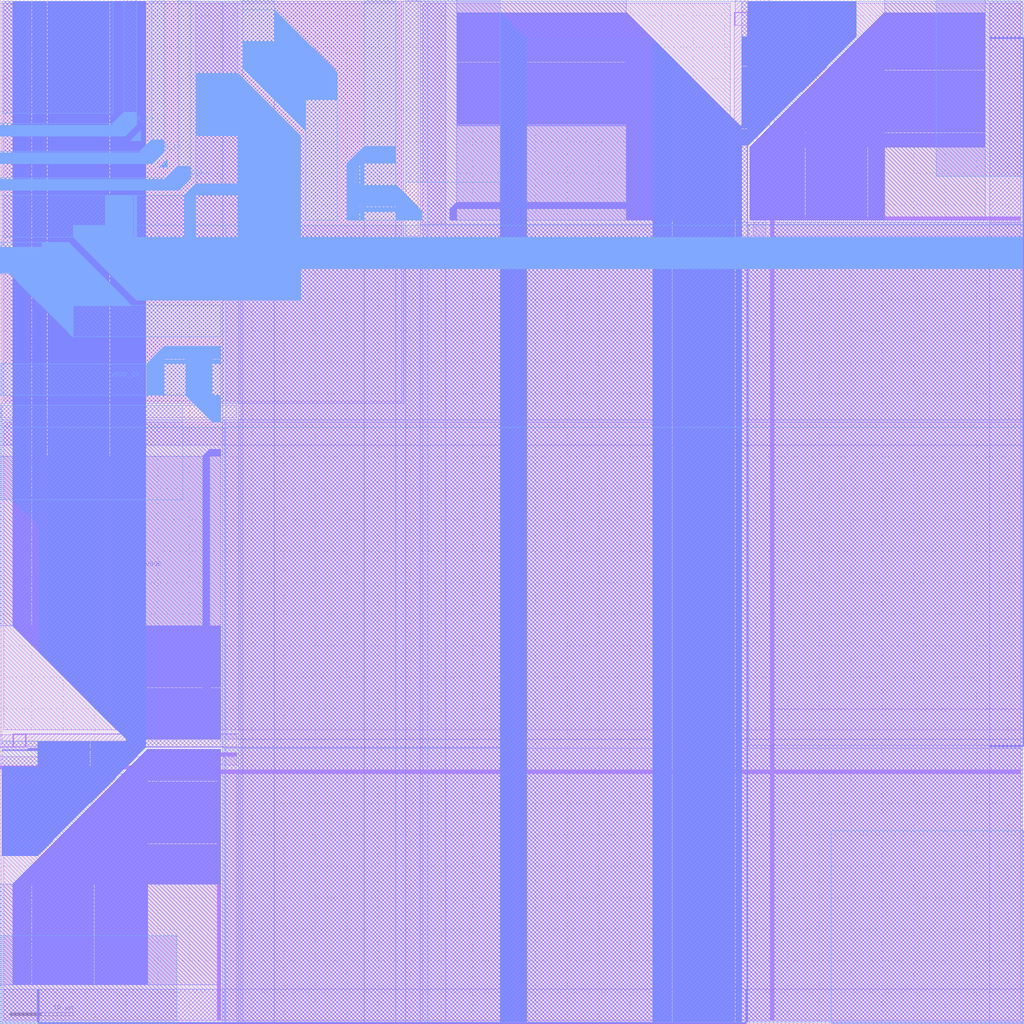
<source format=lef>

#******
# Preview export LEF
#
#	 Preview sub-version 5.10.41.500.6.151
#
# REF LIBS: A801_427 
# TECH LIB NAME: A801_427
# TECH FILE NAME: techfile.cds
#******

VERSION 5.5 ;

NAMESCASESENSITIVE ON ;

DIVIDERCHAR "/" ;
BUSBITCHARS "[]" ;

 USEMINSPACING OBS OFF  ;
UNITS
    DATABASE MICRONS 2000  ;
END UNITS

 MANUFACTURINGGRID    0.005000 ;
SITE IOSite
    SYMMETRY Y  ;
    CLASS PAD  ;
    SIZE 80.8400 BY 144.0000 ;
END IOSite

SITE CoreSite
    SYMMETRY Y   ;
    CLASS CORE  ;
    SIZE 0.3700 BY 2.2200 ;
END CoreSite

MACRO connect_01v1_02v1
    CLASS PAD ;
    FOREIGN connect_01v1_02v1 0 0 ;
    ORIGIN 0.0000 0.0000 ;
    SIZE 144.0000 BY 25.0000 ;
    SYMMETRY R90 ;
    SITE IOSite ;
    PIN G50D
        DIRECTION INOUT ;
        USE GROUND ;
        PORT
        LAYER M4 ;
        RECT  19.9500 0.0000 24.9500 25.0000 ;
        END
    END G50D
    PIN V50D
        DIRECTION INOUT ;
        USE POWER ;
        PORT
        LAYER M4 ;
        RECT  39.2500 14.5000 44.2500 25.0000 ;
        RECT  31.2500 0.0000 36.2500 23.5000 ;
        END
    END V50D
    PIN G50E
        DIRECTION INOUT ;
        USE GROUND ;
        PORT
        LAYER M4 ;
        RECT  130.0000 0.0000 144.0000 25.0000 ;
        LAYER M1 ;
        RECT  0.3000 8.5000 140.9100 10.5000 ;
        RECT  105.0800 0.0000 140.9100 10.5000 ;
        RECT  0.3000 1.5000 100.1200 3.5000 ;
        RECT  98.1200 0.0000 100.1200 3.5000 ;
        RECT  45.8300 0.0000 47.8300 3.5000 ;
        RECT  0.3000 1.5000 2.3000 10.5000 ;
        END
    END G50E
    PIN V50E
        DIRECTION INOUT ;
        USE POWER ;
        PORT
        LAYER M4 ;
        RECT  45.8300 0.0000 60.8300 25.0000 ;
        LAYER M1 ;
        RECT  101.6200 20.6650 103.6200 25.0000 ;
        RECT  101.6400 20.2450 103.6200 25.0000 ;
        END
    END V50E
    PIN VRTC
        DIRECTION INOUT ;
        USE POWER ;
        PORT
        LAYER M1 ;
        RECT  3.8000 5.0000 103.6200 7.0000 ;
        RECT  101.6200 0.0000 103.6200 7.0000 ;
        END
    END VRTC
    OBS
        LAYER M1 ;
        RECT  0.5400 0.5400 45.1650 0.8350 ;
        RECT  48.4950 0.5400 97.4550 0.8350 ;
        RECT  100.7850 0.5400 100.9550 4.3350 ;
        RECT  2.9650 4.1650 100.9550 4.3350 ;
        RECT  104.2850 0.5400 104.4150 7.8350 ;
        RECT  2.9650 7.6650 104.4150 7.8350 ;
        RECT  0.3000 11.1650 143.4600 19.5800 ;
        RECT  0.3000 11.1650 100.9750 20.0000 ;
        RECT  0.3000 11.1650 100.9550 23.5000 ;
        RECT  0.5400 11.1650 100.9550 24.4600 ;
        RECT  141.5750 0.5400 143.4600 24.4600 ;
        RECT  104.2850 11.1650 143.4600 24.4600 ;
        RECT  45.8300 11.1650 47.8300 25.0000 ;
        RECT  98.1200 11.1650 100.1200 25.0000 ;
        RECT  105.0800 11.1650 140.9100 25.0000 ;
        LAYER M2 ;
        RECT  0.2700 0.2700 45.5150 1.1850 ;
        RECT  48.1450 0.2700 97.8050 1.1850 ;
        RECT  53.9100 0.0000 60.8300 25.0000 ;
        RECT  2.6150 3.8150 61.7620 4.6850 ;
        RECT  100.4350 0.2700 101.3050 4.6850 ;
        RECT  61.8645 3.8150 101.3050 4.6850 ;
        RECT  2.6150 7.3150 61.7620 8.1850 ;
        RECT  103.9350 0.2700 104.7650 8.1850 ;
        RECT  65.3645 7.3150 104.7650 8.1850 ;
        RECT  67.6450 10.8150 143.7300 19.9300 ;
        RECT  67.6450 10.8150 101.3250 20.3500 ;
        RECT  0.2700 10.8150 61.7620 24.7300 ;
        RECT  67.6450 10.8150 101.3050 24.7300 ;
        RECT  141.2250 0.2700 143.7300 24.7300 ;
        RECT  103.9350 10.8150 143.7300 24.7300 ;
        RECT  53.9100 3.8150 61.7620 25.0000 ;
        RECT  64.1450 7.3150 65.2620 25.0000 ;
        RECT  67.6450 10.8150 80.8300 25.0000 ;
        RECT  121.8300 0.0000 137.8300 25.0000 ;
        RECT  65.2620 8.4750 65.3420 25.0000 ;
        RECT  65.3420 8.5550 65.4220 25.0000 ;
        RECT  65.4220 8.6350 65.5020 25.0000 ;
        RECT  65.5020 8.7150 65.5820 25.0000 ;
        RECT  65.5820 8.7950 65.6620 25.0000 ;
        RECT  65.6620 8.8750 65.7420 25.0000 ;
        RECT  65.7420 8.9550 65.8220 25.0000 ;
        RECT  65.8220 9.0350 65.9020 25.0000 ;
        RECT  65.9020 9.1150 65.9820 25.0000 ;
        RECT  65.9820 9.1950 66.0620 25.0000 ;
        RECT  66.0620 9.2750 66.1420 25.0000 ;
        RECT  66.1420 9.3550 66.2220 25.0000 ;
        RECT  66.2220 9.4350 66.3020 25.0000 ;
        RECT  66.3020 9.5150 66.3820 25.0000 ;
        RECT  66.3820 9.5900 66.4620 25.0000 ;
        RECT  66.4620 9.6700 66.5420 25.0000 ;
        RECT  66.5420 9.7500 66.6220 25.0000 ;
        RECT  66.6220 9.8300 66.7020 25.0000 ;
        RECT  66.7020 9.9100 66.7820 25.0000 ;
        RECT  66.7820 9.9900 66.8620 25.0000 ;
        RECT  66.8620 10.0700 66.9420 25.0000 ;
        RECT  66.9420 10.1500 67.0220 25.0000 ;
        RECT  67.0220 10.2300 67.1020 25.0000 ;
        RECT  67.1020 10.3100 67.1820 25.0000 ;
        RECT  67.1820 10.3900 67.2620 25.0000 ;
        RECT  67.2620 10.4700 67.3420 25.0000 ;
        RECT  67.3420 10.5500 67.4220 25.0000 ;
        RECT  67.4220 10.6300 67.5020 25.0000 ;
        RECT  67.5020 10.7100 67.5820 25.0000 ;
        RECT  67.5820 10.7800 67.6450 25.0000 ;
        RECT  65.3135 7.3150 65.3645 8.2500 ;
        RECT  65.2620 7.3150 65.3135 8.3750 ;
        RECT  61.7620 4.9750 61.8420 25.0000 ;
        RECT  61.8420 5.0550 61.9220 25.0000 ;
        RECT  61.9220 5.1350 62.0020 25.0000 ;
        RECT  62.0020 5.2150 62.0820 25.0000 ;
        RECT  62.0820 5.2950 62.1620 25.0000 ;
        RECT  62.1620 5.3750 62.2420 25.0000 ;
        RECT  62.2420 5.4550 62.3220 25.0000 ;
        RECT  62.3220 5.5350 62.4020 25.0000 ;
        RECT  62.4020 5.6150 62.4820 25.0000 ;
        RECT  62.4820 5.6950 62.5620 25.0000 ;
        RECT  62.5620 5.7750 62.6420 25.0000 ;
        RECT  62.6420 5.8550 62.7220 25.0000 ;
        RECT  62.7220 5.9350 62.8020 25.0000 ;
        RECT  62.8020 6.0150 62.8820 25.0000 ;
        RECT  62.8820 6.0900 62.9620 25.0000 ;
        RECT  62.9620 6.1700 63.0420 25.0000 ;
        RECT  63.0420 6.2500 63.1220 25.0000 ;
        RECT  63.1220 6.3300 63.2020 25.0000 ;
        RECT  63.2020 6.4100 63.2820 25.0000 ;
        RECT  63.2820 6.4900 63.3620 25.0000 ;
        RECT  63.3620 6.5700 63.4420 25.0000 ;
        RECT  63.4420 6.6500 63.5220 25.0000 ;
        RECT  63.5220 6.7300 63.6020 25.0000 ;
        RECT  63.6020 6.8100 63.6820 25.0000 ;
        RECT  63.6820 6.8900 63.7620 25.0000 ;
        RECT  63.7620 6.9700 63.8420 25.0000 ;
        RECT  63.8420 7.0500 63.9220 25.0000 ;
        RECT  63.9220 7.1300 64.0020 25.0000 ;
        RECT  64.0020 7.2100 64.0820 25.0000 ;
        RECT  64.0820 7.2800 64.1450 25.0000 ;
        RECT  61.8135 3.8150 61.8645 4.7500 ;
        RECT  61.7620 3.8150 61.8135 4.8750 ;
        LAYER M3 ;
        RECT  0.2700 0.2700 144.0000 24.7300 ;
        RECT  19.9500 0.0000 24.9500 25.0000 ;
        RECT  45.8300 0.0000 60.8300 25.0000 ;
        RECT  130.0000 0.0000 144.0000 25.0000 ;
        LAYER M4 ;
        RECT  0.2700 0.2700 19.1500 24.7300 ;
        RECT  1.1000 0.0000 3.1000 25.0000 ;
        RECT  5.5000 0.0000 7.5000 25.0000 ;
        RECT  9.6900 0.0000 11.6900 25.0000 ;
        RECT  37.0500 0.2700 45.0300 13.7000 ;
        RECT  25.7500 0.2700 30.4500 24.7300 ;
        RECT  37.0500 0.2700 38.4500 24.7300 ;
        RECT  25.7500 24.3000 38.4500 24.7300 ;
        RECT  61.6300 0.2700 129.2000 24.7300 ;
    END
END connect_01v1_02v1

MACRO RCMCU_PLVPP00V1
    CLASS PAD ;
    FOREIGN RCMCU_PLVPP00V1 0 0 ;
    ORIGIN 0.0000 0.0000 ;
    SIZE 135.0000 BY 144.0000 ;
    SYMMETRY R90 ;
    SITE IOSite ;
    PIN TM0
        DIRECTION INPUT ;
        ANTENNAPARTIALMETALSIDEAREA 41.9083  LAYER M3  ;
        ANTENNAPARTIALMETALSIDEAREA 52.7912  LAYER M2  ;
        ANTENNAPARTIALCUTAREA 0.0578  LAYER MV2  ;
        PORT
        LAYER M3 ;
        RECT  86.3800 143.3800 87.0000 144.0000 ;
        LAYER M2 ;
        RECT  86.3800 143.3800 87.0000 144.0000 ;
        END
    END TM0
    PIN V50E
        DIRECTION INPUT ;
        ANTENNAPARTIALMETALSIDEAREA 403.3979  LAYER M1  ;
        PORT
        LAYER M1 ;
        RECT  133.0000 40.3800 135.0000 42.3800 ;
        RECT  0.0000 40.3800 2.0000 42.3800 ;
        END
    END V50E
    PIN G50E
        DIRECTION INPUT ;
        ANTENNAPARTIALMETALSIDEAREA 402.0496  LAYER M1  ;
        PORT
        LAYER M1 ;
        RECT  133.0000 43.8800 135.0000 45.8800 ;
        RECT  0.0000 43.8800 2.0000 45.8800 ;
        END
    END G50E
    PIN VPP
        DIRECTION INPUT ;
        ANTENNAPARTIALMETALSIDEAREA 660.9521  LAYER M1  ;
        ANTENNAPARTIALMETALSIDEAREA 154.8066  LAYER M2  ;
        ANTENNAPARTIALMETALSIDEAREA 462.6790  LAYER M3  ;
        ANTENNAPARTIALMETALSIDEAREA 252.0000  LAYER M4  ;
        ANTENNAPARTIALCUTAREA 15.9528  LAYER MV1  ;
        ANTENNAPARTIALCUTAREA 54.1008  LAYER MV2  ;
        ANTENNAPARTIALCUTAREA 130.3552  LAYER MV3  ;
        PORT
        LAYER MV1 ;
        RECT  94.7850 2.5550 94.9550 2.7250 ;
        RECT  94.7850 2.9250 94.9550 3.0950 ;
        RECT  94.4150 2.5550 94.5850 2.7250 ;
        RECT  94.4150 2.9250 94.5850 3.0950 ;
        RECT  94.0450 2.5550 94.2150 2.7250 ;
        RECT  94.0450 2.9250 94.2150 3.0950 ;
        RECT  93.6750 2.5550 93.8450 2.7250 ;
        RECT  93.6750 2.9250 93.8450 3.0950 ;
        RECT  93.3050 2.5550 93.4750 2.7250 ;
        RECT  93.3050 2.9250 93.4750 3.0950 ;
        RECT  92.9350 2.5550 93.1050 2.7250 ;
        RECT  92.9350 2.9250 93.1050 3.0950 ;
        RECT  92.5650 2.5550 92.7350 2.7250 ;
        RECT  92.5650 2.9250 92.7350 3.0950 ;
        RECT  92.1950 2.5550 92.3650 2.7250 ;
        RECT  92.1950 2.9250 92.3650 3.0950 ;
        RECT  91.8250 2.5550 91.9950 2.7250 ;
        RECT  91.8250 2.9250 91.9950 3.0950 ;
        RECT  91.4550 2.5550 91.6250 2.7250 ;
        RECT  91.4550 2.9250 91.6250 3.0950 ;
        RECT  91.0850 2.5550 91.2550 2.7250 ;
        RECT  91.0850 2.9250 91.2550 3.0950 ;
        RECT  90.7150 2.5550 90.8850 2.7250 ;
        RECT  90.7150 2.9250 90.8850 3.0950 ;
        RECT  90.3450 2.5550 90.5150 2.7250 ;
        RECT  90.3450 2.9250 90.5150 3.0950 ;
        RECT  89.9750 2.5550 90.1450 2.7250 ;
        RECT  89.9750 2.9250 90.1450 3.0950 ;
        RECT  89.6050 2.5550 89.7750 2.7250 ;
        RECT  89.6050 2.9250 89.7750 3.0950 ;
        RECT  89.2350 2.5550 89.4050 2.7250 ;
        RECT  89.2350 2.9250 89.4050 3.0950 ;
        RECT  88.8650 2.5550 89.0350 2.7250 ;
        RECT  88.8650 2.9250 89.0350 3.0950 ;
        RECT  88.4950 2.5550 88.6650 2.7250 ;
        RECT  88.4950 2.9250 88.6650 3.0950 ;
        RECT  88.1250 2.5550 88.2950 2.7250 ;
        RECT  88.1250 2.9250 88.2950 3.0950 ;
        RECT  87.7550 2.5550 87.9250 2.7250 ;
        RECT  87.7550 2.9250 87.9250 3.0950 ;
        RECT  87.3850 2.5550 87.5550 2.7250 ;
        RECT  87.3850 2.9250 87.5550 3.0950 ;
        RECT  87.0150 2.5550 87.1850 2.7250 ;
        RECT  87.0150 2.9250 87.1850 3.0950 ;
        RECT  86.6450 2.5550 86.8150 2.7250 ;
        RECT  86.6450 2.9250 86.8150 3.0950 ;
        RECT  86.2750 2.5550 86.4450 2.7250 ;
        RECT  86.2750 2.9250 86.4450 3.0950 ;
        RECT  85.9050 2.5550 86.0750 2.7250 ;
        RECT  85.9050 2.9250 86.0750 3.0950 ;
        RECT  85.5350 2.5550 85.7050 2.7250 ;
        RECT  85.5350 2.9250 85.7050 3.0950 ;
        RECT  85.1650 2.5550 85.3350 2.7250 ;
        RECT  85.1650 2.9250 85.3350 3.0950 ;
        RECT  84.7950 2.5550 84.9650 2.7250 ;
        RECT  84.7950 2.9250 84.9650 3.0950 ;
        RECT  84.4250 2.5550 84.5950 2.7250 ;
        RECT  84.4250 2.9250 84.5950 3.0950 ;
        RECT  84.0550 2.5550 84.2250 2.7250 ;
        RECT  84.0550 2.9250 84.2250 3.0950 ;
        RECT  83.6850 2.5550 83.8550 2.7250 ;
        RECT  83.6850 2.9250 83.8550 3.0950 ;
        RECT  83.3150 2.5550 83.4850 2.7250 ;
        RECT  83.3150 2.9250 83.4850 3.0950 ;
        RECT  82.9450 2.5550 83.1150 2.7250 ;
        RECT  82.9450 2.9250 83.1150 3.0950 ;
        RECT  82.5750 2.5550 82.7450 2.7250 ;
        RECT  82.5750 2.9250 82.7450 3.0950 ;
        RECT  82.2050 2.5550 82.3750 2.7250 ;
        RECT  82.2050 2.9250 82.3750 3.0950 ;
        RECT  81.8350 2.5550 82.0050 2.7250 ;
        RECT  81.8350 2.9250 82.0050 3.0950 ;
        RECT  81.4650 2.5550 81.6350 2.7250 ;
        RECT  81.4650 2.9250 81.6350 3.0950 ;
        RECT  81.0950 2.5550 81.2650 2.7250 ;
        RECT  81.0950 2.9250 81.2650 3.0950 ;
        RECT  80.8800 109.3100 81.0500 109.4800 ;
        RECT  80.8800 109.7400 81.0500 109.9100 ;
        RECT  80.8800 110.1700 81.0500 110.3400 ;
        RECT  80.8800 110.6000 81.0500 110.7700 ;
        RECT  80.8400 112.5750 81.0100 112.7450 ;
        RECT  80.8400 113.0050 81.0100 113.1750 ;
        RECT  80.8400 113.4350 81.0100 113.6050 ;
        RECT  80.8400 113.8650 81.0100 114.0350 ;
        RECT  80.7250 2.5550 80.8950 2.7250 ;
        RECT  80.7250 2.9250 80.8950 3.0950 ;
        RECT  80.4500 109.3100 80.6200 109.4800 ;
        RECT  80.4500 109.7400 80.6200 109.9100 ;
        RECT  80.4500 110.1700 80.6200 110.3400 ;
        RECT  80.4500 110.6000 80.6200 110.7700 ;
        RECT  80.4100 112.5750 80.5800 112.7450 ;
        RECT  80.4100 113.0050 80.5800 113.1750 ;
        RECT  80.4100 113.4350 80.5800 113.6050 ;
        RECT  80.4100 113.8650 80.5800 114.0350 ;
        RECT  80.3550 2.5550 80.5250 2.7250 ;
        RECT  80.3550 2.9250 80.5250 3.0950 ;
        RECT  80.0850 85.8550 80.2550 86.0250 ;
        RECT  80.0850 86.2850 80.2550 86.4550 ;
        RECT  80.0850 86.7150 80.2550 86.8850 ;
        RECT  80.0200 109.3100 80.1900 109.4800 ;
        RECT  80.0200 109.7400 80.1900 109.9100 ;
        RECT  80.0200 110.1700 80.1900 110.3400 ;
        RECT  80.0200 110.6000 80.1900 110.7700 ;
        RECT  79.9850 2.5550 80.1550 2.7250 ;
        RECT  79.9850 2.9250 80.1550 3.0950 ;
        RECT  79.9800 112.5750 80.1500 112.7450 ;
        RECT  79.9800 113.0050 80.1500 113.1750 ;
        RECT  79.9800 113.4350 80.1500 113.6050 ;
        RECT  79.9800 113.8650 80.1500 114.0350 ;
        RECT  79.6550 85.8550 79.8250 86.0250 ;
        RECT  79.6550 86.2850 79.8250 86.4550 ;
        RECT  79.6550 86.7150 79.8250 86.8850 ;
        RECT  79.6150 2.5550 79.7850 2.7250 ;
        RECT  79.6150 2.9250 79.7850 3.0950 ;
        RECT  79.5900 109.3100 79.7600 109.4800 ;
        RECT  79.5900 109.7400 79.7600 109.9100 ;
        RECT  79.5900 110.1700 79.7600 110.3400 ;
        RECT  79.5900 110.6000 79.7600 110.7700 ;
        RECT  79.5500 112.5750 79.7200 112.7450 ;
        RECT  79.5500 113.0050 79.7200 113.1750 ;
        RECT  79.5500 113.4350 79.7200 113.6050 ;
        RECT  79.5500 113.8650 79.7200 114.0350 ;
        RECT  79.2450 2.5550 79.4150 2.7250 ;
        RECT  79.2450 2.9250 79.4150 3.0950 ;
        RECT  79.2250 85.8550 79.3950 86.0250 ;
        RECT  79.2250 86.2850 79.3950 86.4550 ;
        RECT  79.2250 86.7150 79.3950 86.8850 ;
        RECT  79.1600 109.3100 79.3300 109.4800 ;
        RECT  79.1600 109.7400 79.3300 109.9100 ;
        RECT  79.1600 110.1700 79.3300 110.3400 ;
        RECT  79.1600 110.6000 79.3300 110.7700 ;
        RECT  79.1200 112.5750 79.2900 112.7450 ;
        RECT  79.1200 113.0050 79.2900 113.1750 ;
        RECT  79.1200 113.4350 79.2900 113.6050 ;
        RECT  79.1200 113.8650 79.2900 114.0350 ;
        RECT  78.8750 2.5550 79.0450 2.7250 ;
        RECT  78.8750 2.9250 79.0450 3.0950 ;
        RECT  78.7950 85.8550 78.9650 86.0250 ;
        RECT  78.7950 86.2850 78.9650 86.4550 ;
        RECT  78.7950 86.7150 78.9650 86.8850 ;
        RECT  78.7300 109.3100 78.9000 109.4800 ;
        RECT  78.7300 109.7400 78.9000 109.9100 ;
        RECT  78.7300 110.1700 78.9000 110.3400 ;
        RECT  78.7300 110.6000 78.9000 110.7700 ;
        RECT  78.6900 112.5750 78.8600 112.7450 ;
        RECT  78.6900 113.0050 78.8600 113.1750 ;
        RECT  78.6900 113.4350 78.8600 113.6050 ;
        RECT  78.6900 113.8650 78.8600 114.0350 ;
        RECT  78.5050 2.5550 78.6750 2.7250 ;
        RECT  78.5050 2.9250 78.6750 3.0950 ;
        RECT  78.3650 85.8550 78.5350 86.0250 ;
        RECT  78.3650 86.2850 78.5350 86.4550 ;
        RECT  78.3650 86.7150 78.5350 86.8850 ;
        RECT  78.3000 109.3100 78.4700 109.4800 ;
        RECT  78.3000 109.7400 78.4700 109.9100 ;
        RECT  78.3000 110.1700 78.4700 110.3400 ;
        RECT  78.3000 110.6000 78.4700 110.7700 ;
        RECT  78.2600 112.5750 78.4300 112.7450 ;
        RECT  78.2600 113.0050 78.4300 113.1750 ;
        RECT  78.2600 113.4350 78.4300 113.6050 ;
        RECT  78.2600 113.8650 78.4300 114.0350 ;
        RECT  78.1350 2.5550 78.3050 2.7250 ;
        RECT  78.1350 2.9250 78.3050 3.0950 ;
        RECT  77.9350 85.8550 78.1050 86.0250 ;
        RECT  77.9350 86.2850 78.1050 86.4550 ;
        RECT  77.9350 86.7150 78.1050 86.8850 ;
        RECT  77.8700 109.3100 78.0400 109.4800 ;
        RECT  77.8700 109.7400 78.0400 109.9100 ;
        RECT  77.8700 110.1700 78.0400 110.3400 ;
        RECT  77.8700 110.6000 78.0400 110.7700 ;
        RECT  77.8300 112.5750 78.0000 112.7450 ;
        RECT  77.8300 113.0050 78.0000 113.1750 ;
        RECT  77.8300 113.4350 78.0000 113.6050 ;
        RECT  77.8300 113.8650 78.0000 114.0350 ;
        RECT  77.7650 2.5550 77.9350 2.7250 ;
        RECT  77.7650 2.9250 77.9350 3.0950 ;
        RECT  77.5050 85.8550 77.6750 86.0250 ;
        RECT  77.5050 86.2850 77.6750 86.4550 ;
        RECT  77.5050 86.7150 77.6750 86.8850 ;
        RECT  77.4400 109.3100 77.6100 109.4800 ;
        RECT  77.4400 109.7400 77.6100 109.9100 ;
        RECT  77.4400 110.1700 77.6100 110.3400 ;
        RECT  77.4400 110.6000 77.6100 110.7700 ;
        RECT  77.4000 112.5750 77.5700 112.7450 ;
        RECT  77.4000 113.0050 77.5700 113.1750 ;
        RECT  77.4000 113.4350 77.5700 113.6050 ;
        RECT  77.4000 113.8650 77.5700 114.0350 ;
        RECT  77.3950 2.5550 77.5650 2.7250 ;
        RECT  77.3950 2.9250 77.5650 3.0950 ;
        RECT  77.0750 85.8550 77.2450 86.0250 ;
        RECT  77.0750 86.2850 77.2450 86.4550 ;
        RECT  77.0750 86.7150 77.2450 86.8850 ;
        RECT  77.0250 2.5550 77.1950 2.7250 ;
        RECT  77.0250 2.9250 77.1950 3.0950 ;
        RECT  77.0100 109.3100 77.1800 109.4800 ;
        RECT  77.0100 109.7400 77.1800 109.9100 ;
        RECT  77.0100 110.1700 77.1800 110.3400 ;
        RECT  77.0100 110.6000 77.1800 110.7700 ;
        RECT  76.9700 112.5750 77.1400 112.7450 ;
        RECT  76.9700 113.0050 77.1400 113.1750 ;
        RECT  76.9700 113.4350 77.1400 113.6050 ;
        RECT  76.9700 113.8650 77.1400 114.0350 ;
        RECT  76.6550 2.5550 76.8250 2.7250 ;
        RECT  76.6550 2.9250 76.8250 3.0950 ;
        RECT  76.6450 85.8550 76.8150 86.0250 ;
        RECT  76.6450 86.2850 76.8150 86.4550 ;
        RECT  76.6450 86.7150 76.8150 86.8850 ;
        RECT  76.5800 109.3100 76.7500 109.4800 ;
        RECT  76.5800 109.7400 76.7500 109.9100 ;
        RECT  76.5800 110.1700 76.7500 110.3400 ;
        RECT  76.5800 110.6000 76.7500 110.7700 ;
        RECT  76.5400 112.5750 76.7100 112.7450 ;
        RECT  76.5400 113.0050 76.7100 113.1750 ;
        RECT  76.5400 113.4350 76.7100 113.6050 ;
        RECT  76.5400 113.8650 76.7100 114.0350 ;
        RECT  76.2850 2.5550 76.4550 2.7250 ;
        RECT  76.2850 2.9250 76.4550 3.0950 ;
        RECT  76.2150 85.8550 76.3850 86.0250 ;
        RECT  76.2150 86.2850 76.3850 86.4550 ;
        RECT  76.2150 86.7150 76.3850 86.8850 ;
        RECT  76.1500 109.3100 76.3200 109.4800 ;
        RECT  76.1500 109.7400 76.3200 109.9100 ;
        RECT  76.1500 110.1700 76.3200 110.3400 ;
        RECT  76.1500 110.6000 76.3200 110.7700 ;
        RECT  76.1100 112.5750 76.2800 112.7450 ;
        RECT  76.1100 113.0050 76.2800 113.1750 ;
        RECT  76.1100 113.4350 76.2800 113.6050 ;
        RECT  76.1100 113.8650 76.2800 114.0350 ;
        RECT  75.9150 2.5550 76.0850 2.7250 ;
        RECT  75.9150 2.9250 76.0850 3.0950 ;
        RECT  75.7850 85.8550 75.9550 86.0250 ;
        RECT  75.7850 86.2850 75.9550 86.4550 ;
        RECT  75.7850 86.7150 75.9550 86.8850 ;
        RECT  75.7200 109.3100 75.8900 109.4800 ;
        RECT  75.7200 109.7400 75.8900 109.9100 ;
        RECT  75.7200 110.1700 75.8900 110.3400 ;
        RECT  75.7200 110.6000 75.8900 110.7700 ;
        RECT  75.6800 112.5750 75.8500 112.7450 ;
        RECT  75.6800 113.0050 75.8500 113.1750 ;
        RECT  75.6800 113.4350 75.8500 113.6050 ;
        RECT  75.6800 113.8650 75.8500 114.0350 ;
        RECT  75.5450 2.5550 75.7150 2.7250 ;
        RECT  75.5450 2.9250 75.7150 3.0950 ;
        RECT  75.3550 85.8550 75.5250 86.0250 ;
        RECT  75.3550 86.2850 75.5250 86.4550 ;
        RECT  75.3550 86.7150 75.5250 86.8850 ;
        RECT  75.2900 109.3100 75.4600 109.4800 ;
        RECT  75.2900 109.7400 75.4600 109.9100 ;
        RECT  75.2900 110.1700 75.4600 110.3400 ;
        RECT  75.2900 110.6000 75.4600 110.7700 ;
        RECT  75.2500 112.5750 75.4200 112.7450 ;
        RECT  75.2500 113.0050 75.4200 113.1750 ;
        RECT  75.2500 113.4350 75.4200 113.6050 ;
        RECT  75.2500 113.8650 75.4200 114.0350 ;
        RECT  75.1750 2.5550 75.3450 2.7250 ;
        RECT  75.1750 2.9250 75.3450 3.0950 ;
        RECT  74.9250 85.8550 75.0950 86.0250 ;
        RECT  74.9250 86.2850 75.0950 86.4550 ;
        RECT  74.9250 86.7150 75.0950 86.8850 ;
        RECT  74.8600 109.3100 75.0300 109.4800 ;
        RECT  74.8600 109.7400 75.0300 109.9100 ;
        RECT  74.8600 110.1700 75.0300 110.3400 ;
        RECT  74.8600 110.6000 75.0300 110.7700 ;
        RECT  74.8200 112.5750 74.9900 112.7450 ;
        RECT  74.8200 113.0050 74.9900 113.1750 ;
        RECT  74.8200 113.4350 74.9900 113.6050 ;
        RECT  74.8200 113.8650 74.9900 114.0350 ;
        RECT  74.8050 2.5550 74.9750 2.7250 ;
        RECT  74.8050 2.9250 74.9750 3.0950 ;
        RECT  74.4950 85.8550 74.6650 86.0250 ;
        RECT  74.4950 86.2850 74.6650 86.4550 ;
        RECT  74.4950 86.7150 74.6650 86.8850 ;
        RECT  74.4350 2.5550 74.6050 2.7250 ;
        RECT  74.4350 2.9250 74.6050 3.0950 ;
        RECT  74.4300 109.3100 74.6000 109.4800 ;
        RECT  74.4300 109.7400 74.6000 109.9100 ;
        RECT  74.4300 110.1700 74.6000 110.3400 ;
        RECT  74.4300 110.6000 74.6000 110.7700 ;
        RECT  74.3900 112.5750 74.5600 112.7450 ;
        RECT  74.3900 113.0050 74.5600 113.1750 ;
        RECT  74.3900 113.4350 74.5600 113.6050 ;
        RECT  74.3900 113.8650 74.5600 114.0350 ;
        RECT  74.0650 2.5550 74.2350 2.7250 ;
        RECT  74.0650 2.9250 74.2350 3.0950 ;
        RECT  74.0650 85.8550 74.2350 86.0250 ;
        RECT  74.0650 86.2850 74.2350 86.4550 ;
        RECT  74.0650 86.7150 74.2350 86.8850 ;
        RECT  74.0000 109.3100 74.1700 109.4800 ;
        RECT  74.0000 109.7400 74.1700 109.9100 ;
        RECT  74.0000 110.1700 74.1700 110.3400 ;
        RECT  74.0000 110.6000 74.1700 110.7700 ;
        RECT  73.9600 112.5750 74.1300 112.7450 ;
        RECT  73.9600 113.0050 74.1300 113.1750 ;
        RECT  73.9600 113.4350 74.1300 113.6050 ;
        RECT  73.9600 113.8650 74.1300 114.0350 ;
        RECT  73.6950 2.5550 73.8650 2.7250 ;
        RECT  73.6950 2.9250 73.8650 3.0950 ;
        RECT  73.6350 85.8550 73.8050 86.0250 ;
        RECT  73.6350 86.2850 73.8050 86.4550 ;
        RECT  73.6350 86.7150 73.8050 86.8850 ;
        RECT  73.5700 109.3100 73.7400 109.4800 ;
        RECT  73.5700 109.7400 73.7400 109.9100 ;
        RECT  73.5700 110.1700 73.7400 110.3400 ;
        RECT  73.5700 110.6000 73.7400 110.7700 ;
        RECT  73.5300 112.5750 73.7000 112.7450 ;
        RECT  73.5300 113.0050 73.7000 113.1750 ;
        RECT  73.5300 113.4350 73.7000 113.6050 ;
        RECT  73.5300 113.8650 73.7000 114.0350 ;
        RECT  73.3250 2.5550 73.4950 2.7250 ;
        RECT  73.3250 2.9250 73.4950 3.0950 ;
        RECT  73.2050 85.8550 73.3750 86.0250 ;
        RECT  73.2050 86.2850 73.3750 86.4550 ;
        RECT  73.2050 86.7150 73.3750 86.8850 ;
        RECT  73.1400 109.3100 73.3100 109.4800 ;
        RECT  73.1400 109.7400 73.3100 109.9100 ;
        RECT  73.1400 110.1700 73.3100 110.3400 ;
        RECT  73.1400 110.6000 73.3100 110.7700 ;
        RECT  73.1000 112.5750 73.2700 112.7450 ;
        RECT  73.1000 113.0050 73.2700 113.1750 ;
        RECT  73.1000 113.4350 73.2700 113.6050 ;
        RECT  73.1000 113.8650 73.2700 114.0350 ;
        RECT  72.9550 2.5550 73.1250 2.7250 ;
        RECT  72.9550 2.9250 73.1250 3.0950 ;
        RECT  72.7750 85.8550 72.9450 86.0250 ;
        RECT  72.7750 86.2850 72.9450 86.4550 ;
        RECT  72.7750 86.7150 72.9450 86.8850 ;
        RECT  72.7100 109.3100 72.8800 109.4800 ;
        RECT  72.7100 109.7400 72.8800 109.9100 ;
        RECT  72.7100 110.1700 72.8800 110.3400 ;
        RECT  72.7100 110.6000 72.8800 110.7700 ;
        RECT  72.6700 112.5750 72.8400 112.7450 ;
        RECT  72.6700 113.0050 72.8400 113.1750 ;
        RECT  72.6700 113.4350 72.8400 113.6050 ;
        RECT  72.6700 113.8650 72.8400 114.0350 ;
        RECT  72.5850 2.5550 72.7550 2.7250 ;
        RECT  72.5850 2.9250 72.7550 3.0950 ;
        RECT  72.3450 85.8550 72.5150 86.0250 ;
        RECT  72.3450 86.2850 72.5150 86.4550 ;
        RECT  72.3450 86.7150 72.5150 86.8850 ;
        RECT  72.2800 109.3100 72.4500 109.4800 ;
        RECT  72.2800 109.7400 72.4500 109.9100 ;
        RECT  72.2800 110.1700 72.4500 110.3400 ;
        RECT  72.2800 110.6000 72.4500 110.7700 ;
        RECT  72.2400 112.5750 72.4100 112.7450 ;
        RECT  72.2400 113.0050 72.4100 113.1750 ;
        RECT  72.2400 113.4350 72.4100 113.6050 ;
        RECT  72.2400 113.8650 72.4100 114.0350 ;
        RECT  72.2150 2.5550 72.3850 2.7250 ;
        RECT  72.2150 2.9250 72.3850 3.0950 ;
        RECT  71.9150 85.8550 72.0850 86.0250 ;
        RECT  71.9150 86.2850 72.0850 86.4550 ;
        RECT  71.9150 86.7150 72.0850 86.8850 ;
        RECT  71.8500 109.3100 72.0200 109.4800 ;
        RECT  71.8500 109.7400 72.0200 109.9100 ;
        RECT  71.8500 110.1700 72.0200 110.3400 ;
        RECT  71.8500 110.6000 72.0200 110.7700 ;
        RECT  71.8450 2.5550 72.0150 2.7250 ;
        RECT  71.8450 2.9250 72.0150 3.0950 ;
        RECT  71.8100 112.5750 71.9800 112.7450 ;
        RECT  71.8100 113.0050 71.9800 113.1750 ;
        RECT  71.8100 113.4350 71.9800 113.6050 ;
        RECT  71.8100 113.8650 71.9800 114.0350 ;
        RECT  71.4850 85.8550 71.6550 86.0250 ;
        RECT  71.4850 86.2850 71.6550 86.4550 ;
        RECT  71.4850 86.7150 71.6550 86.8850 ;
        RECT  71.4750 2.5550 71.6450 2.7250 ;
        RECT  71.4750 2.9250 71.6450 3.0950 ;
        RECT  71.4200 109.3100 71.5900 109.4800 ;
        RECT  71.4200 109.7400 71.5900 109.9100 ;
        RECT  71.4200 110.1700 71.5900 110.3400 ;
        RECT  71.4200 110.6000 71.5900 110.7700 ;
        RECT  71.3800 112.5750 71.5500 112.7450 ;
        RECT  71.3800 113.0050 71.5500 113.1750 ;
        RECT  71.3800 113.4350 71.5500 113.6050 ;
        RECT  71.3800 113.8650 71.5500 114.0350 ;
        RECT  71.1050 2.5550 71.2750 2.7250 ;
        RECT  71.1050 2.9250 71.2750 3.0950 ;
        RECT  71.0550 85.8550 71.2250 86.0250 ;
        RECT  71.0550 86.2850 71.2250 86.4550 ;
        RECT  71.0550 86.7150 71.2250 86.8850 ;
        RECT  70.9900 109.3100 71.1600 109.4800 ;
        RECT  70.9900 109.7400 71.1600 109.9100 ;
        RECT  70.9900 110.1700 71.1600 110.3400 ;
        RECT  70.9900 110.6000 71.1600 110.7700 ;
        RECT  70.9500 112.5750 71.1200 112.7450 ;
        RECT  70.9500 113.0050 71.1200 113.1750 ;
        RECT  70.9500 113.4350 71.1200 113.6050 ;
        RECT  70.9500 113.8650 71.1200 114.0350 ;
        RECT  70.7350 2.5550 70.9050 2.7250 ;
        RECT  70.7350 2.9250 70.9050 3.0950 ;
        RECT  70.6250 85.8550 70.7950 86.0250 ;
        RECT  70.6250 86.2850 70.7950 86.4550 ;
        RECT  70.6250 86.7150 70.7950 86.8850 ;
        RECT  70.5600 109.3100 70.7300 109.4800 ;
        RECT  70.5600 109.7400 70.7300 109.9100 ;
        RECT  70.5600 110.1700 70.7300 110.3400 ;
        RECT  70.5600 110.6000 70.7300 110.7700 ;
        RECT  70.5200 112.5750 70.6900 112.7450 ;
        RECT  70.5200 113.0050 70.6900 113.1750 ;
        RECT  70.5200 113.4350 70.6900 113.6050 ;
        RECT  70.5200 113.8650 70.6900 114.0350 ;
        RECT  70.3650 2.5550 70.5350 2.7250 ;
        RECT  70.3650 2.9250 70.5350 3.0950 ;
        RECT  70.1950 85.8550 70.3650 86.0250 ;
        RECT  70.1950 86.2850 70.3650 86.4550 ;
        RECT  70.1950 86.7150 70.3650 86.8850 ;
        RECT  70.1300 109.3100 70.3000 109.4800 ;
        RECT  70.1300 109.7400 70.3000 109.9100 ;
        RECT  70.1300 110.1700 70.3000 110.3400 ;
        RECT  70.1300 110.6000 70.3000 110.7700 ;
        RECT  70.0900 112.5750 70.2600 112.7450 ;
        RECT  70.0900 113.0050 70.2600 113.1750 ;
        RECT  70.0900 113.4350 70.2600 113.6050 ;
        RECT  70.0900 113.8650 70.2600 114.0350 ;
        RECT  69.9950 2.5550 70.1650 2.7250 ;
        RECT  69.9950 2.9250 70.1650 3.0950 ;
        RECT  69.7650 85.8550 69.9350 86.0250 ;
        RECT  69.7650 86.2850 69.9350 86.4550 ;
        RECT  69.7650 86.7150 69.9350 86.8850 ;
        RECT  69.7000 109.3100 69.8700 109.4800 ;
        RECT  69.7000 109.7400 69.8700 109.9100 ;
        RECT  69.7000 110.1700 69.8700 110.3400 ;
        RECT  69.7000 110.6000 69.8700 110.7700 ;
        RECT  69.6600 112.5750 69.8300 112.7450 ;
        RECT  69.6600 113.0050 69.8300 113.1750 ;
        RECT  69.6600 113.4350 69.8300 113.6050 ;
        RECT  69.6600 113.8650 69.8300 114.0350 ;
        RECT  69.6250 2.5550 69.7950 2.7250 ;
        RECT  69.6250 2.9250 69.7950 3.0950 ;
        RECT  69.3350 85.8550 69.5050 86.0250 ;
        RECT  69.3350 86.2850 69.5050 86.4550 ;
        RECT  69.3350 86.7150 69.5050 86.8850 ;
        RECT  69.2700 109.3100 69.4400 109.4800 ;
        RECT  69.2700 109.7400 69.4400 109.9100 ;
        RECT  69.2700 110.1700 69.4400 110.3400 ;
        RECT  69.2700 110.6000 69.4400 110.7700 ;
        RECT  69.2550 2.5550 69.4250 2.7250 ;
        RECT  69.2550 2.9250 69.4250 3.0950 ;
        RECT  69.2300 112.5750 69.4000 112.7450 ;
        RECT  69.2300 113.0050 69.4000 113.1750 ;
        RECT  69.2300 113.4350 69.4000 113.6050 ;
        RECT  69.2300 113.8650 69.4000 114.0350 ;
        RECT  68.9050 85.8550 69.0750 86.0250 ;
        RECT  68.9050 86.2850 69.0750 86.4550 ;
        RECT  68.9050 86.7150 69.0750 86.8850 ;
        RECT  68.8850 2.5550 69.0550 2.7250 ;
        RECT  68.8850 2.9250 69.0550 3.0950 ;
        RECT  68.8400 109.3100 69.0100 109.4800 ;
        RECT  68.8400 109.7400 69.0100 109.9100 ;
        RECT  68.8400 110.1700 69.0100 110.3400 ;
        RECT  68.8400 110.6000 69.0100 110.7700 ;
        RECT  68.8000 112.5750 68.9700 112.7450 ;
        RECT  68.8000 113.0050 68.9700 113.1750 ;
        RECT  68.8000 113.4350 68.9700 113.6050 ;
        RECT  68.8000 113.8650 68.9700 114.0350 ;
        RECT  68.5150 2.5550 68.6850 2.7250 ;
        RECT  68.5150 2.9250 68.6850 3.0950 ;
        RECT  68.4750 85.8550 68.6450 86.0250 ;
        RECT  68.4750 86.2850 68.6450 86.4550 ;
        RECT  68.4750 86.7150 68.6450 86.8850 ;
        RECT  68.4100 109.3100 68.5800 109.4800 ;
        RECT  68.4100 109.7400 68.5800 109.9100 ;
        RECT  68.4100 110.1700 68.5800 110.3400 ;
        RECT  68.4100 110.6000 68.5800 110.7700 ;
        RECT  68.3700 112.5750 68.5400 112.7450 ;
        RECT  68.3700 113.0050 68.5400 113.1750 ;
        RECT  68.3700 113.4350 68.5400 113.6050 ;
        RECT  68.3700 113.8650 68.5400 114.0350 ;
        RECT  68.1450 2.5550 68.3150 2.7250 ;
        RECT  68.1450 2.9250 68.3150 3.0950 ;
        RECT  68.0450 85.8550 68.2150 86.0250 ;
        RECT  68.0450 86.2850 68.2150 86.4550 ;
        RECT  68.0450 86.7150 68.2150 86.8850 ;
        RECT  67.9900 122.7050 68.1600 122.8750 ;
        RECT  67.9800 109.3100 68.1500 109.4800 ;
        RECT  67.9800 109.7400 68.1500 109.9100 ;
        RECT  67.9800 110.1700 68.1500 110.3400 ;
        RECT  67.9800 110.6000 68.1500 110.7700 ;
        RECT  67.9400 112.5750 68.1100 112.7450 ;
        RECT  67.9400 113.0050 68.1100 113.1750 ;
        RECT  67.9400 113.4350 68.1100 113.6050 ;
        RECT  67.9400 113.8650 68.1100 114.0350 ;
        RECT  67.7750 2.5550 67.9450 2.7250 ;
        RECT  67.7750 2.9250 67.9450 3.0950 ;
        RECT  67.6150 85.8550 67.7850 86.0250 ;
        RECT  67.6150 86.2850 67.7850 86.4550 ;
        RECT  67.6150 86.7150 67.7850 86.8850 ;
        RECT  67.5500 109.3100 67.7200 109.4800 ;
        RECT  67.5500 109.7400 67.7200 109.9100 ;
        RECT  67.5500 110.1700 67.7200 110.3400 ;
        RECT  67.5500 110.6000 67.7200 110.7700 ;
        RECT  67.5100 112.5750 67.6800 112.7450 ;
        RECT  67.5100 113.0050 67.6800 113.1750 ;
        RECT  67.5100 113.4350 67.6800 113.6050 ;
        RECT  67.5100 113.8650 67.6800 114.0350 ;
        RECT  67.4050 2.5550 67.5750 2.7250 ;
        RECT  67.4050 2.9250 67.5750 3.0950 ;
        RECT  67.1850 85.8550 67.3550 86.0250 ;
        RECT  67.1850 86.2850 67.3550 86.4550 ;
        RECT  67.1850 86.7150 67.3550 86.8850 ;
        RECT  67.1200 109.3100 67.2900 109.4800 ;
        RECT  67.1200 109.7400 67.2900 109.9100 ;
        RECT  67.1200 110.1700 67.2900 110.3400 ;
        RECT  67.1200 110.6000 67.2900 110.7700 ;
        RECT  67.0800 112.5750 67.2500 112.7450 ;
        RECT  67.0800 113.0050 67.2500 113.1750 ;
        RECT  67.0800 113.4350 67.2500 113.6050 ;
        RECT  67.0800 113.8650 67.2500 114.0350 ;
        RECT  67.0350 2.5550 67.2050 2.7250 ;
        RECT  67.0350 2.9250 67.2050 3.0950 ;
        RECT  66.7550 85.8550 66.9250 86.0250 ;
        RECT  66.7550 86.2850 66.9250 86.4550 ;
        RECT  66.7550 86.7150 66.9250 86.8850 ;
        RECT  66.6900 109.3100 66.8600 109.4800 ;
        RECT  66.6900 109.7400 66.8600 109.9100 ;
        RECT  66.6900 110.1700 66.8600 110.3400 ;
        RECT  66.6900 110.6000 66.8600 110.7700 ;
        RECT  66.6650 2.5550 66.8350 2.7250 ;
        RECT  66.6650 2.9250 66.8350 3.0950 ;
        RECT  66.6500 112.5750 66.8200 112.7450 ;
        RECT  66.6500 113.0050 66.8200 113.1750 ;
        RECT  66.6500 113.4350 66.8200 113.6050 ;
        RECT  66.6500 113.8650 66.8200 114.0350 ;
        RECT  66.3250 85.8550 66.4950 86.0250 ;
        RECT  66.3250 86.2850 66.4950 86.4550 ;
        RECT  66.3250 86.7150 66.4950 86.8850 ;
        RECT  66.2950 2.5550 66.4650 2.7250 ;
        RECT  66.2950 2.9250 66.4650 3.0950 ;
        RECT  66.2600 109.3100 66.4300 109.4800 ;
        RECT  66.2600 109.7400 66.4300 109.9100 ;
        RECT  66.2600 110.1700 66.4300 110.3400 ;
        RECT  66.2600 110.6000 66.4300 110.7700 ;
        RECT  66.2200 112.5750 66.3900 112.7450 ;
        RECT  66.2200 113.0050 66.3900 113.1750 ;
        RECT  66.2200 113.4350 66.3900 113.6050 ;
        RECT  66.2200 113.8650 66.3900 114.0350 ;
        RECT  65.9250 2.5550 66.0950 2.7250 ;
        RECT  65.9250 2.9250 66.0950 3.0950 ;
        RECT  65.8950 85.8550 66.0650 86.0250 ;
        RECT  65.8950 86.2850 66.0650 86.4550 ;
        RECT  65.8950 86.7150 66.0650 86.8850 ;
        RECT  65.8300 109.3100 66.0000 109.4800 ;
        RECT  65.8300 109.7400 66.0000 109.9100 ;
        RECT  65.8300 110.1700 66.0000 110.3400 ;
        RECT  65.8300 110.6000 66.0000 110.7700 ;
        RECT  65.7900 112.5750 65.9600 112.7450 ;
        RECT  65.7900 113.0050 65.9600 113.1750 ;
        RECT  65.7900 113.4350 65.9600 113.6050 ;
        RECT  65.7900 113.8650 65.9600 114.0350 ;
        RECT  65.5550 2.5550 65.7250 2.7250 ;
        RECT  65.5550 2.9250 65.7250 3.0950 ;
        RECT  65.4650 85.8550 65.6350 86.0250 ;
        RECT  65.4650 86.2850 65.6350 86.4550 ;
        RECT  65.4650 86.7150 65.6350 86.8850 ;
        RECT  65.4000 109.3100 65.5700 109.4800 ;
        RECT  65.4000 109.7400 65.5700 109.9100 ;
        RECT  65.4000 110.1700 65.5700 110.3400 ;
        RECT  65.4000 110.6000 65.5700 110.7700 ;
        RECT  65.3600 112.5750 65.5300 112.7450 ;
        RECT  65.3600 113.0050 65.5300 113.1750 ;
        RECT  65.3600 113.4350 65.5300 113.6050 ;
        RECT  65.3600 113.8650 65.5300 114.0350 ;
        RECT  65.1850 2.5550 65.3550 2.7250 ;
        RECT  65.1850 2.9250 65.3550 3.0950 ;
        RECT  65.0350 85.8550 65.2050 86.0250 ;
        RECT  65.0350 86.2850 65.2050 86.4550 ;
        RECT  65.0350 86.7150 65.2050 86.8850 ;
        RECT  64.9700 109.3100 65.1400 109.4800 ;
        RECT  64.9700 109.7400 65.1400 109.9100 ;
        RECT  64.9700 110.1700 65.1400 110.3400 ;
        RECT  64.9700 110.6000 65.1400 110.7700 ;
        RECT  64.9300 112.5750 65.1000 112.7450 ;
        RECT  64.9300 113.0050 65.1000 113.1750 ;
        RECT  64.9300 113.4350 65.1000 113.6050 ;
        RECT  64.9300 113.8650 65.1000 114.0350 ;
        RECT  64.8150 2.5550 64.9850 2.7250 ;
        RECT  64.8150 2.9250 64.9850 3.0950 ;
        RECT  64.6050 85.8550 64.7750 86.0250 ;
        RECT  64.6050 86.2850 64.7750 86.4550 ;
        RECT  64.6050 86.7150 64.7750 86.8850 ;
        RECT  64.5400 109.3100 64.7100 109.4800 ;
        RECT  64.5400 109.7400 64.7100 109.9100 ;
        RECT  64.5400 110.1700 64.7100 110.3400 ;
        RECT  64.5400 110.6000 64.7100 110.7700 ;
        RECT  64.5000 112.5750 64.6700 112.7450 ;
        RECT  64.5000 113.0050 64.6700 113.1750 ;
        RECT  64.5000 113.4350 64.6700 113.6050 ;
        RECT  64.5000 113.8650 64.6700 114.0350 ;
        RECT  64.4450 2.5550 64.6150 2.7250 ;
        RECT  64.4450 2.9250 64.6150 3.0950 ;
        RECT  64.1750 85.8550 64.3450 86.0250 ;
        RECT  64.1750 86.2850 64.3450 86.4550 ;
        RECT  64.1750 86.7150 64.3450 86.8850 ;
        RECT  64.1100 109.3100 64.2800 109.4800 ;
        RECT  64.1100 109.7400 64.2800 109.9100 ;
        RECT  64.1100 110.1700 64.2800 110.3400 ;
        RECT  64.1100 110.6000 64.2800 110.7700 ;
        RECT  64.0750 2.5550 64.2450 2.7250 ;
        RECT  64.0750 2.9250 64.2450 3.0950 ;
        RECT  64.0700 112.5750 64.2400 112.7450 ;
        RECT  64.0700 113.0050 64.2400 113.1750 ;
        RECT  64.0700 113.4350 64.2400 113.6050 ;
        RECT  64.0700 113.8650 64.2400 114.0350 ;
        RECT  63.7450 85.8550 63.9150 86.0250 ;
        RECT  63.7450 86.2850 63.9150 86.4550 ;
        RECT  63.7450 86.7150 63.9150 86.8850 ;
        RECT  63.7050 2.5550 63.8750 2.7250 ;
        RECT  63.7050 2.9250 63.8750 3.0950 ;
        RECT  63.6800 109.3100 63.8500 109.4800 ;
        RECT  63.6800 109.7400 63.8500 109.9100 ;
        RECT  63.6800 110.1700 63.8500 110.3400 ;
        RECT  63.6800 110.6000 63.8500 110.7700 ;
        RECT  63.6400 112.5750 63.8100 112.7450 ;
        RECT  63.6400 113.0050 63.8100 113.1750 ;
        RECT  63.6400 113.4350 63.8100 113.6050 ;
        RECT  63.6400 113.8650 63.8100 114.0350 ;
        RECT  63.3350 2.5550 63.5050 2.7250 ;
        RECT  63.3350 2.9250 63.5050 3.0950 ;
        RECT  63.3150 85.8550 63.4850 86.0250 ;
        RECT  63.3150 86.2850 63.4850 86.4550 ;
        RECT  63.3150 86.7150 63.4850 86.8850 ;
        RECT  63.2500 109.3100 63.4200 109.4800 ;
        RECT  63.2500 109.7400 63.4200 109.9100 ;
        RECT  63.2500 110.1700 63.4200 110.3400 ;
        RECT  63.2500 110.6000 63.4200 110.7700 ;
        RECT  63.2100 112.5750 63.3800 112.7450 ;
        RECT  63.2100 113.0050 63.3800 113.1750 ;
        RECT  63.2100 113.4350 63.3800 113.6050 ;
        RECT  63.2100 113.8650 63.3800 114.0350 ;
        RECT  62.9650 2.5550 63.1350 2.7250 ;
        RECT  62.9650 2.9250 63.1350 3.0950 ;
        RECT  62.8850 85.8550 63.0550 86.0250 ;
        RECT  62.8850 86.2850 63.0550 86.4550 ;
        RECT  62.8850 86.7150 63.0550 86.8850 ;
        RECT  62.8200 109.3100 62.9900 109.4800 ;
        RECT  62.8200 109.7400 62.9900 109.9100 ;
        RECT  62.8200 110.1700 62.9900 110.3400 ;
        RECT  62.8200 110.6000 62.9900 110.7700 ;
        RECT  62.7800 112.5750 62.9500 112.7450 ;
        RECT  62.7800 113.0050 62.9500 113.1750 ;
        RECT  62.7800 113.4350 62.9500 113.6050 ;
        RECT  62.7800 113.8650 62.9500 114.0350 ;
        RECT  62.5950 2.5550 62.7650 2.7250 ;
        RECT  62.5950 2.9250 62.7650 3.0950 ;
        RECT  62.4550 85.8550 62.6250 86.0250 ;
        RECT  62.4550 86.2850 62.6250 86.4550 ;
        RECT  62.4550 86.7150 62.6250 86.8850 ;
        RECT  62.3900 109.3100 62.5600 109.4800 ;
        RECT  62.3900 109.7400 62.5600 109.9100 ;
        RECT  62.3900 110.1700 62.5600 110.3400 ;
        RECT  62.3900 110.6000 62.5600 110.7700 ;
        RECT  62.3500 112.5750 62.5200 112.7450 ;
        RECT  62.3500 113.0050 62.5200 113.1750 ;
        RECT  62.3500 113.4350 62.5200 113.6050 ;
        RECT  62.3500 113.8650 62.5200 114.0350 ;
        RECT  62.2250 2.5550 62.3950 2.7250 ;
        RECT  62.2250 2.9250 62.3950 3.0950 ;
        RECT  62.0250 85.8550 62.1950 86.0250 ;
        RECT  62.0250 86.2850 62.1950 86.4550 ;
        RECT  62.0250 86.7150 62.1950 86.8850 ;
        RECT  61.9600 109.3100 62.1300 109.4800 ;
        RECT  61.9600 109.7400 62.1300 109.9100 ;
        RECT  61.9600 110.1700 62.1300 110.3400 ;
        RECT  61.9600 110.6000 62.1300 110.7700 ;
        RECT  61.9200 112.5750 62.0900 112.7450 ;
        RECT  61.9200 113.0050 62.0900 113.1750 ;
        RECT  61.9200 113.4350 62.0900 113.6050 ;
        RECT  61.9200 113.8650 62.0900 114.0350 ;
        RECT  61.8550 2.5550 62.0250 2.7250 ;
        RECT  61.8550 2.9250 62.0250 3.0950 ;
        RECT  61.5950 85.8550 61.7650 86.0250 ;
        RECT  61.5950 86.2850 61.7650 86.4550 ;
        RECT  61.5950 86.7150 61.7650 86.8850 ;
        RECT  61.5300 109.3100 61.7000 109.4800 ;
        RECT  61.5300 109.7400 61.7000 109.9100 ;
        RECT  61.5300 110.1700 61.7000 110.3400 ;
        RECT  61.5300 110.6000 61.7000 110.7700 ;
        RECT  61.4900 112.5750 61.6600 112.7450 ;
        RECT  61.4900 113.0050 61.6600 113.1750 ;
        RECT  61.4900 113.4350 61.6600 113.6050 ;
        RECT  61.4900 113.8650 61.6600 114.0350 ;
        RECT  61.4850 2.5550 61.6550 2.7250 ;
        RECT  61.4850 2.9250 61.6550 3.0950 ;
        RECT  61.1650 85.8550 61.3350 86.0250 ;
        RECT  61.1650 86.2850 61.3350 86.4550 ;
        RECT  61.1650 86.7150 61.3350 86.8850 ;
        RECT  61.1150 2.5550 61.2850 2.7250 ;
        RECT  61.1150 2.9250 61.2850 3.0950 ;
        RECT  61.1000 109.3100 61.2700 109.4800 ;
        RECT  61.1000 109.7400 61.2700 109.9100 ;
        RECT  61.1000 110.1700 61.2700 110.3400 ;
        RECT  61.1000 110.6000 61.2700 110.7700 ;
        RECT  61.0600 112.5750 61.2300 112.7450 ;
        RECT  61.0600 113.0050 61.2300 113.1750 ;
        RECT  61.0600 113.4350 61.2300 113.6050 ;
        RECT  61.0600 113.8650 61.2300 114.0350 ;
        RECT  60.7450 2.5550 60.9150 2.7250 ;
        RECT  60.7450 2.9250 60.9150 3.0950 ;
        RECT  60.7350 85.8550 60.9050 86.0250 ;
        RECT  60.7350 86.2850 60.9050 86.4550 ;
        RECT  60.7350 86.7150 60.9050 86.8850 ;
        RECT  60.6700 109.3100 60.8400 109.4800 ;
        RECT  60.6700 109.7400 60.8400 109.9100 ;
        RECT  60.6700 110.1700 60.8400 110.3400 ;
        RECT  60.6700 110.6000 60.8400 110.7700 ;
        RECT  60.6300 112.5750 60.8000 112.7450 ;
        RECT  60.6300 113.0050 60.8000 113.1750 ;
        RECT  60.6300 113.4350 60.8000 113.6050 ;
        RECT  60.6300 113.8650 60.8000 114.0350 ;
        RECT  60.3750 2.5550 60.5450 2.7250 ;
        RECT  60.3750 2.9250 60.5450 3.0950 ;
        RECT  60.3050 85.8550 60.4750 86.0250 ;
        RECT  60.3050 86.2850 60.4750 86.4550 ;
        RECT  60.3050 86.7150 60.4750 86.8850 ;
        RECT  60.2400 109.3100 60.4100 109.4800 ;
        RECT  60.2400 109.7400 60.4100 109.9100 ;
        RECT  60.2400 110.1700 60.4100 110.3400 ;
        RECT  60.2400 110.6000 60.4100 110.7700 ;
        RECT  60.2000 112.5750 60.3700 112.7450 ;
        RECT  60.2000 113.0050 60.3700 113.1750 ;
        RECT  60.2000 113.4350 60.3700 113.6050 ;
        RECT  60.2000 113.8650 60.3700 114.0350 ;
        RECT  60.0050 2.5550 60.1750 2.7250 ;
        RECT  60.0050 2.9250 60.1750 3.0950 ;
        RECT  59.8750 85.8550 60.0450 86.0250 ;
        RECT  59.8750 86.2850 60.0450 86.4550 ;
        RECT  59.8750 86.7150 60.0450 86.8850 ;
        RECT  59.8100 109.3100 59.9800 109.4800 ;
        RECT  59.8100 109.7400 59.9800 109.9100 ;
        RECT  59.8100 110.1700 59.9800 110.3400 ;
        RECT  59.8100 110.6000 59.9800 110.7700 ;
        RECT  59.7700 112.5750 59.9400 112.7450 ;
        RECT  59.7700 113.0050 59.9400 113.1750 ;
        RECT  59.7700 113.4350 59.9400 113.6050 ;
        RECT  59.7700 113.8650 59.9400 114.0350 ;
        RECT  59.6350 2.5550 59.8050 2.7250 ;
        RECT  59.6350 2.9250 59.8050 3.0950 ;
        RECT  59.4450 85.8550 59.6150 86.0250 ;
        RECT  59.4450 86.2850 59.6150 86.4550 ;
        RECT  59.4450 86.7150 59.6150 86.8850 ;
        RECT  59.3800 109.3100 59.5500 109.4800 ;
        RECT  59.3800 109.7400 59.5500 109.9100 ;
        RECT  59.3800 110.1700 59.5500 110.3400 ;
        RECT  59.3800 110.6000 59.5500 110.7700 ;
        RECT  59.3400 112.5750 59.5100 112.7450 ;
        RECT  59.3400 113.0050 59.5100 113.1750 ;
        RECT  59.3400 113.4350 59.5100 113.6050 ;
        RECT  59.3400 113.8650 59.5100 114.0350 ;
        RECT  59.2650 2.5550 59.4350 2.7250 ;
        RECT  59.2650 2.9250 59.4350 3.0950 ;
        RECT  59.0150 85.8550 59.1850 86.0250 ;
        RECT  59.0150 86.2850 59.1850 86.4550 ;
        RECT  59.0150 86.7150 59.1850 86.8850 ;
        RECT  58.9500 109.3100 59.1200 109.4800 ;
        RECT  58.9500 109.7400 59.1200 109.9100 ;
        RECT  58.9500 110.1700 59.1200 110.3400 ;
        RECT  58.9500 110.6000 59.1200 110.7700 ;
        RECT  58.9100 112.5750 59.0800 112.7450 ;
        RECT  58.9100 113.0050 59.0800 113.1750 ;
        RECT  58.9100 113.4350 59.0800 113.6050 ;
        RECT  58.9100 113.8650 59.0800 114.0350 ;
        RECT  58.8950 2.5550 59.0650 2.7250 ;
        RECT  58.8950 2.9250 59.0650 3.0950 ;
        RECT  58.5850 85.8550 58.7550 86.0250 ;
        RECT  58.5850 86.2850 58.7550 86.4550 ;
        RECT  58.5850 86.7150 58.7550 86.8850 ;
        RECT  58.5250 2.5550 58.6950 2.7250 ;
        RECT  58.5250 2.9250 58.6950 3.0950 ;
        RECT  58.5200 109.3100 58.6900 109.4800 ;
        RECT  58.5200 109.7400 58.6900 109.9100 ;
        RECT  58.5200 110.1700 58.6900 110.3400 ;
        RECT  58.5200 110.6000 58.6900 110.7700 ;
        RECT  58.4800 112.5750 58.6500 112.7450 ;
        RECT  58.4800 113.0050 58.6500 113.1750 ;
        RECT  58.4800 113.4350 58.6500 113.6050 ;
        RECT  58.4800 113.8650 58.6500 114.0350 ;
        RECT  58.1550 2.5550 58.3250 2.7250 ;
        RECT  58.1550 2.9250 58.3250 3.0950 ;
        RECT  58.1550 85.8550 58.3250 86.0250 ;
        RECT  58.1550 86.2850 58.3250 86.4550 ;
        RECT  58.1550 86.7150 58.3250 86.8850 ;
        RECT  58.0900 109.3100 58.2600 109.4800 ;
        RECT  58.0900 109.7400 58.2600 109.9100 ;
        RECT  58.0900 110.1700 58.2600 110.3400 ;
        RECT  58.0900 110.6000 58.2600 110.7700 ;
        RECT  58.0500 112.5750 58.2200 112.7450 ;
        RECT  58.0500 113.0050 58.2200 113.1750 ;
        RECT  58.0500 113.4350 58.2200 113.6050 ;
        RECT  58.0500 113.8650 58.2200 114.0350 ;
        RECT  57.7850 2.5550 57.9550 2.7250 ;
        RECT  57.7850 2.9250 57.9550 3.0950 ;
        RECT  57.7250 85.8550 57.8950 86.0250 ;
        RECT  57.7250 86.2850 57.8950 86.4550 ;
        RECT  57.7250 86.7150 57.8950 86.8850 ;
        RECT  57.6600 109.3100 57.8300 109.4800 ;
        RECT  57.6600 109.7400 57.8300 109.9100 ;
        RECT  57.6600 110.1700 57.8300 110.3400 ;
        RECT  57.6600 110.6000 57.8300 110.7700 ;
        RECT  57.6200 112.5750 57.7900 112.7450 ;
        RECT  57.6200 113.0050 57.7900 113.1750 ;
        RECT  57.6200 113.4350 57.7900 113.6050 ;
        RECT  57.6200 113.8650 57.7900 114.0350 ;
        RECT  57.4150 2.5550 57.5850 2.7250 ;
        RECT  57.4150 2.9250 57.5850 3.0950 ;
        RECT  57.2950 85.8550 57.4650 86.0250 ;
        RECT  57.2950 86.2850 57.4650 86.4550 ;
        RECT  57.2950 86.7150 57.4650 86.8850 ;
        RECT  57.2300 109.3100 57.4000 109.4800 ;
        RECT  57.2300 109.7400 57.4000 109.9100 ;
        RECT  57.2300 110.1700 57.4000 110.3400 ;
        RECT  57.2300 110.6000 57.4000 110.7700 ;
        RECT  57.1900 112.5750 57.3600 112.7450 ;
        RECT  57.1900 113.0050 57.3600 113.1750 ;
        RECT  57.1900 113.4350 57.3600 113.6050 ;
        RECT  57.1900 113.8650 57.3600 114.0350 ;
        RECT  57.0450 2.5550 57.2150 2.7250 ;
        RECT  57.0450 2.9250 57.2150 3.0950 ;
        RECT  56.8650 85.8550 57.0350 86.0250 ;
        RECT  56.8650 86.2850 57.0350 86.4550 ;
        RECT  56.8650 86.7150 57.0350 86.8850 ;
        RECT  56.8000 109.3100 56.9700 109.4800 ;
        RECT  56.8000 109.7400 56.9700 109.9100 ;
        RECT  56.8000 110.1700 56.9700 110.3400 ;
        RECT  56.8000 110.6000 56.9700 110.7700 ;
        RECT  56.7600 112.5750 56.9300 112.7450 ;
        RECT  56.7600 113.0050 56.9300 113.1750 ;
        RECT  56.7600 113.4350 56.9300 113.6050 ;
        RECT  56.7600 113.8650 56.9300 114.0350 ;
        RECT  56.6750 2.5550 56.8450 2.7250 ;
        RECT  56.6750 2.9250 56.8450 3.0950 ;
        RECT  56.4350 85.8550 56.6050 86.0250 ;
        RECT  56.4350 86.2850 56.6050 86.4550 ;
        RECT  56.4350 86.7150 56.6050 86.8850 ;
        RECT  56.3700 109.3100 56.5400 109.4800 ;
        RECT  56.3700 109.7400 56.5400 109.9100 ;
        RECT  56.3700 110.1700 56.5400 110.3400 ;
        RECT  56.3700 110.6000 56.5400 110.7700 ;
        RECT  56.3300 112.5750 56.5000 112.7450 ;
        RECT  56.3300 113.0050 56.5000 113.1750 ;
        RECT  56.3300 113.4350 56.5000 113.6050 ;
        RECT  56.3300 113.8650 56.5000 114.0350 ;
        RECT  56.3050 2.5550 56.4750 2.7250 ;
        RECT  56.3050 2.9250 56.4750 3.0950 ;
        RECT  56.0050 85.8550 56.1750 86.0250 ;
        RECT  56.0050 86.2850 56.1750 86.4550 ;
        RECT  56.0050 86.7150 56.1750 86.8850 ;
        RECT  55.9400 109.3100 56.1100 109.4800 ;
        RECT  55.9400 109.7400 56.1100 109.9100 ;
        RECT  55.9400 110.1700 56.1100 110.3400 ;
        RECT  55.9400 110.6000 56.1100 110.7700 ;
        RECT  55.9350 2.5550 56.1050 2.7250 ;
        RECT  55.9350 2.9250 56.1050 3.0950 ;
        RECT  55.9000 112.5750 56.0700 112.7450 ;
        RECT  55.9000 113.0050 56.0700 113.1750 ;
        RECT  55.9000 113.4350 56.0700 113.6050 ;
        RECT  55.9000 113.8650 56.0700 114.0350 ;
        RECT  55.5750 85.8550 55.7450 86.0250 ;
        RECT  55.5750 86.2850 55.7450 86.4550 ;
        RECT  55.5750 86.7150 55.7450 86.8850 ;
        RECT  55.5650 2.5550 55.7350 2.7250 ;
        RECT  55.5650 2.9250 55.7350 3.0950 ;
        RECT  55.5100 109.3100 55.6800 109.4800 ;
        RECT  55.5100 109.7400 55.6800 109.9100 ;
        RECT  55.5100 110.1700 55.6800 110.3400 ;
        RECT  55.5100 110.6000 55.6800 110.7700 ;
        RECT  55.4700 112.5750 55.6400 112.7450 ;
        RECT  55.4700 113.0050 55.6400 113.1750 ;
        RECT  55.4700 113.4350 55.6400 113.6050 ;
        RECT  55.4700 113.8650 55.6400 114.0350 ;
        RECT  55.1950 2.5550 55.3650 2.7250 ;
        RECT  55.1950 2.9250 55.3650 3.0950 ;
        RECT  55.1450 85.8550 55.3150 86.0250 ;
        RECT  55.1450 86.2850 55.3150 86.4550 ;
        RECT  55.1450 86.7150 55.3150 86.8850 ;
        RECT  55.0800 109.3100 55.2500 109.4800 ;
        RECT  55.0800 109.7400 55.2500 109.9100 ;
        RECT  55.0800 110.1700 55.2500 110.3400 ;
        RECT  55.0800 110.6000 55.2500 110.7700 ;
        RECT  55.0400 112.5750 55.2100 112.7450 ;
        RECT  55.0400 113.0050 55.2100 113.1750 ;
        RECT  55.0400 113.4350 55.2100 113.6050 ;
        RECT  55.0400 113.8650 55.2100 114.0350 ;
        RECT  54.8250 2.5550 54.9950 2.7250 ;
        RECT  54.8250 2.9250 54.9950 3.0950 ;
        RECT  54.6500 109.3100 54.8200 109.4800 ;
        RECT  54.6500 109.7400 54.8200 109.9100 ;
        RECT  54.6500 110.1700 54.8200 110.3400 ;
        RECT  54.6500 110.6000 54.8200 110.7700 ;
        RECT  54.6100 112.5750 54.7800 112.7450 ;
        RECT  54.6100 113.0050 54.7800 113.1750 ;
        RECT  54.6100 113.4350 54.7800 113.6050 ;
        RECT  54.6100 113.8650 54.7800 114.0350 ;
        RECT  54.4550 2.5550 54.6250 2.7250 ;
        RECT  54.4550 2.9250 54.6250 3.0950 ;
        RECT  54.2200 109.3100 54.3900 109.4800 ;
        RECT  54.2200 109.7400 54.3900 109.9100 ;
        RECT  54.2200 110.1700 54.3900 110.3400 ;
        RECT  54.2200 110.6000 54.3900 110.7700 ;
        RECT  54.1800 112.5750 54.3500 112.7450 ;
        RECT  54.1800 113.0050 54.3500 113.1750 ;
        RECT  54.1800 113.4350 54.3500 113.6050 ;
        RECT  54.1800 113.8650 54.3500 114.0350 ;
        RECT  54.0850 2.5550 54.2550 2.7250 ;
        RECT  54.0850 2.9250 54.2550 3.0950 ;
        RECT  53.7900 109.3100 53.9600 109.4800 ;
        RECT  53.7900 109.7400 53.9600 109.9100 ;
        RECT  53.7900 110.1700 53.9600 110.3400 ;
        RECT  53.7900 110.6000 53.9600 110.7700 ;
        RECT  53.7500 112.5750 53.9200 112.7450 ;
        RECT  53.7500 113.0050 53.9200 113.1750 ;
        RECT  53.7500 113.4350 53.9200 113.6050 ;
        RECT  53.7500 113.8650 53.9200 114.0350 ;
        RECT  53.7150 2.5550 53.8850 2.7250 ;
        RECT  53.7150 2.9250 53.8850 3.0950 ;
        RECT  53.3600 109.3100 53.5300 109.4800 ;
        RECT  53.3600 109.7400 53.5300 109.9100 ;
        RECT  53.3600 110.1700 53.5300 110.3400 ;
        RECT  53.3600 110.6000 53.5300 110.7700 ;
        RECT  53.3450 2.5550 53.5150 2.7250 ;
        RECT  53.3450 2.9250 53.5150 3.0950 ;
        RECT  53.3200 112.5750 53.4900 112.7450 ;
        RECT  53.3200 113.0050 53.4900 113.1750 ;
        RECT  53.3200 113.4350 53.4900 113.6050 ;
        RECT  53.3200 113.8650 53.4900 114.0350 ;
        RECT  52.9750 2.5550 53.1450 2.7250 ;
        RECT  52.9750 2.9250 53.1450 3.0950 ;
        RECT  52.9300 109.3100 53.1000 109.4800 ;
        RECT  52.9300 109.7400 53.1000 109.9100 ;
        RECT  52.9300 110.1700 53.1000 110.3400 ;
        RECT  52.9300 110.6000 53.1000 110.7700 ;
        RECT  52.8900 112.5750 53.0600 112.7450 ;
        RECT  52.8900 113.0050 53.0600 113.1750 ;
        RECT  52.8900 113.4350 53.0600 113.6050 ;
        RECT  52.8900 113.8650 53.0600 114.0350 ;
        RECT  52.6050 2.5550 52.7750 2.7250 ;
        RECT  52.6050 2.9250 52.7750 3.0950 ;
        RECT  52.5000 109.3100 52.6700 109.4800 ;
        RECT  52.5000 109.7400 52.6700 109.9100 ;
        RECT  52.5000 110.1700 52.6700 110.3400 ;
        RECT  52.5000 110.6000 52.6700 110.7700 ;
        RECT  52.4600 112.5750 52.6300 112.7450 ;
        RECT  52.4600 113.0050 52.6300 113.1750 ;
        RECT  52.4600 113.4350 52.6300 113.6050 ;
        RECT  52.4600 113.8650 52.6300 114.0350 ;
        RECT  52.2350 2.5550 52.4050 2.7250 ;
        RECT  52.2350 2.9250 52.4050 3.0950 ;
        RECT  52.0700 109.3100 52.2400 109.4800 ;
        RECT  52.0700 109.7400 52.2400 109.9100 ;
        RECT  52.0700 110.1700 52.2400 110.3400 ;
        RECT  52.0700 110.6000 52.2400 110.7700 ;
        RECT  52.0300 112.5750 52.2000 112.7450 ;
        RECT  52.0300 113.0050 52.2000 113.1750 ;
        RECT  52.0300 113.4350 52.2000 113.6050 ;
        RECT  52.0300 113.8650 52.2000 114.0350 ;
        RECT  51.8650 2.5550 52.0350 2.7250 ;
        RECT  51.8650 2.9250 52.0350 3.0950 ;
        RECT  51.6400 109.3100 51.8100 109.4800 ;
        RECT  51.6400 109.7400 51.8100 109.9100 ;
        RECT  51.6400 110.1700 51.8100 110.3400 ;
        RECT  51.6400 110.6000 51.8100 110.7700 ;
        RECT  51.6000 112.5750 51.7700 112.7450 ;
        RECT  51.6000 113.0050 51.7700 113.1750 ;
        RECT  51.6000 113.4350 51.7700 113.6050 ;
        RECT  51.6000 113.8650 51.7700 114.0350 ;
        RECT  51.4950 2.5550 51.6650 2.7250 ;
        RECT  51.4950 2.9250 51.6650 3.0950 ;
        RECT  51.1250 2.5550 51.2950 2.7250 ;
        RECT  51.1250 2.9250 51.2950 3.0950 ;
        RECT  50.7550 2.5550 50.9250 2.7250 ;
        RECT  50.7550 2.9250 50.9250 3.0950 ;
        RECT  50.3850 2.5550 50.5550 2.7250 ;
        RECT  50.3850 2.9250 50.5550 3.0950 ;
        RECT  50.0150 2.5550 50.1850 2.7250 ;
        RECT  50.0150 2.9250 50.1850 3.0950 ;
        RECT  49.6450 2.5550 49.8150 2.7250 ;
        RECT  49.6450 2.9250 49.8150 3.0950 ;
        RECT  49.2750 2.5550 49.4450 2.7250 ;
        RECT  49.2750 2.9250 49.4450 3.0950 ;
        RECT  48.9050 2.5550 49.0750 2.7250 ;
        RECT  48.9050 2.9250 49.0750 3.0950 ;
        RECT  48.5350 2.5550 48.7050 2.7250 ;
        RECT  48.5350 2.9250 48.7050 3.0950 ;
        RECT  48.1650 2.5550 48.3350 2.7250 ;
        RECT  48.1650 2.9250 48.3350 3.0950 ;
        RECT  47.7950 2.5550 47.9650 2.7250 ;
        RECT  47.7950 2.9250 47.9650 3.0950 ;
        RECT  47.4250 2.5550 47.5950 2.7250 ;
        RECT  47.4250 2.9250 47.5950 3.0950 ;
        RECT  47.0550 2.5550 47.2250 2.7250 ;
        RECT  47.0550 2.9250 47.2250 3.0950 ;
        RECT  46.6850 2.5550 46.8550 2.7250 ;
        RECT  46.6850 2.9250 46.8550 3.0950 ;
        RECT  46.3150 2.5550 46.4850 2.7250 ;
        RECT  46.3150 2.9250 46.4850 3.0950 ;
        RECT  45.9450 2.5550 46.1150 2.7250 ;
        RECT  45.9450 2.9250 46.1150 3.0950 ;
        RECT  45.5750 2.5550 45.7450 2.7250 ;
        RECT  45.5750 2.9250 45.7450 3.0950 ;
        RECT  45.2050 2.5550 45.3750 2.7250 ;
        RECT  45.2050 2.9250 45.3750 3.0950 ;
        RECT  44.8350 2.5550 45.0050 2.7250 ;
        RECT  44.8350 2.9250 45.0050 3.0950 ;
        RECT  44.4650 2.5550 44.6350 2.7250 ;
        RECT  44.4650 2.9250 44.6350 3.0950 ;
        RECT  44.0950 2.5550 44.2650 2.7250 ;
        RECT  44.0950 2.9250 44.2650 3.0950 ;
        RECT  43.7250 2.5550 43.8950 2.7250 ;
        RECT  43.7250 2.9250 43.8950 3.0950 ;
        RECT  43.3550 2.5550 43.5250 2.7250 ;
        RECT  43.3550 2.9250 43.5250 3.0950 ;
        RECT  42.9850 2.5550 43.1550 2.7250 ;
        RECT  42.9850 2.9250 43.1550 3.0950 ;
        RECT  42.6150 2.5550 42.7850 2.7250 ;
        RECT  42.6150 2.9250 42.7850 3.0950 ;
        RECT  42.2450 2.5550 42.4150 2.7250 ;
        RECT  42.2450 2.9250 42.4150 3.0950 ;
        RECT  41.8750 2.5550 42.0450 2.7250 ;
        RECT  41.8750 2.9250 42.0450 3.0950 ;
        RECT  41.5050 2.5550 41.6750 2.7250 ;
        RECT  41.5050 2.9250 41.6750 3.0950 ;
        RECT  41.1350 2.5550 41.3050 2.7250 ;
        RECT  41.1350 2.9250 41.3050 3.0950 ;
        RECT  40.7650 2.5550 40.9350 2.7250 ;
        RECT  40.7650 2.9250 40.9350 3.0950 ;
        RECT  40.3950 2.5550 40.5650 2.7250 ;
        RECT  40.3950 2.9250 40.5650 3.0950 ;
        RECT  40.0250 2.5550 40.1950 2.7250 ;
        RECT  40.0250 2.9250 40.1950 3.0950 ;
        LAYER MV3 ;
        RECT  87.9200 8.9850 88.2400 9.3050 ;
        RECT  87.9200 9.8050 88.2400 10.1250 ;
        RECT  87.9200 10.6250 88.2400 10.9450 ;
        RECT  87.9200 11.4450 88.2400 11.7650 ;
        RECT  87.9200 12.2650 88.2400 12.5850 ;
        RECT  87.9200 15.8450 88.2400 16.1650 ;
        RECT  87.9200 16.6650 88.2400 16.9850 ;
        RECT  87.9200 17.4850 88.2400 17.8050 ;
        RECT  87.9200 18.3050 88.2400 18.6250 ;
        RECT  87.9200 19.1250 88.2400 19.4450 ;
        RECT  87.9200 22.7050 88.2400 23.0250 ;
        RECT  87.9200 23.5250 88.2400 23.8450 ;
        RECT  87.9200 24.3450 88.2400 24.6650 ;
        RECT  87.9200 25.1650 88.2400 25.4850 ;
        RECT  87.9200 25.9850 88.2400 26.3050 ;
        RECT  87.9200 29.5650 88.2400 29.8850 ;
        RECT  87.9200 30.3850 88.2400 30.7050 ;
        RECT  87.9200 31.2050 88.2400 31.5250 ;
        RECT  87.9200 32.0250 88.2400 32.3450 ;
        RECT  87.9200 32.8450 88.2400 33.1650 ;
        RECT  87.9200 36.4250 88.2400 36.7450 ;
        RECT  87.9200 37.2450 88.2400 37.5650 ;
        RECT  87.9200 38.0650 88.2400 38.3850 ;
        RECT  87.9200 38.8850 88.2400 39.2050 ;
        RECT  87.9200 39.7050 88.2400 40.0250 ;
        RECT  87.9200 43.2850 88.2400 43.6050 ;
        RECT  87.9200 44.1050 88.2400 44.4250 ;
        RECT  87.9200 44.9250 88.2400 45.2450 ;
        RECT  87.9200 45.7450 88.2400 46.0650 ;
        RECT  87.9200 46.5650 88.2400 46.8850 ;
        RECT  87.9200 50.1450 88.2400 50.4650 ;
        RECT  87.9200 50.9650 88.2400 51.2850 ;
        RECT  87.9200 51.7850 88.2400 52.1050 ;
        RECT  87.9200 52.6050 88.2400 52.9250 ;
        RECT  87.9200 53.4250 88.2400 53.7450 ;
        RECT  87.9200 57.0050 88.2400 57.3250 ;
        RECT  87.9200 57.8250 88.2400 58.1450 ;
        RECT  87.9200 58.6450 88.2400 58.9650 ;
        RECT  87.9200 59.4650 88.2400 59.7850 ;
        RECT  87.9200 60.2850 88.2400 60.6050 ;
        RECT  87.9200 63.8650 88.2400 64.1850 ;
        RECT  87.9200 64.6850 88.2400 65.0050 ;
        RECT  87.9200 65.5050 88.2400 65.8250 ;
        RECT  87.9200 66.3250 88.2400 66.6450 ;
        RECT  87.9200 67.1450 88.2400 67.4650 ;
        RECT  87.9200 70.7250 88.2400 71.0450 ;
        RECT  87.9200 71.5450 88.2400 71.8650 ;
        RECT  87.9200 72.3650 88.2400 72.6850 ;
        RECT  87.9200 73.1850 88.2400 73.5050 ;
        RECT  87.9200 74.0050 88.2400 74.3250 ;
        RECT  87.9200 77.5850 88.2400 77.9050 ;
        RECT  87.9200 78.4050 88.2400 78.7250 ;
        RECT  87.9200 79.2250 88.2400 79.5450 ;
        RECT  87.9200 80.0450 88.2400 80.3650 ;
        RECT  87.9200 80.8650 88.2400 81.1850 ;
        RECT  87.2400 8.5250 87.5600 8.8450 ;
        RECT  87.2400 12.7250 87.5600 13.0450 ;
        RECT  87.2400 15.3850 87.5600 15.7050 ;
        RECT  87.2400 19.5850 87.5600 19.9050 ;
        RECT  87.2400 22.2450 87.5600 22.5650 ;
        RECT  87.2400 26.4450 87.5600 26.7650 ;
        RECT  87.2400 29.1050 87.5600 29.4250 ;
        RECT  87.2400 33.3050 87.5600 33.6250 ;
        RECT  87.2400 35.9650 87.5600 36.2850 ;
        RECT  87.2400 40.1650 87.5600 40.4850 ;
        RECT  87.2400 42.8250 87.5600 43.1450 ;
        RECT  87.2400 47.0250 87.5600 47.3450 ;
        RECT  87.2400 49.6850 87.5600 50.0050 ;
        RECT  87.2400 53.8850 87.5600 54.2050 ;
        RECT  87.2400 56.5450 87.5600 56.8650 ;
        RECT  87.2400 60.7450 87.5600 61.0650 ;
        RECT  87.2400 63.4050 87.5600 63.7250 ;
        RECT  87.2400 67.6050 87.5600 67.9250 ;
        RECT  87.2400 70.2650 87.5600 70.5850 ;
        RECT  87.2400 74.4650 87.5600 74.7850 ;
        RECT  87.2400 77.1250 87.5600 77.4450 ;
        RECT  87.2400 81.3250 87.5600 81.6450 ;
        RECT  86.6050 7.8900 86.9250 8.2100 ;
        RECT  86.6050 13.3600 86.9250 13.6800 ;
        RECT  86.6050 14.7500 86.9250 15.0700 ;
        RECT  86.6050 20.2200 86.9250 20.5400 ;
        RECT  86.6050 21.6100 86.9250 21.9300 ;
        RECT  86.6050 27.0800 86.9250 27.4000 ;
        RECT  86.6050 28.4700 86.9250 28.7900 ;
        RECT  86.6050 33.9400 86.9250 34.2600 ;
        RECT  86.6050 35.3300 86.9250 35.6500 ;
        RECT  86.6050 40.8000 86.9250 41.1200 ;
        RECT  86.6050 42.1900 86.9250 42.5100 ;
        RECT  86.6050 47.6600 86.9250 47.9800 ;
        RECT  86.6050 49.0500 86.9250 49.3700 ;
        RECT  86.6050 54.5200 86.9250 54.8400 ;
        RECT  86.6050 55.9100 86.9250 56.2300 ;
        RECT  86.6050 61.3800 86.9250 61.7000 ;
        RECT  86.6050 62.7700 86.9250 63.0900 ;
        RECT  86.6050 68.2400 86.9250 68.5600 ;
        RECT  86.6050 69.6300 86.9250 69.9500 ;
        RECT  86.6050 75.1000 86.9250 75.4200 ;
        RECT  86.6050 76.4900 86.9250 76.8100 ;
        RECT  86.6050 81.9600 86.9250 82.2800 ;
        RECT  86.1300 7.1950 86.4500 7.5150 ;
        RECT  86.1300 14.0550 86.4500 14.3750 ;
        RECT  86.1300 20.9150 86.4500 21.2350 ;
        RECT  86.1300 27.7750 86.4500 28.0950 ;
        RECT  86.1300 34.6350 86.4500 34.9550 ;
        RECT  86.1300 41.4950 86.4500 41.8150 ;
        RECT  86.1300 48.3550 86.4500 48.6750 ;
        RECT  86.1300 55.2150 86.4500 55.5350 ;
        RECT  86.1300 62.0750 86.4500 62.3950 ;
        RECT  86.1300 68.9350 86.4500 69.2550 ;
        RECT  86.1300 75.7950 86.4500 76.1150 ;
        RECT  86.1300 82.6550 86.4500 82.9750 ;
        RECT  85.3100 7.1950 85.6300 7.5150 ;
        RECT  85.3100 14.0550 85.6300 14.3750 ;
        RECT  85.3100 20.9150 85.6300 21.2350 ;
        RECT  85.3100 27.7750 85.6300 28.0950 ;
        RECT  85.3100 34.6350 85.6300 34.9550 ;
        RECT  85.3100 41.4950 85.6300 41.8150 ;
        RECT  85.3100 48.3550 85.6300 48.6750 ;
        RECT  85.3100 55.2150 85.6300 55.5350 ;
        RECT  85.3100 62.0750 85.6300 62.3950 ;
        RECT  85.3100 68.9350 85.6300 69.2550 ;
        RECT  85.3100 75.7950 85.6300 76.1150 ;
        RECT  85.3100 82.6550 85.6300 82.9750 ;
        RECT  84.4900 7.1950 84.8100 7.5150 ;
        RECT  84.4900 14.0550 84.8100 14.3750 ;
        RECT  84.4900 20.9150 84.8100 21.2350 ;
        RECT  84.4900 27.7750 84.8100 28.0950 ;
        RECT  84.4900 34.6350 84.8100 34.9550 ;
        RECT  84.4900 41.4950 84.8100 41.8150 ;
        RECT  84.4900 48.3550 84.8100 48.6750 ;
        RECT  84.4900 55.2150 84.8100 55.5350 ;
        RECT  84.4900 62.0750 84.8100 62.3950 ;
        RECT  84.4900 68.9350 84.8100 69.2550 ;
        RECT  84.4900 75.7950 84.8100 76.1150 ;
        RECT  84.4900 82.6550 84.8100 82.9750 ;
        RECT  83.6700 7.1950 83.9900 7.5150 ;
        RECT  83.6700 14.0550 83.9900 14.3750 ;
        RECT  83.6700 20.9150 83.9900 21.2350 ;
        RECT  83.6700 27.7750 83.9900 28.0950 ;
        RECT  83.6700 34.6350 83.9900 34.9550 ;
        RECT  83.6700 41.4950 83.9900 41.8150 ;
        RECT  83.6700 48.3550 83.9900 48.6750 ;
        RECT  83.6700 55.2150 83.9900 55.5350 ;
        RECT  83.6700 62.0750 83.9900 62.3950 ;
        RECT  83.6700 68.9350 83.9900 69.2550 ;
        RECT  83.6700 75.7950 83.9900 76.1150 ;
        RECT  83.6700 82.6550 83.9900 82.9750 ;
        RECT  82.8500 7.1950 83.1700 7.5150 ;
        RECT  82.8500 14.0550 83.1700 14.3750 ;
        RECT  82.8500 20.9150 83.1700 21.2350 ;
        RECT  82.8500 27.7750 83.1700 28.0950 ;
        RECT  82.8500 34.6350 83.1700 34.9550 ;
        RECT  82.8500 41.4950 83.1700 41.8150 ;
        RECT  82.8500 48.3550 83.1700 48.6750 ;
        RECT  82.8500 55.2150 83.1700 55.5350 ;
        RECT  82.8500 62.0750 83.1700 62.3950 ;
        RECT  82.8500 68.9350 83.1700 69.2550 ;
        RECT  82.8500 75.7950 83.1700 76.1150 ;
        RECT  82.8500 82.6550 83.1700 82.9750 ;
        RECT  82.3750 7.8900 82.6950 8.2100 ;
        RECT  82.3750 13.3600 82.6950 13.6800 ;
        RECT  82.3750 14.7500 82.6950 15.0700 ;
        RECT  82.3750 20.2200 82.6950 20.5400 ;
        RECT  82.3750 21.6100 82.6950 21.9300 ;
        RECT  82.3750 27.0800 82.6950 27.4000 ;
        RECT  82.3750 28.4700 82.6950 28.7900 ;
        RECT  82.3750 33.9400 82.6950 34.2600 ;
        RECT  82.3750 35.3300 82.6950 35.6500 ;
        RECT  82.3750 40.8000 82.6950 41.1200 ;
        RECT  82.3750 42.1900 82.6950 42.5100 ;
        RECT  82.3750 47.6600 82.6950 47.9800 ;
        RECT  82.3750 49.0500 82.6950 49.3700 ;
        RECT  82.3750 54.5200 82.6950 54.8400 ;
        RECT  82.3750 55.9100 82.6950 56.2300 ;
        RECT  82.3750 61.3800 82.6950 61.7000 ;
        RECT  82.3750 62.7700 82.6950 63.0900 ;
        RECT  82.3750 68.2400 82.6950 68.5600 ;
        RECT  82.3750 69.6300 82.6950 69.9500 ;
        RECT  82.3750 75.1000 82.6950 75.4200 ;
        RECT  82.3750 76.4900 82.6950 76.8100 ;
        RECT  82.3750 81.9600 82.6950 82.2800 ;
        RECT  81.7400 8.5250 82.0600 8.8450 ;
        RECT  81.7400 12.7250 82.0600 13.0450 ;
        RECT  81.7400 15.3850 82.0600 15.7050 ;
        RECT  81.7400 19.5850 82.0600 19.9050 ;
        RECT  81.7400 22.2450 82.0600 22.5650 ;
        RECT  81.7400 26.4450 82.0600 26.7650 ;
        RECT  81.7400 29.1050 82.0600 29.4250 ;
        RECT  81.7400 33.3050 82.0600 33.6250 ;
        RECT  81.7400 35.9650 82.0600 36.2850 ;
        RECT  81.7400 40.1650 82.0600 40.4850 ;
        RECT  81.7400 42.8250 82.0600 43.1450 ;
        RECT  81.7400 47.0250 82.0600 47.3450 ;
        RECT  81.7400 49.6850 82.0600 50.0050 ;
        RECT  81.7400 53.8850 82.0600 54.2050 ;
        RECT  81.7400 56.5450 82.0600 56.8650 ;
        RECT  81.7400 60.7450 82.0600 61.0650 ;
        RECT  81.7400 63.4050 82.0600 63.7250 ;
        RECT  81.7400 67.6050 82.0600 67.9250 ;
        RECT  81.7400 70.2650 82.0600 70.5850 ;
        RECT  81.7400 74.4650 82.0600 74.7850 ;
        RECT  81.7400 77.1250 82.0600 77.4450 ;
        RECT  81.7400 81.3250 82.0600 81.6450 ;
        RECT  81.0600 8.9850 81.3800 9.3050 ;
        RECT  81.0600 9.8050 81.3800 10.1250 ;
        RECT  81.0600 10.6250 81.3800 10.9450 ;
        RECT  81.0600 11.4450 81.3800 11.7650 ;
        RECT  81.0600 12.2650 81.3800 12.5850 ;
        RECT  81.0600 15.8450 81.3800 16.1650 ;
        RECT  81.0600 16.6650 81.3800 16.9850 ;
        RECT  81.0600 17.4850 81.3800 17.8050 ;
        RECT  81.0600 18.3050 81.3800 18.6250 ;
        RECT  81.0600 19.1250 81.3800 19.4450 ;
        RECT  81.0600 22.7050 81.3800 23.0250 ;
        RECT  81.0600 23.5250 81.3800 23.8450 ;
        RECT  81.0600 24.3450 81.3800 24.6650 ;
        RECT  81.0600 25.1650 81.3800 25.4850 ;
        RECT  81.0600 25.9850 81.3800 26.3050 ;
        RECT  81.0600 29.5650 81.3800 29.8850 ;
        RECT  81.0600 30.3850 81.3800 30.7050 ;
        RECT  81.0600 31.2050 81.3800 31.5250 ;
        RECT  81.0600 32.0250 81.3800 32.3450 ;
        RECT  81.0600 32.8450 81.3800 33.1650 ;
        RECT  81.0600 36.4250 81.3800 36.7450 ;
        RECT  81.0600 37.2450 81.3800 37.5650 ;
        RECT  81.0600 38.0650 81.3800 38.3850 ;
        RECT  81.0600 38.8850 81.3800 39.2050 ;
        RECT  81.0600 39.7050 81.3800 40.0250 ;
        RECT  81.0600 43.2850 81.3800 43.6050 ;
        RECT  81.0600 44.1050 81.3800 44.4250 ;
        RECT  81.0600 44.9250 81.3800 45.2450 ;
        RECT  81.0600 45.7450 81.3800 46.0650 ;
        RECT  81.0600 46.5650 81.3800 46.8850 ;
        RECT  81.0600 50.1450 81.3800 50.4650 ;
        RECT  81.0600 50.9650 81.3800 51.2850 ;
        RECT  81.0600 51.7850 81.3800 52.1050 ;
        RECT  81.0600 52.6050 81.3800 52.9250 ;
        RECT  81.0600 53.4250 81.3800 53.7450 ;
        RECT  81.0600 57.0050 81.3800 57.3250 ;
        RECT  81.0600 57.8250 81.3800 58.1450 ;
        RECT  81.0600 58.6450 81.3800 58.9650 ;
        RECT  81.0600 59.4650 81.3800 59.7850 ;
        RECT  81.0600 60.2850 81.3800 60.6050 ;
        RECT  81.0600 63.8650 81.3800 64.1850 ;
        RECT  81.0600 64.6850 81.3800 65.0050 ;
        RECT  81.0600 65.5050 81.3800 65.8250 ;
        RECT  81.0600 66.3250 81.3800 66.6450 ;
        RECT  81.0600 67.1450 81.3800 67.4650 ;
        RECT  81.0600 70.7250 81.3800 71.0450 ;
        RECT  81.0600 71.5450 81.3800 71.8650 ;
        RECT  81.0600 72.3650 81.3800 72.6850 ;
        RECT  81.0600 73.1850 81.3800 73.5050 ;
        RECT  81.0600 74.0050 81.3800 74.3250 ;
        RECT  81.0600 77.5850 81.3800 77.9050 ;
        RECT  81.0600 78.4050 81.3800 78.7250 ;
        RECT  81.0600 79.2250 81.3800 79.5450 ;
        RECT  81.0600 80.0450 81.3800 80.3650 ;
        RECT  81.0600 80.8650 81.3800 81.1850 ;
        RECT  80.3800 8.5250 80.7000 8.8450 ;
        RECT  80.3800 12.7250 80.7000 13.0450 ;
        RECT  80.3800 15.3850 80.7000 15.7050 ;
        RECT  80.3800 19.5850 80.7000 19.9050 ;
        RECT  80.3800 22.2450 80.7000 22.5650 ;
        RECT  80.3800 26.4450 80.7000 26.7650 ;
        RECT  80.3800 29.1050 80.7000 29.4250 ;
        RECT  80.3800 33.3050 80.7000 33.6250 ;
        RECT  80.3800 35.9650 80.7000 36.2850 ;
        RECT  80.3800 40.1650 80.7000 40.4850 ;
        RECT  80.3800 42.8250 80.7000 43.1450 ;
        RECT  80.3800 47.0250 80.7000 47.3450 ;
        RECT  80.3800 49.6850 80.7000 50.0050 ;
        RECT  80.3800 53.8850 80.7000 54.2050 ;
        RECT  80.3800 56.5450 80.7000 56.8650 ;
        RECT  80.3800 60.7450 80.7000 61.0650 ;
        RECT  80.3800 63.4050 80.7000 63.7250 ;
        RECT  80.3800 67.6050 80.7000 67.9250 ;
        RECT  80.3800 70.2650 80.7000 70.5850 ;
        RECT  80.3800 74.4650 80.7000 74.7850 ;
        RECT  80.3800 77.1250 80.7000 77.4450 ;
        RECT  80.3800 81.3250 80.7000 81.6450 ;
        RECT  79.7450 7.8900 80.0650 8.2100 ;
        RECT  79.7450 13.3600 80.0650 13.6800 ;
        RECT  79.7450 14.7500 80.0650 15.0700 ;
        RECT  79.7450 20.2200 80.0650 20.5400 ;
        RECT  79.7450 21.6100 80.0650 21.9300 ;
        RECT  79.7450 27.0800 80.0650 27.4000 ;
        RECT  79.7450 28.4700 80.0650 28.7900 ;
        RECT  79.7450 33.9400 80.0650 34.2600 ;
        RECT  79.7450 35.3300 80.0650 35.6500 ;
        RECT  79.7450 40.8000 80.0650 41.1200 ;
        RECT  79.7450 42.1900 80.0650 42.5100 ;
        RECT  79.7450 47.6600 80.0650 47.9800 ;
        RECT  79.7450 49.0500 80.0650 49.3700 ;
        RECT  79.7450 54.5200 80.0650 54.8400 ;
        RECT  79.7450 55.9100 80.0650 56.2300 ;
        RECT  79.7450 61.3800 80.0650 61.7000 ;
        RECT  79.7450 62.7700 80.0650 63.0900 ;
        RECT  79.7450 68.2400 80.0650 68.5600 ;
        RECT  79.7450 69.6300 80.0650 69.9500 ;
        RECT  79.7450 75.1000 80.0650 75.4200 ;
        RECT  79.7450 76.4900 80.0650 76.8100 ;
        RECT  79.7450 81.9600 80.0650 82.2800 ;
        RECT  79.2700 7.1950 79.5900 7.5150 ;
        RECT  79.2700 14.0550 79.5900 14.3750 ;
        RECT  79.2700 20.9150 79.5900 21.2350 ;
        RECT  79.2700 27.7750 79.5900 28.0950 ;
        RECT  79.2700 34.6350 79.5900 34.9550 ;
        RECT  79.2700 41.4950 79.5900 41.8150 ;
        RECT  79.2700 48.3550 79.5900 48.6750 ;
        RECT  79.2700 55.2150 79.5900 55.5350 ;
        RECT  79.2700 62.0750 79.5900 62.3950 ;
        RECT  79.2700 68.9350 79.5900 69.2550 ;
        RECT  79.2700 75.7950 79.5900 76.1150 ;
        RECT  79.2700 82.6550 79.5900 82.9750 ;
        RECT  78.4500 7.1950 78.7700 7.5150 ;
        RECT  78.4500 14.0550 78.7700 14.3750 ;
        RECT  78.4500 20.9150 78.7700 21.2350 ;
        RECT  78.4500 27.7750 78.7700 28.0950 ;
        RECT  78.4500 34.6350 78.7700 34.9550 ;
        RECT  78.4500 41.4950 78.7700 41.8150 ;
        RECT  78.4500 48.3550 78.7700 48.6750 ;
        RECT  78.4500 55.2150 78.7700 55.5350 ;
        RECT  78.4500 62.0750 78.7700 62.3950 ;
        RECT  78.4500 68.9350 78.7700 69.2550 ;
        RECT  78.4500 75.7950 78.7700 76.1150 ;
        RECT  78.4500 82.6550 78.7700 82.9750 ;
        RECT  77.6300 7.1950 77.9500 7.5150 ;
        RECT  77.6300 14.0550 77.9500 14.3750 ;
        RECT  77.6300 20.9150 77.9500 21.2350 ;
        RECT  77.6300 27.7750 77.9500 28.0950 ;
        RECT  77.6300 34.6350 77.9500 34.9550 ;
        RECT  77.6300 41.4950 77.9500 41.8150 ;
        RECT  77.6300 48.3550 77.9500 48.6750 ;
        RECT  77.6300 55.2150 77.9500 55.5350 ;
        RECT  77.6300 62.0750 77.9500 62.3950 ;
        RECT  77.6300 68.9350 77.9500 69.2550 ;
        RECT  77.6300 75.7950 77.9500 76.1150 ;
        RECT  77.6300 82.6550 77.9500 82.9750 ;
        RECT  76.8100 7.1950 77.1300 7.5150 ;
        RECT  76.8100 14.0550 77.1300 14.3750 ;
        RECT  76.8100 20.9150 77.1300 21.2350 ;
        RECT  76.8100 27.7750 77.1300 28.0950 ;
        RECT  76.8100 34.6350 77.1300 34.9550 ;
        RECT  76.8100 41.4950 77.1300 41.8150 ;
        RECT  76.8100 48.3550 77.1300 48.6750 ;
        RECT  76.8100 55.2150 77.1300 55.5350 ;
        RECT  76.8100 62.0750 77.1300 62.3950 ;
        RECT  76.8100 68.9350 77.1300 69.2550 ;
        RECT  76.8100 75.7950 77.1300 76.1150 ;
        RECT  76.8100 82.6550 77.1300 82.9750 ;
        RECT  75.9900 7.1950 76.3100 7.5150 ;
        RECT  75.9900 14.0550 76.3100 14.3750 ;
        RECT  75.9900 20.9150 76.3100 21.2350 ;
        RECT  75.9900 27.7750 76.3100 28.0950 ;
        RECT  75.9900 34.6350 76.3100 34.9550 ;
        RECT  75.9900 41.4950 76.3100 41.8150 ;
        RECT  75.9900 48.3550 76.3100 48.6750 ;
        RECT  75.9900 55.2150 76.3100 55.5350 ;
        RECT  75.9900 62.0750 76.3100 62.3950 ;
        RECT  75.9900 68.9350 76.3100 69.2550 ;
        RECT  75.9900 75.7950 76.3100 76.1150 ;
        RECT  75.9900 82.6550 76.3100 82.9750 ;
        RECT  75.5150 7.8900 75.8350 8.2100 ;
        RECT  75.5150 13.3600 75.8350 13.6800 ;
        RECT  75.5150 14.7500 75.8350 15.0700 ;
        RECT  75.5150 20.2200 75.8350 20.5400 ;
        RECT  75.5150 21.6100 75.8350 21.9300 ;
        RECT  75.5150 27.0800 75.8350 27.4000 ;
        RECT  75.5150 28.4700 75.8350 28.7900 ;
        RECT  75.5150 33.9400 75.8350 34.2600 ;
        RECT  75.5150 35.3300 75.8350 35.6500 ;
        RECT  75.5150 40.8000 75.8350 41.1200 ;
        RECT  75.5150 42.1900 75.8350 42.5100 ;
        RECT  75.5150 47.6600 75.8350 47.9800 ;
        RECT  75.5150 49.0500 75.8350 49.3700 ;
        RECT  75.5150 54.5200 75.8350 54.8400 ;
        RECT  75.5150 55.9100 75.8350 56.2300 ;
        RECT  75.5150 61.3800 75.8350 61.7000 ;
        RECT  75.5150 62.7700 75.8350 63.0900 ;
        RECT  75.5150 68.2400 75.8350 68.5600 ;
        RECT  75.5150 69.6300 75.8350 69.9500 ;
        RECT  75.5150 75.1000 75.8350 75.4200 ;
        RECT  75.5150 76.4900 75.8350 76.8100 ;
        RECT  75.5150 81.9600 75.8350 82.2800 ;
        RECT  74.8800 8.5250 75.2000 8.8450 ;
        RECT  74.8800 12.7250 75.2000 13.0450 ;
        RECT  74.8800 15.3850 75.2000 15.7050 ;
        RECT  74.8800 19.5850 75.2000 19.9050 ;
        RECT  74.8800 22.2450 75.2000 22.5650 ;
        RECT  74.8800 26.4450 75.2000 26.7650 ;
        RECT  74.8800 29.1050 75.2000 29.4250 ;
        RECT  74.8800 33.3050 75.2000 33.6250 ;
        RECT  74.8800 35.9650 75.2000 36.2850 ;
        RECT  74.8800 40.1650 75.2000 40.4850 ;
        RECT  74.8800 42.8250 75.2000 43.1450 ;
        RECT  74.8800 47.0250 75.2000 47.3450 ;
        RECT  74.8800 49.6850 75.2000 50.0050 ;
        RECT  74.8800 53.8850 75.2000 54.2050 ;
        RECT  74.8800 56.5450 75.2000 56.8650 ;
        RECT  74.8800 60.7450 75.2000 61.0650 ;
        RECT  74.8800 63.4050 75.2000 63.7250 ;
        RECT  74.8800 67.6050 75.2000 67.9250 ;
        RECT  74.8800 70.2650 75.2000 70.5850 ;
        RECT  74.8800 74.4650 75.2000 74.7850 ;
        RECT  74.8800 77.1250 75.2000 77.4450 ;
        RECT  74.8800 81.3250 75.2000 81.6450 ;
        RECT  74.2000 8.9850 74.5200 9.3050 ;
        RECT  74.2000 9.8050 74.5200 10.1250 ;
        RECT  74.2000 10.6250 74.5200 10.9450 ;
        RECT  74.2000 11.4450 74.5200 11.7650 ;
        RECT  74.2000 12.2650 74.5200 12.5850 ;
        RECT  74.2000 15.8450 74.5200 16.1650 ;
        RECT  74.2000 16.6650 74.5200 16.9850 ;
        RECT  74.2000 17.4850 74.5200 17.8050 ;
        RECT  74.2000 18.3050 74.5200 18.6250 ;
        RECT  74.2000 19.1250 74.5200 19.4450 ;
        RECT  74.2000 22.7050 74.5200 23.0250 ;
        RECT  74.2000 23.5250 74.5200 23.8450 ;
        RECT  74.2000 24.3450 74.5200 24.6650 ;
        RECT  74.2000 25.1650 74.5200 25.4850 ;
        RECT  74.2000 25.9850 74.5200 26.3050 ;
        RECT  74.2000 29.5650 74.5200 29.8850 ;
        RECT  74.2000 30.3850 74.5200 30.7050 ;
        RECT  74.2000 31.2050 74.5200 31.5250 ;
        RECT  74.2000 32.0250 74.5200 32.3450 ;
        RECT  74.2000 32.8450 74.5200 33.1650 ;
        RECT  74.2000 36.4250 74.5200 36.7450 ;
        RECT  74.2000 37.2450 74.5200 37.5650 ;
        RECT  74.2000 38.0650 74.5200 38.3850 ;
        RECT  74.2000 38.8850 74.5200 39.2050 ;
        RECT  74.2000 39.7050 74.5200 40.0250 ;
        RECT  74.2000 43.2850 74.5200 43.6050 ;
        RECT  74.2000 44.1050 74.5200 44.4250 ;
        RECT  74.2000 44.9250 74.5200 45.2450 ;
        RECT  74.2000 45.7450 74.5200 46.0650 ;
        RECT  74.2000 46.5650 74.5200 46.8850 ;
        RECT  74.2000 50.1450 74.5200 50.4650 ;
        RECT  74.2000 50.9650 74.5200 51.2850 ;
        RECT  74.2000 51.7850 74.5200 52.1050 ;
        RECT  74.2000 52.6050 74.5200 52.9250 ;
        RECT  74.2000 53.4250 74.5200 53.7450 ;
        RECT  74.2000 57.0050 74.5200 57.3250 ;
        RECT  74.2000 57.8250 74.5200 58.1450 ;
        RECT  74.2000 58.6450 74.5200 58.9650 ;
        RECT  74.2000 59.4650 74.5200 59.7850 ;
        RECT  74.2000 60.2850 74.5200 60.6050 ;
        RECT  74.2000 63.8650 74.5200 64.1850 ;
        RECT  74.2000 64.6850 74.5200 65.0050 ;
        RECT  74.2000 65.5050 74.5200 65.8250 ;
        RECT  74.2000 66.3250 74.5200 66.6450 ;
        RECT  74.2000 67.1450 74.5200 67.4650 ;
        RECT  74.2000 70.7250 74.5200 71.0450 ;
        RECT  74.2000 71.5450 74.5200 71.8650 ;
        RECT  74.2000 72.3650 74.5200 72.6850 ;
        RECT  74.2000 73.1850 74.5200 73.5050 ;
        RECT  74.2000 74.0050 74.5200 74.3250 ;
        RECT  74.2000 77.5850 74.5200 77.9050 ;
        RECT  74.2000 78.4050 74.5200 78.7250 ;
        RECT  74.2000 79.2250 74.5200 79.5450 ;
        RECT  74.2000 80.0450 74.5200 80.3650 ;
        RECT  74.2000 80.8650 74.5200 81.1850 ;
        RECT  73.5200 8.5250 73.8400 8.8450 ;
        RECT  73.5200 12.7250 73.8400 13.0450 ;
        RECT  73.5200 15.3850 73.8400 15.7050 ;
        RECT  73.5200 19.5850 73.8400 19.9050 ;
        RECT  73.5200 22.2450 73.8400 22.5650 ;
        RECT  73.5200 26.4450 73.8400 26.7650 ;
        RECT  73.5200 29.1050 73.8400 29.4250 ;
        RECT  73.5200 33.3050 73.8400 33.6250 ;
        RECT  73.5200 35.9650 73.8400 36.2850 ;
        RECT  73.5200 40.1650 73.8400 40.4850 ;
        RECT  73.5200 42.8250 73.8400 43.1450 ;
        RECT  73.5200 47.0250 73.8400 47.3450 ;
        RECT  73.5200 49.6850 73.8400 50.0050 ;
        RECT  73.5200 53.8850 73.8400 54.2050 ;
        RECT  73.5200 56.5450 73.8400 56.8650 ;
        RECT  73.5200 60.7450 73.8400 61.0650 ;
        RECT  73.5200 63.4050 73.8400 63.7250 ;
        RECT  73.5200 67.6050 73.8400 67.9250 ;
        RECT  73.5200 70.2650 73.8400 70.5850 ;
        RECT  73.5200 74.4650 73.8400 74.7850 ;
        RECT  73.5200 77.1250 73.8400 77.4450 ;
        RECT  73.5200 81.3250 73.8400 81.6450 ;
        RECT  72.8850 7.8900 73.2050 8.2100 ;
        RECT  72.8850 13.3600 73.2050 13.6800 ;
        RECT  72.8850 14.7500 73.2050 15.0700 ;
        RECT  72.8850 20.2200 73.2050 20.5400 ;
        RECT  72.8850 21.6100 73.2050 21.9300 ;
        RECT  72.8850 27.0800 73.2050 27.4000 ;
        RECT  72.8850 28.4700 73.2050 28.7900 ;
        RECT  72.8850 33.9400 73.2050 34.2600 ;
        RECT  72.8850 35.3300 73.2050 35.6500 ;
        RECT  72.8850 40.8000 73.2050 41.1200 ;
        RECT  72.8850 42.1900 73.2050 42.5100 ;
        RECT  72.8850 47.6600 73.2050 47.9800 ;
        RECT  72.8850 49.0500 73.2050 49.3700 ;
        RECT  72.8850 54.5200 73.2050 54.8400 ;
        RECT  72.8850 55.9100 73.2050 56.2300 ;
        RECT  72.8850 61.3800 73.2050 61.7000 ;
        RECT  72.8850 62.7700 73.2050 63.0900 ;
        RECT  72.8850 68.2400 73.2050 68.5600 ;
        RECT  72.8850 69.6300 73.2050 69.9500 ;
        RECT  72.8850 75.1000 73.2050 75.4200 ;
        RECT  72.8850 76.4900 73.2050 76.8100 ;
        RECT  72.8850 81.9600 73.2050 82.2800 ;
        RECT  72.4100 7.1950 72.7300 7.5150 ;
        RECT  72.4100 14.0550 72.7300 14.3750 ;
        RECT  72.4100 20.9150 72.7300 21.2350 ;
        RECT  72.4100 27.7750 72.7300 28.0950 ;
        RECT  72.4100 34.6350 72.7300 34.9550 ;
        RECT  72.4100 41.4950 72.7300 41.8150 ;
        RECT  72.4100 48.3550 72.7300 48.6750 ;
        RECT  72.4100 55.2150 72.7300 55.5350 ;
        RECT  72.4100 62.0750 72.7300 62.3950 ;
        RECT  72.4100 68.9350 72.7300 69.2550 ;
        RECT  72.4100 75.7950 72.7300 76.1150 ;
        RECT  72.4100 82.6550 72.7300 82.9750 ;
        RECT  71.5900 7.1950 71.9100 7.5150 ;
        RECT  71.5900 14.0550 71.9100 14.3750 ;
        RECT  71.5900 20.9150 71.9100 21.2350 ;
        RECT  71.5900 27.7750 71.9100 28.0950 ;
        RECT  71.5900 34.6350 71.9100 34.9550 ;
        RECT  71.5900 41.4950 71.9100 41.8150 ;
        RECT  71.5900 48.3550 71.9100 48.6750 ;
        RECT  71.5900 55.2150 71.9100 55.5350 ;
        RECT  71.5900 62.0750 71.9100 62.3950 ;
        RECT  71.5900 68.9350 71.9100 69.2550 ;
        RECT  71.5900 75.7950 71.9100 76.1150 ;
        RECT  71.5900 82.6550 71.9100 82.9750 ;
        RECT  70.7700 7.1950 71.0900 7.5150 ;
        RECT  70.7700 14.0550 71.0900 14.3750 ;
        RECT  70.7700 20.9150 71.0900 21.2350 ;
        RECT  70.7700 27.7750 71.0900 28.0950 ;
        RECT  70.7700 34.6350 71.0900 34.9550 ;
        RECT  70.7700 41.4950 71.0900 41.8150 ;
        RECT  70.7700 48.3550 71.0900 48.6750 ;
        RECT  70.7700 55.2150 71.0900 55.5350 ;
        RECT  70.7700 62.0750 71.0900 62.3950 ;
        RECT  70.7700 68.9350 71.0900 69.2550 ;
        RECT  70.7700 75.7950 71.0900 76.1150 ;
        RECT  70.7700 82.6550 71.0900 82.9750 ;
        RECT  69.9500 7.1950 70.2700 7.5150 ;
        RECT  69.9500 14.0550 70.2700 14.3750 ;
        RECT  69.9500 20.9150 70.2700 21.2350 ;
        RECT  69.9500 27.7750 70.2700 28.0950 ;
        RECT  69.9500 34.6350 70.2700 34.9550 ;
        RECT  69.9500 41.4950 70.2700 41.8150 ;
        RECT  69.9500 48.3550 70.2700 48.6750 ;
        RECT  69.9500 55.2150 70.2700 55.5350 ;
        RECT  69.9500 62.0750 70.2700 62.3950 ;
        RECT  69.9500 68.9350 70.2700 69.2550 ;
        RECT  69.9500 75.7950 70.2700 76.1150 ;
        RECT  69.9500 82.6550 70.2700 82.9750 ;
        RECT  69.1300 7.1950 69.4500 7.5150 ;
        RECT  69.1300 14.0550 69.4500 14.3750 ;
        RECT  69.1300 20.9150 69.4500 21.2350 ;
        RECT  69.1300 27.7750 69.4500 28.0950 ;
        RECT  69.1300 34.6350 69.4500 34.9550 ;
        RECT  69.1300 41.4950 69.4500 41.8150 ;
        RECT  69.1300 48.3550 69.4500 48.6750 ;
        RECT  69.1300 55.2150 69.4500 55.5350 ;
        RECT  69.1300 62.0750 69.4500 62.3950 ;
        RECT  69.1300 68.9350 69.4500 69.2550 ;
        RECT  69.1300 75.7950 69.4500 76.1150 ;
        RECT  69.1300 82.6550 69.4500 82.9750 ;
        RECT  68.6550 7.8900 68.9750 8.2100 ;
        RECT  68.6550 13.3600 68.9750 13.6800 ;
        RECT  68.6550 14.7500 68.9750 15.0700 ;
        RECT  68.6550 20.2200 68.9750 20.5400 ;
        RECT  68.6550 21.6100 68.9750 21.9300 ;
        RECT  68.6550 27.0800 68.9750 27.4000 ;
        RECT  68.6550 28.4700 68.9750 28.7900 ;
        RECT  68.6550 33.9400 68.9750 34.2600 ;
        RECT  68.6550 35.3300 68.9750 35.6500 ;
        RECT  68.6550 40.8000 68.9750 41.1200 ;
        RECT  68.6550 42.1900 68.9750 42.5100 ;
        RECT  68.6550 47.6600 68.9750 47.9800 ;
        RECT  68.6550 49.0500 68.9750 49.3700 ;
        RECT  68.6550 54.5200 68.9750 54.8400 ;
        RECT  68.6550 55.9100 68.9750 56.2300 ;
        RECT  68.6550 61.3800 68.9750 61.7000 ;
        RECT  68.6550 62.7700 68.9750 63.0900 ;
        RECT  68.6550 68.2400 68.9750 68.5600 ;
        RECT  68.6550 69.6300 68.9750 69.9500 ;
        RECT  68.6550 75.1000 68.9750 75.4200 ;
        RECT  68.6550 76.4900 68.9750 76.8100 ;
        RECT  68.6550 81.9600 68.9750 82.2800 ;
        RECT  68.0200 8.5250 68.3400 8.8450 ;
        RECT  68.0200 12.7250 68.3400 13.0450 ;
        RECT  68.0200 15.3850 68.3400 15.7050 ;
        RECT  68.0200 19.5850 68.3400 19.9050 ;
        RECT  68.0200 22.2450 68.3400 22.5650 ;
        RECT  68.0200 26.4450 68.3400 26.7650 ;
        RECT  68.0200 29.1050 68.3400 29.4250 ;
        RECT  68.0200 33.3050 68.3400 33.6250 ;
        RECT  68.0200 35.9650 68.3400 36.2850 ;
        RECT  68.0200 40.1650 68.3400 40.4850 ;
        RECT  68.0200 42.8250 68.3400 43.1450 ;
        RECT  68.0200 47.0250 68.3400 47.3450 ;
        RECT  68.0200 49.6850 68.3400 50.0050 ;
        RECT  68.0200 53.8850 68.3400 54.2050 ;
        RECT  68.0200 56.5450 68.3400 56.8650 ;
        RECT  68.0200 60.7450 68.3400 61.0650 ;
        RECT  68.0200 63.4050 68.3400 63.7250 ;
        RECT  68.0200 67.6050 68.3400 67.9250 ;
        RECT  68.0200 70.2650 68.3400 70.5850 ;
        RECT  68.0200 74.4650 68.3400 74.7850 ;
        RECT  68.0200 77.1250 68.3400 77.4450 ;
        RECT  68.0200 81.3250 68.3400 81.6450 ;
        RECT  67.3400 8.9850 67.6600 9.3050 ;
        RECT  67.3400 9.8050 67.6600 10.1250 ;
        RECT  67.3400 10.6250 67.6600 10.9450 ;
        RECT  67.3400 11.4450 67.6600 11.7650 ;
        RECT  67.3400 12.2650 67.6600 12.5850 ;
        RECT  67.3400 15.8450 67.6600 16.1650 ;
        RECT  67.3400 16.6650 67.6600 16.9850 ;
        RECT  67.3400 17.4850 67.6600 17.8050 ;
        RECT  67.3400 18.3050 67.6600 18.6250 ;
        RECT  67.3400 19.1250 67.6600 19.4450 ;
        RECT  67.3400 22.7050 67.6600 23.0250 ;
        RECT  67.3400 23.5250 67.6600 23.8450 ;
        RECT  67.3400 24.3450 67.6600 24.6650 ;
        RECT  67.3400 25.1650 67.6600 25.4850 ;
        RECT  67.3400 25.9850 67.6600 26.3050 ;
        RECT  67.3400 29.5650 67.6600 29.8850 ;
        RECT  67.3400 30.3850 67.6600 30.7050 ;
        RECT  67.3400 31.2050 67.6600 31.5250 ;
        RECT  67.3400 32.0250 67.6600 32.3450 ;
        RECT  67.3400 32.8450 67.6600 33.1650 ;
        RECT  67.3400 36.4250 67.6600 36.7450 ;
        RECT  67.3400 37.2450 67.6600 37.5650 ;
        RECT  67.3400 38.0650 67.6600 38.3850 ;
        RECT  67.3400 38.8850 67.6600 39.2050 ;
        RECT  67.3400 39.7050 67.6600 40.0250 ;
        RECT  67.3400 43.2850 67.6600 43.6050 ;
        RECT  67.3400 44.1050 67.6600 44.4250 ;
        RECT  67.3400 44.9250 67.6600 45.2450 ;
        RECT  67.3400 45.7450 67.6600 46.0650 ;
        RECT  67.3400 46.5650 67.6600 46.8850 ;
        RECT  67.3400 50.1450 67.6600 50.4650 ;
        RECT  67.3400 50.9650 67.6600 51.2850 ;
        RECT  67.3400 51.7850 67.6600 52.1050 ;
        RECT  67.3400 52.6050 67.6600 52.9250 ;
        RECT  67.3400 53.4250 67.6600 53.7450 ;
        RECT  67.3400 57.0050 67.6600 57.3250 ;
        RECT  67.3400 57.8250 67.6600 58.1450 ;
        RECT  67.3400 58.6450 67.6600 58.9650 ;
        RECT  67.3400 59.4650 67.6600 59.7850 ;
        RECT  67.3400 60.2850 67.6600 60.6050 ;
        RECT  67.3400 63.8650 67.6600 64.1850 ;
        RECT  67.3400 64.6850 67.6600 65.0050 ;
        RECT  67.3400 65.5050 67.6600 65.8250 ;
        RECT  67.3400 66.3250 67.6600 66.6450 ;
        RECT  67.3400 67.1450 67.6600 67.4650 ;
        RECT  67.3400 70.7250 67.6600 71.0450 ;
        RECT  67.3400 71.5450 67.6600 71.8650 ;
        RECT  67.3400 72.3650 67.6600 72.6850 ;
        RECT  67.3400 73.1850 67.6600 73.5050 ;
        RECT  67.3400 74.0050 67.6600 74.3250 ;
        RECT  67.3400 77.5850 67.6600 77.9050 ;
        RECT  67.3400 78.4050 67.6600 78.7250 ;
        RECT  67.3400 79.2250 67.6600 79.5450 ;
        RECT  67.3400 80.0450 67.6600 80.3650 ;
        RECT  67.3400 80.8650 67.6600 81.1850 ;
        RECT  66.6600 8.5250 66.9800 8.8450 ;
        RECT  66.6600 12.7250 66.9800 13.0450 ;
        RECT  66.6600 15.3850 66.9800 15.7050 ;
        RECT  66.6600 19.5850 66.9800 19.9050 ;
        RECT  66.6600 22.2450 66.9800 22.5650 ;
        RECT  66.6600 26.4450 66.9800 26.7650 ;
        RECT  66.6600 29.1050 66.9800 29.4250 ;
        RECT  66.6600 33.3050 66.9800 33.6250 ;
        RECT  66.6600 35.9650 66.9800 36.2850 ;
        RECT  66.6600 40.1650 66.9800 40.4850 ;
        RECT  66.6600 42.8250 66.9800 43.1450 ;
        RECT  66.6600 47.0250 66.9800 47.3450 ;
        RECT  66.6600 49.6850 66.9800 50.0050 ;
        RECT  66.6600 53.8850 66.9800 54.2050 ;
        RECT  66.6600 56.5450 66.9800 56.8650 ;
        RECT  66.6600 60.7450 66.9800 61.0650 ;
        RECT  66.6600 63.4050 66.9800 63.7250 ;
        RECT  66.6600 67.6050 66.9800 67.9250 ;
        RECT  66.6600 70.2650 66.9800 70.5850 ;
        RECT  66.6600 74.4650 66.9800 74.7850 ;
        RECT  66.6600 77.1250 66.9800 77.4450 ;
        RECT  66.6600 81.3250 66.9800 81.6450 ;
        RECT  66.0250 7.8900 66.3450 8.2100 ;
        RECT  66.0250 13.3600 66.3450 13.6800 ;
        RECT  66.0250 14.7500 66.3450 15.0700 ;
        RECT  66.0250 20.2200 66.3450 20.5400 ;
        RECT  66.0250 21.6100 66.3450 21.9300 ;
        RECT  66.0250 27.0800 66.3450 27.4000 ;
        RECT  66.0250 28.4700 66.3450 28.7900 ;
        RECT  66.0250 33.9400 66.3450 34.2600 ;
        RECT  66.0250 35.3300 66.3450 35.6500 ;
        RECT  66.0250 40.8000 66.3450 41.1200 ;
        RECT  66.0250 42.1900 66.3450 42.5100 ;
        RECT  66.0250 47.6600 66.3450 47.9800 ;
        RECT  66.0250 49.0500 66.3450 49.3700 ;
        RECT  66.0250 54.5200 66.3450 54.8400 ;
        RECT  66.0250 55.9100 66.3450 56.2300 ;
        RECT  66.0250 61.3800 66.3450 61.7000 ;
        RECT  66.0250 62.7700 66.3450 63.0900 ;
        RECT  66.0250 68.2400 66.3450 68.5600 ;
        RECT  66.0250 69.6300 66.3450 69.9500 ;
        RECT  66.0250 75.1000 66.3450 75.4200 ;
        RECT  66.0250 76.4900 66.3450 76.8100 ;
        RECT  66.0250 81.9600 66.3450 82.2800 ;
        RECT  65.5500 7.1950 65.8700 7.5150 ;
        RECT  65.5500 14.0550 65.8700 14.3750 ;
        RECT  65.5500 20.9150 65.8700 21.2350 ;
        RECT  65.5500 27.7750 65.8700 28.0950 ;
        RECT  65.5500 34.6350 65.8700 34.9550 ;
        RECT  65.5500 41.4950 65.8700 41.8150 ;
        RECT  65.5500 48.3550 65.8700 48.6750 ;
        RECT  65.5500 55.2150 65.8700 55.5350 ;
        RECT  65.5500 62.0750 65.8700 62.3950 ;
        RECT  65.5500 68.9350 65.8700 69.2550 ;
        RECT  65.5500 75.7950 65.8700 76.1150 ;
        RECT  65.5500 82.6550 65.8700 82.9750 ;
        RECT  64.7300 7.1950 65.0500 7.5150 ;
        RECT  64.7300 14.0550 65.0500 14.3750 ;
        RECT  64.7300 20.9150 65.0500 21.2350 ;
        RECT  64.7300 27.7750 65.0500 28.0950 ;
        RECT  64.7300 34.6350 65.0500 34.9550 ;
        RECT  64.7300 41.4950 65.0500 41.8150 ;
        RECT  64.7300 48.3550 65.0500 48.6750 ;
        RECT  64.7300 55.2150 65.0500 55.5350 ;
        RECT  64.7300 62.0750 65.0500 62.3950 ;
        RECT  64.7300 68.9350 65.0500 69.2550 ;
        RECT  64.7300 75.7950 65.0500 76.1150 ;
        RECT  64.7300 82.6550 65.0500 82.9750 ;
        RECT  63.9100 7.1950 64.2300 7.5150 ;
        RECT  63.9100 14.0550 64.2300 14.3750 ;
        RECT  63.9100 20.9150 64.2300 21.2350 ;
        RECT  63.9100 27.7750 64.2300 28.0950 ;
        RECT  63.9100 34.6350 64.2300 34.9550 ;
        RECT  63.9100 41.4950 64.2300 41.8150 ;
        RECT  63.9100 48.3550 64.2300 48.6750 ;
        RECT  63.9100 55.2150 64.2300 55.5350 ;
        RECT  63.9100 62.0750 64.2300 62.3950 ;
        RECT  63.9100 68.9350 64.2300 69.2550 ;
        RECT  63.9100 75.7950 64.2300 76.1150 ;
        RECT  63.9100 82.6550 64.2300 82.9750 ;
        RECT  63.0900 7.1950 63.4100 7.5150 ;
        RECT  63.0900 14.0550 63.4100 14.3750 ;
        RECT  63.0900 20.9150 63.4100 21.2350 ;
        RECT  63.0900 27.7750 63.4100 28.0950 ;
        RECT  63.0900 34.6350 63.4100 34.9550 ;
        RECT  63.0900 41.4950 63.4100 41.8150 ;
        RECT  63.0900 48.3550 63.4100 48.6750 ;
        RECT  63.0900 55.2150 63.4100 55.5350 ;
        RECT  63.0900 62.0750 63.4100 62.3950 ;
        RECT  63.0900 68.9350 63.4100 69.2550 ;
        RECT  63.0900 75.7950 63.4100 76.1150 ;
        RECT  63.0900 82.6550 63.4100 82.9750 ;
        RECT  62.2700 7.1950 62.5900 7.5150 ;
        RECT  62.2700 14.0550 62.5900 14.3750 ;
        RECT  62.2700 20.9150 62.5900 21.2350 ;
        RECT  62.2700 27.7750 62.5900 28.0950 ;
        RECT  62.2700 34.6350 62.5900 34.9550 ;
        RECT  62.2700 41.4950 62.5900 41.8150 ;
        RECT  62.2700 48.3550 62.5900 48.6750 ;
        RECT  62.2700 55.2150 62.5900 55.5350 ;
        RECT  62.2700 62.0750 62.5900 62.3950 ;
        RECT  62.2700 68.9350 62.5900 69.2550 ;
        RECT  62.2700 75.7950 62.5900 76.1150 ;
        RECT  62.2700 82.6550 62.5900 82.9750 ;
        RECT  61.7950 7.8900 62.1150 8.2100 ;
        RECT  61.7950 13.3600 62.1150 13.6800 ;
        RECT  61.7950 14.7500 62.1150 15.0700 ;
        RECT  61.7950 20.2200 62.1150 20.5400 ;
        RECT  61.7950 21.6100 62.1150 21.9300 ;
        RECT  61.7950 27.0800 62.1150 27.4000 ;
        RECT  61.7950 28.4700 62.1150 28.7900 ;
        RECT  61.7950 33.9400 62.1150 34.2600 ;
        RECT  61.7950 35.3300 62.1150 35.6500 ;
        RECT  61.7950 40.8000 62.1150 41.1200 ;
        RECT  61.7950 42.1900 62.1150 42.5100 ;
        RECT  61.7950 47.6600 62.1150 47.9800 ;
        RECT  61.7950 49.0500 62.1150 49.3700 ;
        RECT  61.7950 54.5200 62.1150 54.8400 ;
        RECT  61.7950 55.9100 62.1150 56.2300 ;
        RECT  61.7950 61.3800 62.1150 61.7000 ;
        RECT  61.7950 62.7700 62.1150 63.0900 ;
        RECT  61.7950 68.2400 62.1150 68.5600 ;
        RECT  61.7950 69.6300 62.1150 69.9500 ;
        RECT  61.7950 75.1000 62.1150 75.4200 ;
        RECT  61.7950 76.4900 62.1150 76.8100 ;
        RECT  61.7950 81.9600 62.1150 82.2800 ;
        RECT  61.1600 8.5250 61.4800 8.8450 ;
        RECT  61.1600 12.7250 61.4800 13.0450 ;
        RECT  61.1600 15.3850 61.4800 15.7050 ;
        RECT  61.1600 19.5850 61.4800 19.9050 ;
        RECT  61.1600 22.2450 61.4800 22.5650 ;
        RECT  61.1600 26.4450 61.4800 26.7650 ;
        RECT  61.1600 29.1050 61.4800 29.4250 ;
        RECT  61.1600 33.3050 61.4800 33.6250 ;
        RECT  61.1600 35.9650 61.4800 36.2850 ;
        RECT  61.1600 40.1650 61.4800 40.4850 ;
        RECT  61.1600 42.8250 61.4800 43.1450 ;
        RECT  61.1600 47.0250 61.4800 47.3450 ;
        RECT  61.1600 49.6850 61.4800 50.0050 ;
        RECT  61.1600 53.8850 61.4800 54.2050 ;
        RECT  61.1600 56.5450 61.4800 56.8650 ;
        RECT  61.1600 60.7450 61.4800 61.0650 ;
        RECT  61.1600 63.4050 61.4800 63.7250 ;
        RECT  61.1600 67.6050 61.4800 67.9250 ;
        RECT  61.1600 70.2650 61.4800 70.5850 ;
        RECT  61.1600 74.4650 61.4800 74.7850 ;
        RECT  61.1600 77.1250 61.4800 77.4450 ;
        RECT  61.1600 81.3250 61.4800 81.6450 ;
        RECT  60.4800 8.9850 60.8000 9.3050 ;
        RECT  60.4800 9.8050 60.8000 10.1250 ;
        RECT  60.4800 10.6250 60.8000 10.9450 ;
        RECT  60.4800 11.4450 60.8000 11.7650 ;
        RECT  60.4800 12.2650 60.8000 12.5850 ;
        RECT  60.4800 15.8450 60.8000 16.1650 ;
        RECT  60.4800 16.6650 60.8000 16.9850 ;
        RECT  60.4800 17.4850 60.8000 17.8050 ;
        RECT  60.4800 18.3050 60.8000 18.6250 ;
        RECT  60.4800 19.1250 60.8000 19.4450 ;
        RECT  60.4800 22.7050 60.8000 23.0250 ;
        RECT  60.4800 23.5250 60.8000 23.8450 ;
        RECT  60.4800 24.3450 60.8000 24.6650 ;
        RECT  60.4800 25.1650 60.8000 25.4850 ;
        RECT  60.4800 25.9850 60.8000 26.3050 ;
        RECT  60.4800 29.5650 60.8000 29.8850 ;
        RECT  60.4800 30.3850 60.8000 30.7050 ;
        RECT  60.4800 31.2050 60.8000 31.5250 ;
        RECT  60.4800 32.0250 60.8000 32.3450 ;
        RECT  60.4800 32.8450 60.8000 33.1650 ;
        RECT  60.4800 36.4250 60.8000 36.7450 ;
        RECT  60.4800 37.2450 60.8000 37.5650 ;
        RECT  60.4800 38.0650 60.8000 38.3850 ;
        RECT  60.4800 38.8850 60.8000 39.2050 ;
        RECT  60.4800 39.7050 60.8000 40.0250 ;
        RECT  60.4800 43.2850 60.8000 43.6050 ;
        RECT  60.4800 44.1050 60.8000 44.4250 ;
        RECT  60.4800 44.9250 60.8000 45.2450 ;
        RECT  60.4800 45.7450 60.8000 46.0650 ;
        RECT  60.4800 46.5650 60.8000 46.8850 ;
        RECT  60.4800 50.1450 60.8000 50.4650 ;
        RECT  60.4800 50.9650 60.8000 51.2850 ;
        RECT  60.4800 51.7850 60.8000 52.1050 ;
        RECT  60.4800 52.6050 60.8000 52.9250 ;
        RECT  60.4800 53.4250 60.8000 53.7450 ;
        RECT  60.4800 57.0050 60.8000 57.3250 ;
        RECT  60.4800 57.8250 60.8000 58.1450 ;
        RECT  60.4800 58.6450 60.8000 58.9650 ;
        RECT  60.4800 59.4650 60.8000 59.7850 ;
        RECT  60.4800 60.2850 60.8000 60.6050 ;
        RECT  60.4800 63.8650 60.8000 64.1850 ;
        RECT  60.4800 64.6850 60.8000 65.0050 ;
        RECT  60.4800 65.5050 60.8000 65.8250 ;
        RECT  60.4800 66.3250 60.8000 66.6450 ;
        RECT  60.4800 67.1450 60.8000 67.4650 ;
        RECT  60.4800 70.7250 60.8000 71.0450 ;
        RECT  60.4800 71.5450 60.8000 71.8650 ;
        RECT  60.4800 72.3650 60.8000 72.6850 ;
        RECT  60.4800 73.1850 60.8000 73.5050 ;
        RECT  60.4800 74.0050 60.8000 74.3250 ;
        RECT  60.4800 77.5850 60.8000 77.9050 ;
        RECT  60.4800 78.4050 60.8000 78.7250 ;
        RECT  60.4800 79.2250 60.8000 79.5450 ;
        RECT  60.4800 80.0450 60.8000 80.3650 ;
        RECT  60.4800 80.8650 60.8000 81.1850 ;
        RECT  59.8000 8.5250 60.1200 8.8450 ;
        RECT  59.8000 12.7250 60.1200 13.0450 ;
        RECT  59.8000 15.3850 60.1200 15.7050 ;
        RECT  59.8000 19.5850 60.1200 19.9050 ;
        RECT  59.8000 22.2450 60.1200 22.5650 ;
        RECT  59.8000 26.4450 60.1200 26.7650 ;
        RECT  59.8000 29.1050 60.1200 29.4250 ;
        RECT  59.8000 33.3050 60.1200 33.6250 ;
        RECT  59.8000 35.9650 60.1200 36.2850 ;
        RECT  59.8000 40.1650 60.1200 40.4850 ;
        RECT  59.8000 42.8250 60.1200 43.1450 ;
        RECT  59.8000 47.0250 60.1200 47.3450 ;
        RECT  59.8000 49.6850 60.1200 50.0050 ;
        RECT  59.8000 53.8850 60.1200 54.2050 ;
        RECT  59.8000 56.5450 60.1200 56.8650 ;
        RECT  59.8000 60.7450 60.1200 61.0650 ;
        RECT  59.8000 63.4050 60.1200 63.7250 ;
        RECT  59.8000 67.6050 60.1200 67.9250 ;
        RECT  59.8000 70.2650 60.1200 70.5850 ;
        RECT  59.8000 74.4650 60.1200 74.7850 ;
        RECT  59.8000 77.1250 60.1200 77.4450 ;
        RECT  59.8000 81.3250 60.1200 81.6450 ;
        RECT  59.1650 7.8900 59.4850 8.2100 ;
        RECT  59.1650 13.3600 59.4850 13.6800 ;
        RECT  59.1650 14.7500 59.4850 15.0700 ;
        RECT  59.1650 20.2200 59.4850 20.5400 ;
        RECT  59.1650 21.6100 59.4850 21.9300 ;
        RECT  59.1650 27.0800 59.4850 27.4000 ;
        RECT  59.1650 28.4700 59.4850 28.7900 ;
        RECT  59.1650 33.9400 59.4850 34.2600 ;
        RECT  59.1650 35.3300 59.4850 35.6500 ;
        RECT  59.1650 40.8000 59.4850 41.1200 ;
        RECT  59.1650 42.1900 59.4850 42.5100 ;
        RECT  59.1650 47.6600 59.4850 47.9800 ;
        RECT  59.1650 49.0500 59.4850 49.3700 ;
        RECT  59.1650 54.5200 59.4850 54.8400 ;
        RECT  59.1650 55.9100 59.4850 56.2300 ;
        RECT  59.1650 61.3800 59.4850 61.7000 ;
        RECT  59.1650 62.7700 59.4850 63.0900 ;
        RECT  59.1650 68.2400 59.4850 68.5600 ;
        RECT  59.1650 69.6300 59.4850 69.9500 ;
        RECT  59.1650 75.1000 59.4850 75.4200 ;
        RECT  59.1650 76.4900 59.4850 76.8100 ;
        RECT  59.1650 81.9600 59.4850 82.2800 ;
        RECT  58.6900 7.1950 59.0100 7.5150 ;
        RECT  58.6900 14.0550 59.0100 14.3750 ;
        RECT  58.6900 20.9150 59.0100 21.2350 ;
        RECT  58.6900 27.7750 59.0100 28.0950 ;
        RECT  58.6900 34.6350 59.0100 34.9550 ;
        RECT  58.6900 41.4950 59.0100 41.8150 ;
        RECT  58.6900 48.3550 59.0100 48.6750 ;
        RECT  58.6900 55.2150 59.0100 55.5350 ;
        RECT  58.6900 62.0750 59.0100 62.3950 ;
        RECT  58.6900 68.9350 59.0100 69.2550 ;
        RECT  58.6900 75.7950 59.0100 76.1150 ;
        RECT  58.6900 82.6550 59.0100 82.9750 ;
        RECT  57.8700 7.1950 58.1900 7.5150 ;
        RECT  57.8700 14.0550 58.1900 14.3750 ;
        RECT  57.8700 20.9150 58.1900 21.2350 ;
        RECT  57.8700 27.7750 58.1900 28.0950 ;
        RECT  57.8700 34.6350 58.1900 34.9550 ;
        RECT  57.8700 41.4950 58.1900 41.8150 ;
        RECT  57.8700 48.3550 58.1900 48.6750 ;
        RECT  57.8700 55.2150 58.1900 55.5350 ;
        RECT  57.8700 62.0750 58.1900 62.3950 ;
        RECT  57.8700 68.9350 58.1900 69.2550 ;
        RECT  57.8700 75.7950 58.1900 76.1150 ;
        RECT  57.8700 82.6550 58.1900 82.9750 ;
        RECT  57.0500 7.1950 57.3700 7.5150 ;
        RECT  57.0500 14.0550 57.3700 14.3750 ;
        RECT  57.0500 20.9150 57.3700 21.2350 ;
        RECT  57.0500 27.7750 57.3700 28.0950 ;
        RECT  57.0500 34.6350 57.3700 34.9550 ;
        RECT  57.0500 41.4950 57.3700 41.8150 ;
        RECT  57.0500 48.3550 57.3700 48.6750 ;
        RECT  57.0500 55.2150 57.3700 55.5350 ;
        RECT  57.0500 62.0750 57.3700 62.3950 ;
        RECT  57.0500 68.9350 57.3700 69.2550 ;
        RECT  57.0500 75.7950 57.3700 76.1150 ;
        RECT  57.0500 82.6550 57.3700 82.9750 ;
        RECT  56.2300 7.1950 56.5500 7.5150 ;
        RECT  56.2300 14.0550 56.5500 14.3750 ;
        RECT  56.2300 20.9150 56.5500 21.2350 ;
        RECT  56.2300 27.7750 56.5500 28.0950 ;
        RECT  56.2300 34.6350 56.5500 34.9550 ;
        RECT  56.2300 41.4950 56.5500 41.8150 ;
        RECT  56.2300 48.3550 56.5500 48.6750 ;
        RECT  56.2300 55.2150 56.5500 55.5350 ;
        RECT  56.2300 62.0750 56.5500 62.3950 ;
        RECT  56.2300 68.9350 56.5500 69.2550 ;
        RECT  56.2300 75.7950 56.5500 76.1150 ;
        RECT  56.2300 82.6550 56.5500 82.9750 ;
        RECT  55.4100 7.1950 55.7300 7.5150 ;
        RECT  55.4100 14.0550 55.7300 14.3750 ;
        RECT  55.4100 20.9150 55.7300 21.2350 ;
        RECT  55.4100 27.7750 55.7300 28.0950 ;
        RECT  55.4100 34.6350 55.7300 34.9550 ;
        RECT  55.4100 41.4950 55.7300 41.8150 ;
        RECT  55.4100 48.3550 55.7300 48.6750 ;
        RECT  55.4100 55.2150 55.7300 55.5350 ;
        RECT  55.4100 62.0750 55.7300 62.3950 ;
        RECT  55.4100 68.9350 55.7300 69.2550 ;
        RECT  55.4100 75.7950 55.7300 76.1150 ;
        RECT  55.4100 82.6550 55.7300 82.9750 ;
        RECT  54.9350 7.8900 55.2550 8.2100 ;
        RECT  54.9350 13.3600 55.2550 13.6800 ;
        RECT  54.9350 14.7500 55.2550 15.0700 ;
        RECT  54.9350 20.2200 55.2550 20.5400 ;
        RECT  54.9350 21.6100 55.2550 21.9300 ;
        RECT  54.9350 27.0800 55.2550 27.4000 ;
        RECT  54.9350 28.4700 55.2550 28.7900 ;
        RECT  54.9350 33.9400 55.2550 34.2600 ;
        RECT  54.9350 35.3300 55.2550 35.6500 ;
        RECT  54.9350 40.8000 55.2550 41.1200 ;
        RECT  54.9350 42.1900 55.2550 42.5100 ;
        RECT  54.9350 47.6600 55.2550 47.9800 ;
        RECT  54.9350 49.0500 55.2550 49.3700 ;
        RECT  54.9350 54.5200 55.2550 54.8400 ;
        RECT  54.9350 55.9100 55.2550 56.2300 ;
        RECT  54.9350 61.3800 55.2550 61.7000 ;
        RECT  54.9350 62.7700 55.2550 63.0900 ;
        RECT  54.9350 68.2400 55.2550 68.5600 ;
        RECT  54.9350 69.6300 55.2550 69.9500 ;
        RECT  54.9350 75.1000 55.2550 75.4200 ;
        RECT  54.9350 76.4900 55.2550 76.8100 ;
        RECT  54.9350 81.9600 55.2550 82.2800 ;
        RECT  54.3000 8.5250 54.6200 8.8450 ;
        RECT  54.3000 12.7250 54.6200 13.0450 ;
        RECT  54.3000 15.3850 54.6200 15.7050 ;
        RECT  54.3000 19.5850 54.6200 19.9050 ;
        RECT  54.3000 22.2450 54.6200 22.5650 ;
        RECT  54.3000 26.4450 54.6200 26.7650 ;
        RECT  54.3000 29.1050 54.6200 29.4250 ;
        RECT  54.3000 33.3050 54.6200 33.6250 ;
        RECT  54.3000 35.9650 54.6200 36.2850 ;
        RECT  54.3000 40.1650 54.6200 40.4850 ;
        RECT  54.3000 42.8250 54.6200 43.1450 ;
        RECT  54.3000 47.0250 54.6200 47.3450 ;
        RECT  54.3000 49.6850 54.6200 50.0050 ;
        RECT  54.3000 53.8850 54.6200 54.2050 ;
        RECT  54.3000 56.5450 54.6200 56.8650 ;
        RECT  54.3000 60.7450 54.6200 61.0650 ;
        RECT  54.3000 63.4050 54.6200 63.7250 ;
        RECT  54.3000 67.6050 54.6200 67.9250 ;
        RECT  54.3000 70.2650 54.6200 70.5850 ;
        RECT  54.3000 74.4650 54.6200 74.7850 ;
        RECT  54.3000 77.1250 54.6200 77.4450 ;
        RECT  54.3000 81.3250 54.6200 81.6450 ;
        RECT  53.6200 8.9850 53.9400 9.3050 ;
        RECT  53.6200 9.8050 53.9400 10.1250 ;
        RECT  53.6200 10.6250 53.9400 10.9450 ;
        RECT  53.6200 11.4450 53.9400 11.7650 ;
        RECT  53.6200 12.2650 53.9400 12.5850 ;
        RECT  53.6200 15.8450 53.9400 16.1650 ;
        RECT  53.6200 16.6650 53.9400 16.9850 ;
        RECT  53.6200 17.4850 53.9400 17.8050 ;
        RECT  53.6200 18.3050 53.9400 18.6250 ;
        RECT  53.6200 19.1250 53.9400 19.4450 ;
        RECT  53.6200 22.7050 53.9400 23.0250 ;
        RECT  53.6200 23.5250 53.9400 23.8450 ;
        RECT  53.6200 24.3450 53.9400 24.6650 ;
        RECT  53.6200 25.1650 53.9400 25.4850 ;
        RECT  53.6200 25.9850 53.9400 26.3050 ;
        RECT  53.6200 29.5650 53.9400 29.8850 ;
        RECT  53.6200 30.3850 53.9400 30.7050 ;
        RECT  53.6200 31.2050 53.9400 31.5250 ;
        RECT  53.6200 32.0250 53.9400 32.3450 ;
        RECT  53.6200 32.8450 53.9400 33.1650 ;
        RECT  53.6200 36.4250 53.9400 36.7450 ;
        RECT  53.6200 37.2450 53.9400 37.5650 ;
        RECT  53.6200 38.0650 53.9400 38.3850 ;
        RECT  53.6200 38.8850 53.9400 39.2050 ;
        RECT  53.6200 39.7050 53.9400 40.0250 ;
        RECT  53.6200 43.2850 53.9400 43.6050 ;
        RECT  53.6200 44.1050 53.9400 44.4250 ;
        RECT  53.6200 44.9250 53.9400 45.2450 ;
        RECT  53.6200 45.7450 53.9400 46.0650 ;
        RECT  53.6200 46.5650 53.9400 46.8850 ;
        RECT  53.6200 50.1450 53.9400 50.4650 ;
        RECT  53.6200 50.9650 53.9400 51.2850 ;
        RECT  53.6200 51.7850 53.9400 52.1050 ;
        RECT  53.6200 52.6050 53.9400 52.9250 ;
        RECT  53.6200 53.4250 53.9400 53.7450 ;
        RECT  53.6200 57.0050 53.9400 57.3250 ;
        RECT  53.6200 57.8250 53.9400 58.1450 ;
        RECT  53.6200 58.6450 53.9400 58.9650 ;
        RECT  53.6200 59.4650 53.9400 59.7850 ;
        RECT  53.6200 60.2850 53.9400 60.6050 ;
        RECT  53.6200 63.8650 53.9400 64.1850 ;
        RECT  53.6200 64.6850 53.9400 65.0050 ;
        RECT  53.6200 65.5050 53.9400 65.8250 ;
        RECT  53.6200 66.3250 53.9400 66.6450 ;
        RECT  53.6200 67.1450 53.9400 67.4650 ;
        RECT  53.6200 70.7250 53.9400 71.0450 ;
        RECT  53.6200 71.5450 53.9400 71.8650 ;
        RECT  53.6200 72.3650 53.9400 72.6850 ;
        RECT  53.6200 73.1850 53.9400 73.5050 ;
        RECT  53.6200 74.0050 53.9400 74.3250 ;
        RECT  53.6200 77.5850 53.9400 77.9050 ;
        RECT  53.6200 78.4050 53.9400 78.7250 ;
        RECT  53.6200 79.2250 53.9400 79.5450 ;
        RECT  53.6200 80.0450 53.9400 80.3650 ;
        RECT  53.6200 80.8650 53.9400 81.1850 ;
        RECT  52.9400 8.5250 53.2600 8.8450 ;
        RECT  52.9400 12.7250 53.2600 13.0450 ;
        RECT  52.9400 15.3850 53.2600 15.7050 ;
        RECT  52.9400 19.5850 53.2600 19.9050 ;
        RECT  52.9400 22.2450 53.2600 22.5650 ;
        RECT  52.9400 26.4450 53.2600 26.7650 ;
        RECT  52.9400 29.1050 53.2600 29.4250 ;
        RECT  52.9400 33.3050 53.2600 33.6250 ;
        RECT  52.9400 35.9650 53.2600 36.2850 ;
        RECT  52.9400 40.1650 53.2600 40.4850 ;
        RECT  52.9400 42.8250 53.2600 43.1450 ;
        RECT  52.9400 47.0250 53.2600 47.3450 ;
        RECT  52.9400 49.6850 53.2600 50.0050 ;
        RECT  52.9400 53.8850 53.2600 54.2050 ;
        RECT  52.9400 56.5450 53.2600 56.8650 ;
        RECT  52.9400 60.7450 53.2600 61.0650 ;
        RECT  52.9400 63.4050 53.2600 63.7250 ;
        RECT  52.9400 67.6050 53.2600 67.9250 ;
        RECT  52.9400 70.2650 53.2600 70.5850 ;
        RECT  52.9400 74.4650 53.2600 74.7850 ;
        RECT  52.9400 77.1250 53.2600 77.4450 ;
        RECT  52.9400 81.3250 53.2600 81.6450 ;
        RECT  52.3050 7.8900 52.6250 8.2100 ;
        RECT  52.3050 13.3600 52.6250 13.6800 ;
        RECT  52.3050 14.7500 52.6250 15.0700 ;
        RECT  52.3050 20.2200 52.6250 20.5400 ;
        RECT  52.3050 21.6100 52.6250 21.9300 ;
        RECT  52.3050 27.0800 52.6250 27.4000 ;
        RECT  52.3050 28.4700 52.6250 28.7900 ;
        RECT  52.3050 33.9400 52.6250 34.2600 ;
        RECT  52.3050 35.3300 52.6250 35.6500 ;
        RECT  52.3050 40.8000 52.6250 41.1200 ;
        RECT  52.3050 42.1900 52.6250 42.5100 ;
        RECT  52.3050 47.6600 52.6250 47.9800 ;
        RECT  52.3050 49.0500 52.6250 49.3700 ;
        RECT  52.3050 54.5200 52.6250 54.8400 ;
        RECT  52.3050 55.9100 52.6250 56.2300 ;
        RECT  52.3050 61.3800 52.6250 61.7000 ;
        RECT  52.3050 62.7700 52.6250 63.0900 ;
        RECT  52.3050 68.2400 52.6250 68.5600 ;
        RECT  52.3050 69.6300 52.6250 69.9500 ;
        RECT  52.3050 75.1000 52.6250 75.4200 ;
        RECT  52.3050 76.4900 52.6250 76.8100 ;
        RECT  52.3050 81.9600 52.6250 82.2800 ;
        RECT  51.8300 7.1950 52.1500 7.5150 ;
        RECT  51.8300 14.0550 52.1500 14.3750 ;
        RECT  51.8300 20.9150 52.1500 21.2350 ;
        RECT  51.8300 27.7750 52.1500 28.0950 ;
        RECT  51.8300 34.6350 52.1500 34.9550 ;
        RECT  51.8300 41.4950 52.1500 41.8150 ;
        RECT  51.8300 48.3550 52.1500 48.6750 ;
        RECT  51.8300 55.2150 52.1500 55.5350 ;
        RECT  51.8300 62.0750 52.1500 62.3950 ;
        RECT  51.8300 68.9350 52.1500 69.2550 ;
        RECT  51.8300 75.7950 52.1500 76.1150 ;
        RECT  51.8300 82.6550 52.1500 82.9750 ;
        RECT  51.0100 7.1950 51.3300 7.5150 ;
        RECT  51.0100 14.0550 51.3300 14.3750 ;
        RECT  51.0100 20.9150 51.3300 21.2350 ;
        RECT  51.0100 27.7750 51.3300 28.0950 ;
        RECT  51.0100 34.6350 51.3300 34.9550 ;
        RECT  51.0100 41.4950 51.3300 41.8150 ;
        RECT  51.0100 48.3550 51.3300 48.6750 ;
        RECT  51.0100 55.2150 51.3300 55.5350 ;
        RECT  51.0100 62.0750 51.3300 62.3950 ;
        RECT  51.0100 68.9350 51.3300 69.2550 ;
        RECT  51.0100 75.7950 51.3300 76.1150 ;
        RECT  51.0100 82.6550 51.3300 82.9750 ;
        RECT  50.1900 7.1950 50.5100 7.5150 ;
        RECT  50.1900 14.0550 50.5100 14.3750 ;
        RECT  50.1900 20.9150 50.5100 21.2350 ;
        RECT  50.1900 27.7750 50.5100 28.0950 ;
        RECT  50.1900 34.6350 50.5100 34.9550 ;
        RECT  50.1900 41.4950 50.5100 41.8150 ;
        RECT  50.1900 48.3550 50.5100 48.6750 ;
        RECT  50.1900 55.2150 50.5100 55.5350 ;
        RECT  50.1900 62.0750 50.5100 62.3950 ;
        RECT  50.1900 68.9350 50.5100 69.2550 ;
        RECT  50.1900 75.7950 50.5100 76.1150 ;
        RECT  50.1900 82.6550 50.5100 82.9750 ;
        RECT  49.3700 7.1950 49.6900 7.5150 ;
        RECT  49.3700 14.0550 49.6900 14.3750 ;
        RECT  49.3700 20.9150 49.6900 21.2350 ;
        RECT  49.3700 27.7750 49.6900 28.0950 ;
        RECT  49.3700 34.6350 49.6900 34.9550 ;
        RECT  49.3700 41.4950 49.6900 41.8150 ;
        RECT  49.3700 48.3550 49.6900 48.6750 ;
        RECT  49.3700 55.2150 49.6900 55.5350 ;
        RECT  49.3700 62.0750 49.6900 62.3950 ;
        RECT  49.3700 68.9350 49.6900 69.2550 ;
        RECT  49.3700 75.7950 49.6900 76.1150 ;
        RECT  49.3700 82.6550 49.6900 82.9750 ;
        RECT  48.5500 7.1950 48.8700 7.5150 ;
        RECT  48.5500 14.0550 48.8700 14.3750 ;
        RECT  48.5500 20.9150 48.8700 21.2350 ;
        RECT  48.5500 27.7750 48.8700 28.0950 ;
        RECT  48.5500 34.6350 48.8700 34.9550 ;
        RECT  48.5500 41.4950 48.8700 41.8150 ;
        RECT  48.5500 48.3550 48.8700 48.6750 ;
        RECT  48.5500 55.2150 48.8700 55.5350 ;
        RECT  48.5500 62.0750 48.8700 62.3950 ;
        RECT  48.5500 68.9350 48.8700 69.2550 ;
        RECT  48.5500 75.7950 48.8700 76.1150 ;
        RECT  48.5500 82.6550 48.8700 82.9750 ;
        RECT  48.0750 7.8900 48.3950 8.2100 ;
        RECT  48.0750 13.3600 48.3950 13.6800 ;
        RECT  48.0750 14.7500 48.3950 15.0700 ;
        RECT  48.0750 20.2200 48.3950 20.5400 ;
        RECT  48.0750 21.6100 48.3950 21.9300 ;
        RECT  48.0750 27.0800 48.3950 27.4000 ;
        RECT  48.0750 28.4700 48.3950 28.7900 ;
        RECT  48.0750 33.9400 48.3950 34.2600 ;
        RECT  48.0750 35.3300 48.3950 35.6500 ;
        RECT  48.0750 40.8000 48.3950 41.1200 ;
        RECT  48.0750 42.1900 48.3950 42.5100 ;
        RECT  48.0750 47.6600 48.3950 47.9800 ;
        RECT  48.0750 49.0500 48.3950 49.3700 ;
        RECT  48.0750 54.5200 48.3950 54.8400 ;
        RECT  48.0750 55.9100 48.3950 56.2300 ;
        RECT  48.0750 61.3800 48.3950 61.7000 ;
        RECT  48.0750 62.7700 48.3950 63.0900 ;
        RECT  48.0750 68.2400 48.3950 68.5600 ;
        RECT  48.0750 69.6300 48.3950 69.9500 ;
        RECT  48.0750 75.1000 48.3950 75.4200 ;
        RECT  48.0750 76.4900 48.3950 76.8100 ;
        RECT  48.0750 81.9600 48.3950 82.2800 ;
        RECT  47.4400 8.5250 47.7600 8.8450 ;
        RECT  47.4400 12.7250 47.7600 13.0450 ;
        RECT  47.4400 15.3850 47.7600 15.7050 ;
        RECT  47.4400 19.5850 47.7600 19.9050 ;
        RECT  47.4400 22.2450 47.7600 22.5650 ;
        RECT  47.4400 26.4450 47.7600 26.7650 ;
        RECT  47.4400 29.1050 47.7600 29.4250 ;
        RECT  47.4400 33.3050 47.7600 33.6250 ;
        RECT  47.4400 35.9650 47.7600 36.2850 ;
        RECT  47.4400 40.1650 47.7600 40.4850 ;
        RECT  47.4400 42.8250 47.7600 43.1450 ;
        RECT  47.4400 47.0250 47.7600 47.3450 ;
        RECT  47.4400 49.6850 47.7600 50.0050 ;
        RECT  47.4400 53.8850 47.7600 54.2050 ;
        RECT  47.4400 56.5450 47.7600 56.8650 ;
        RECT  47.4400 60.7450 47.7600 61.0650 ;
        RECT  47.4400 63.4050 47.7600 63.7250 ;
        RECT  47.4400 67.6050 47.7600 67.9250 ;
        RECT  47.4400 70.2650 47.7600 70.5850 ;
        RECT  47.4400 74.4650 47.7600 74.7850 ;
        RECT  47.4400 77.1250 47.7600 77.4450 ;
        RECT  47.4400 81.3250 47.7600 81.6450 ;
        RECT  46.7600 8.9850 47.0800 9.3050 ;
        RECT  46.7600 9.8050 47.0800 10.1250 ;
        RECT  46.7600 10.6250 47.0800 10.9450 ;
        RECT  46.7600 11.4450 47.0800 11.7650 ;
        RECT  46.7600 12.2650 47.0800 12.5850 ;
        RECT  46.7600 15.8450 47.0800 16.1650 ;
        RECT  46.7600 16.6650 47.0800 16.9850 ;
        RECT  46.7600 17.4850 47.0800 17.8050 ;
        RECT  46.7600 18.3050 47.0800 18.6250 ;
        RECT  46.7600 19.1250 47.0800 19.4450 ;
        RECT  46.7600 22.7050 47.0800 23.0250 ;
        RECT  46.7600 23.5250 47.0800 23.8450 ;
        RECT  46.7600 24.3450 47.0800 24.6650 ;
        RECT  46.7600 25.1650 47.0800 25.4850 ;
        RECT  46.7600 25.9850 47.0800 26.3050 ;
        RECT  46.7600 29.5650 47.0800 29.8850 ;
        RECT  46.7600 30.3850 47.0800 30.7050 ;
        RECT  46.7600 31.2050 47.0800 31.5250 ;
        RECT  46.7600 32.0250 47.0800 32.3450 ;
        RECT  46.7600 32.8450 47.0800 33.1650 ;
        RECT  46.7600 36.4250 47.0800 36.7450 ;
        RECT  46.7600 37.2450 47.0800 37.5650 ;
        RECT  46.7600 38.0650 47.0800 38.3850 ;
        RECT  46.7600 38.8850 47.0800 39.2050 ;
        RECT  46.7600 39.7050 47.0800 40.0250 ;
        RECT  46.7600 43.2850 47.0800 43.6050 ;
        RECT  46.7600 44.1050 47.0800 44.4250 ;
        RECT  46.7600 44.9250 47.0800 45.2450 ;
        RECT  46.7600 45.7450 47.0800 46.0650 ;
        RECT  46.7600 46.5650 47.0800 46.8850 ;
        RECT  46.7600 50.1450 47.0800 50.4650 ;
        RECT  46.7600 50.9650 47.0800 51.2850 ;
        RECT  46.7600 51.7850 47.0800 52.1050 ;
        RECT  46.7600 52.6050 47.0800 52.9250 ;
        RECT  46.7600 53.4250 47.0800 53.7450 ;
        RECT  46.7600 57.0050 47.0800 57.3250 ;
        RECT  46.7600 57.8250 47.0800 58.1450 ;
        RECT  46.7600 58.6450 47.0800 58.9650 ;
        RECT  46.7600 59.4650 47.0800 59.7850 ;
        RECT  46.7600 60.2850 47.0800 60.6050 ;
        RECT  46.7600 63.8650 47.0800 64.1850 ;
        RECT  46.7600 64.6850 47.0800 65.0050 ;
        RECT  46.7600 65.5050 47.0800 65.8250 ;
        RECT  46.7600 66.3250 47.0800 66.6450 ;
        RECT  46.7600 67.1450 47.0800 67.4650 ;
        RECT  46.7600 70.7250 47.0800 71.0450 ;
        RECT  46.7600 71.5450 47.0800 71.8650 ;
        RECT  46.7600 72.3650 47.0800 72.6850 ;
        RECT  46.7600 73.1850 47.0800 73.5050 ;
        RECT  46.7600 74.0050 47.0800 74.3250 ;
        RECT  46.7600 77.5850 47.0800 77.9050 ;
        RECT  46.7600 78.4050 47.0800 78.7250 ;
        RECT  46.7600 79.2250 47.0800 79.5450 ;
        RECT  46.7600 80.0450 47.0800 80.3650 ;
        RECT  46.7600 80.8650 47.0800 81.1850 ;
        LAYER MV2 ;
        RECT  94.6000 2.5550 94.7700 2.7250 ;
        RECT  94.6000 2.9250 94.7700 3.0950 ;
        RECT  94.2300 2.5550 94.4000 2.7250 ;
        RECT  94.2300 2.9250 94.4000 3.0950 ;
        RECT  93.8600 2.5550 94.0300 2.7250 ;
        RECT  93.8600 2.9250 94.0300 3.0950 ;
        RECT  93.4900 2.5550 93.6600 2.7250 ;
        RECT  93.4900 2.9250 93.6600 3.0950 ;
        RECT  93.1200 2.5550 93.2900 2.7250 ;
        RECT  93.1200 2.9250 93.2900 3.0950 ;
        RECT  92.7500 2.5550 92.9200 2.7250 ;
        RECT  92.7500 2.9250 92.9200 3.0950 ;
        RECT  92.3800 2.5550 92.5500 2.7250 ;
        RECT  92.3800 2.9250 92.5500 3.0950 ;
        RECT  92.0100 2.5550 92.1800 2.7250 ;
        RECT  92.0100 2.9250 92.1800 3.0950 ;
        RECT  91.6400 2.5550 91.8100 2.7250 ;
        RECT  91.6400 2.9250 91.8100 3.0950 ;
        RECT  91.2700 2.5550 91.4400 2.7250 ;
        RECT  91.2700 2.9250 91.4400 3.0950 ;
        RECT  90.9000 2.5550 91.0700 2.7250 ;
        RECT  90.9000 2.9250 91.0700 3.0950 ;
        RECT  90.5300 2.5550 90.7000 2.7250 ;
        RECT  90.5300 2.9250 90.7000 3.0950 ;
        RECT  90.1600 2.5550 90.3300 2.7250 ;
        RECT  90.1600 2.9250 90.3300 3.0950 ;
        RECT  89.7900 2.5550 89.9600 2.7250 ;
        RECT  89.7900 2.9250 89.9600 3.0950 ;
        RECT  89.4200 2.5550 89.5900 2.7250 ;
        RECT  89.4200 2.9250 89.5900 3.0950 ;
        RECT  89.0500 2.5550 89.2200 2.7250 ;
        RECT  89.0500 2.9250 89.2200 3.0950 ;
        RECT  88.6800 2.5550 88.8500 2.7250 ;
        RECT  88.6800 2.9250 88.8500 3.0950 ;
        RECT  88.3100 2.5550 88.4800 2.7250 ;
        RECT  88.3100 2.9250 88.4800 3.0950 ;
        RECT  87.9400 2.5550 88.1100 2.7250 ;
        RECT  87.9400 2.9250 88.1100 3.0950 ;
        RECT  87.5700 2.5550 87.7400 2.7250 ;
        RECT  87.5700 2.9250 87.7400 3.0950 ;
        RECT  87.2000 2.5550 87.3700 2.7250 ;
        RECT  87.2000 2.9250 87.3700 3.0950 ;
        RECT  86.8300 2.5550 87.0000 2.7250 ;
        RECT  86.8300 2.9250 87.0000 3.0950 ;
        RECT  86.4600 2.5550 86.6300 2.7250 ;
        RECT  86.4600 2.9250 86.6300 3.0950 ;
        RECT  86.0900 2.5550 86.2600 2.7250 ;
        RECT  86.0900 2.9250 86.2600 3.0950 ;
        RECT  85.7200 2.5550 85.8900 2.7250 ;
        RECT  85.7200 2.9250 85.8900 3.0950 ;
        RECT  85.3500 2.5550 85.5200 2.7250 ;
        RECT  85.3500 2.9250 85.5200 3.0950 ;
        RECT  84.9800 2.5550 85.1500 2.7250 ;
        RECT  84.9800 2.9250 85.1500 3.0950 ;
        RECT  84.6100 2.5550 84.7800 2.7250 ;
        RECT  84.6100 2.9250 84.7800 3.0950 ;
        RECT  84.2400 2.5550 84.4100 2.7250 ;
        RECT  84.2400 2.9250 84.4100 3.0950 ;
        RECT  83.8700 2.5550 84.0400 2.7250 ;
        RECT  83.8700 2.9250 84.0400 3.0950 ;
        RECT  83.5000 2.5550 83.6700 2.7250 ;
        RECT  83.5000 2.9250 83.6700 3.0950 ;
        RECT  83.1300 2.5550 83.3000 2.7250 ;
        RECT  83.1300 2.9250 83.3000 3.0950 ;
        RECT  82.7600 2.5550 82.9300 2.7250 ;
        RECT  82.7600 2.9250 82.9300 3.0950 ;
        RECT  82.3900 2.5550 82.5600 2.7250 ;
        RECT  82.3900 2.9250 82.5600 3.0950 ;
        RECT  82.0200 2.5550 82.1900 2.7250 ;
        RECT  82.0200 2.9250 82.1900 3.0950 ;
        RECT  81.6500 2.5550 81.8200 2.7250 ;
        RECT  81.6500 2.9250 81.8200 3.0950 ;
        RECT  81.2800 2.5550 81.4500 2.7250 ;
        RECT  81.2800 2.9250 81.4500 3.0950 ;
        RECT  80.9100 2.5550 81.0800 2.7250 ;
        RECT  80.9100 2.9250 81.0800 3.0950 ;
        RECT  80.8250 90.1900 80.9950 90.3600 ;
        RECT  80.8250 90.6600 80.9950 90.8300 ;
        RECT  80.8250 91.1300 80.9950 91.3000 ;
        RECT  80.8250 91.6000 80.9950 91.7700 ;
        RECT  80.5400 2.5550 80.7100 2.7250 ;
        RECT  80.5400 2.9250 80.7100 3.0950 ;
        RECT  80.3550 90.1900 80.5250 90.3600 ;
        RECT  80.3550 90.6600 80.5250 90.8300 ;
        RECT  80.3550 91.1300 80.5250 91.3000 ;
        RECT  80.3550 91.6000 80.5250 91.7700 ;
        RECT  80.1700 2.5550 80.3400 2.7250 ;
        RECT  80.1700 2.9250 80.3400 3.0950 ;
        RECT  79.8850 90.1900 80.0550 90.3600 ;
        RECT  79.8850 90.6600 80.0550 90.8300 ;
        RECT  79.8850 91.1300 80.0550 91.3000 ;
        RECT  79.8850 91.6000 80.0550 91.7700 ;
        RECT  79.8700 85.8550 80.0400 86.0250 ;
        RECT  79.8700 86.2850 80.0400 86.4550 ;
        RECT  79.8700 86.7150 80.0400 86.8850 ;
        RECT  79.8000 2.5550 79.9700 2.7250 ;
        RECT  79.8000 2.9250 79.9700 3.0950 ;
        RECT  79.4400 85.8550 79.6100 86.0250 ;
        RECT  79.4400 86.2850 79.6100 86.4550 ;
        RECT  79.4400 86.7150 79.6100 86.8850 ;
        RECT  79.4300 2.5550 79.6000 2.7250 ;
        RECT  79.4300 2.9250 79.6000 3.0950 ;
        RECT  79.4150 90.1900 79.5850 90.3600 ;
        RECT  79.4150 90.6600 79.5850 90.8300 ;
        RECT  79.4150 91.1300 79.5850 91.3000 ;
        RECT  79.4150 91.6000 79.5850 91.7700 ;
        RECT  79.0600 2.5550 79.2300 2.7250 ;
        RECT  79.0600 2.9250 79.2300 3.0950 ;
        RECT  79.0100 85.8550 79.1800 86.0250 ;
        RECT  79.0100 86.2850 79.1800 86.4550 ;
        RECT  79.0100 86.7150 79.1800 86.8850 ;
        RECT  78.9450 90.1900 79.1150 90.3600 ;
        RECT  78.9450 90.6600 79.1150 90.8300 ;
        RECT  78.9450 91.1300 79.1150 91.3000 ;
        RECT  78.9450 91.6000 79.1150 91.7700 ;
        RECT  78.6900 2.5550 78.8600 2.7250 ;
        RECT  78.6900 2.9250 78.8600 3.0950 ;
        RECT  78.5800 85.8550 78.7500 86.0250 ;
        RECT  78.5800 86.2850 78.7500 86.4550 ;
        RECT  78.5800 86.7150 78.7500 86.8850 ;
        RECT  78.4750 90.1900 78.6450 90.3600 ;
        RECT  78.4750 90.6600 78.6450 90.8300 ;
        RECT  78.4750 91.1300 78.6450 91.3000 ;
        RECT  78.4750 91.6000 78.6450 91.7700 ;
        RECT  78.3200 2.5550 78.4900 2.7250 ;
        RECT  78.3200 2.9250 78.4900 3.0950 ;
        RECT  78.1500 85.8550 78.3200 86.0250 ;
        RECT  78.1500 86.2850 78.3200 86.4550 ;
        RECT  78.1500 86.7150 78.3200 86.8850 ;
        RECT  78.0050 90.1900 78.1750 90.3600 ;
        RECT  78.0050 90.6600 78.1750 90.8300 ;
        RECT  78.0050 91.1300 78.1750 91.3000 ;
        RECT  78.0050 91.6000 78.1750 91.7700 ;
        RECT  77.9500 2.5550 78.1200 2.7250 ;
        RECT  77.9500 2.9250 78.1200 3.0950 ;
        RECT  77.7200 85.8550 77.8900 86.0250 ;
        RECT  77.7200 86.2850 77.8900 86.4550 ;
        RECT  77.7200 86.7150 77.8900 86.8850 ;
        RECT  77.5800 2.5550 77.7500 2.7250 ;
        RECT  77.5800 2.9250 77.7500 3.0950 ;
        RECT  77.5350 90.1900 77.7050 90.3600 ;
        RECT  77.5350 90.6600 77.7050 90.8300 ;
        RECT  77.5350 91.1300 77.7050 91.3000 ;
        RECT  77.5350 91.6000 77.7050 91.7700 ;
        RECT  77.2900 85.8550 77.4600 86.0250 ;
        RECT  77.2900 86.2850 77.4600 86.4550 ;
        RECT  77.2900 86.7150 77.4600 86.8850 ;
        RECT  77.2100 2.5550 77.3800 2.7250 ;
        RECT  77.2100 2.9250 77.3800 3.0950 ;
        RECT  77.0650 90.1900 77.2350 90.3600 ;
        RECT  77.0650 90.6600 77.2350 90.8300 ;
        RECT  77.0650 91.1300 77.2350 91.3000 ;
        RECT  77.0650 91.6000 77.2350 91.7700 ;
        RECT  76.8600 85.8550 77.0300 86.0250 ;
        RECT  76.8600 86.2850 77.0300 86.4550 ;
        RECT  76.8600 86.7150 77.0300 86.8850 ;
        RECT  76.8400 2.5550 77.0100 2.7250 ;
        RECT  76.8400 2.9250 77.0100 3.0950 ;
        RECT  76.5950 90.1900 76.7650 90.3600 ;
        RECT  76.5950 90.6600 76.7650 90.8300 ;
        RECT  76.5950 91.1300 76.7650 91.3000 ;
        RECT  76.5950 91.6000 76.7650 91.7700 ;
        RECT  76.4700 2.5550 76.6400 2.7250 ;
        RECT  76.4700 2.9250 76.6400 3.0950 ;
        RECT  76.4300 85.8550 76.6000 86.0250 ;
        RECT  76.4300 86.2850 76.6000 86.4550 ;
        RECT  76.4300 86.7150 76.6000 86.8850 ;
        RECT  76.1250 90.1900 76.2950 90.3600 ;
        RECT  76.1250 90.6600 76.2950 90.8300 ;
        RECT  76.1250 91.1300 76.2950 91.3000 ;
        RECT  76.1250 91.6000 76.2950 91.7700 ;
        RECT  76.1000 2.5550 76.2700 2.7250 ;
        RECT  76.1000 2.9250 76.2700 3.0950 ;
        RECT  76.0000 85.8550 76.1700 86.0250 ;
        RECT  76.0000 86.2850 76.1700 86.4550 ;
        RECT  76.0000 86.7150 76.1700 86.8850 ;
        RECT  75.7300 2.5550 75.9000 2.7250 ;
        RECT  75.7300 2.9250 75.9000 3.0950 ;
        RECT  75.6550 90.1900 75.8250 90.3600 ;
        RECT  75.6550 90.6600 75.8250 90.8300 ;
        RECT  75.6550 91.1300 75.8250 91.3000 ;
        RECT  75.6550 91.6000 75.8250 91.7700 ;
        RECT  75.5700 85.8550 75.7400 86.0250 ;
        RECT  75.5700 86.2850 75.7400 86.4550 ;
        RECT  75.5700 86.7150 75.7400 86.8850 ;
        RECT  75.3600 2.5550 75.5300 2.7250 ;
        RECT  75.3600 2.9250 75.5300 3.0950 ;
        RECT  75.1850 90.1900 75.3550 90.3600 ;
        RECT  75.1850 90.6600 75.3550 90.8300 ;
        RECT  75.1850 91.1300 75.3550 91.3000 ;
        RECT  75.1850 91.6000 75.3550 91.7700 ;
        RECT  75.1400 85.8550 75.3100 86.0250 ;
        RECT  75.1400 86.2850 75.3100 86.4550 ;
        RECT  75.1400 86.7150 75.3100 86.8850 ;
        RECT  74.9900 2.5550 75.1600 2.7250 ;
        RECT  74.9900 2.9250 75.1600 3.0950 ;
        RECT  74.7150 90.1900 74.8850 90.3600 ;
        RECT  74.7150 90.6600 74.8850 90.8300 ;
        RECT  74.7150 91.1300 74.8850 91.3000 ;
        RECT  74.7150 91.6000 74.8850 91.7700 ;
        RECT  74.7100 85.8550 74.8800 86.0250 ;
        RECT  74.7100 86.2850 74.8800 86.4550 ;
        RECT  74.7100 86.7150 74.8800 86.8850 ;
        RECT  74.6200 2.5550 74.7900 2.7250 ;
        RECT  74.6200 2.9250 74.7900 3.0950 ;
        RECT  74.2800 85.8550 74.4500 86.0250 ;
        RECT  74.2800 86.2850 74.4500 86.4550 ;
        RECT  74.2800 86.7150 74.4500 86.8850 ;
        RECT  74.2500 2.5550 74.4200 2.7250 ;
        RECT  74.2500 2.9250 74.4200 3.0950 ;
        RECT  74.2450 90.1900 74.4150 90.3600 ;
        RECT  74.2450 90.6600 74.4150 90.8300 ;
        RECT  74.2450 91.1300 74.4150 91.3000 ;
        RECT  74.2450 91.6000 74.4150 91.7700 ;
        RECT  73.8800 2.5550 74.0500 2.7250 ;
        RECT  73.8800 2.9250 74.0500 3.0950 ;
        RECT  73.8500 85.8550 74.0200 86.0250 ;
        RECT  73.8500 86.2850 74.0200 86.4550 ;
        RECT  73.8500 86.7150 74.0200 86.8850 ;
        RECT  73.7750 90.1900 73.9450 90.3600 ;
        RECT  73.7750 90.6600 73.9450 90.8300 ;
        RECT  73.7750 91.1300 73.9450 91.3000 ;
        RECT  73.7750 91.6000 73.9450 91.7700 ;
        RECT  73.5100 2.5550 73.6800 2.7250 ;
        RECT  73.5100 2.9250 73.6800 3.0950 ;
        RECT  73.4200 85.8550 73.5900 86.0250 ;
        RECT  73.4200 86.2850 73.5900 86.4550 ;
        RECT  73.4200 86.7150 73.5900 86.8850 ;
        RECT  73.3050 90.1900 73.4750 90.3600 ;
        RECT  73.3050 90.6600 73.4750 90.8300 ;
        RECT  73.3050 91.1300 73.4750 91.3000 ;
        RECT  73.3050 91.6000 73.4750 91.7700 ;
        RECT  73.1400 2.5550 73.3100 2.7250 ;
        RECT  73.1400 2.9250 73.3100 3.0950 ;
        RECT  72.9900 85.8550 73.1600 86.0250 ;
        RECT  72.9900 86.2850 73.1600 86.4550 ;
        RECT  72.9900 86.7150 73.1600 86.8850 ;
        RECT  72.8350 90.1900 73.0050 90.3600 ;
        RECT  72.8350 90.6600 73.0050 90.8300 ;
        RECT  72.8350 91.1300 73.0050 91.3000 ;
        RECT  72.8350 91.6000 73.0050 91.7700 ;
        RECT  72.7700 2.5550 72.9400 2.7250 ;
        RECT  72.7700 2.9250 72.9400 3.0950 ;
        RECT  72.5600 85.8550 72.7300 86.0250 ;
        RECT  72.5600 86.2850 72.7300 86.4550 ;
        RECT  72.5600 86.7150 72.7300 86.8850 ;
        RECT  72.4000 2.5550 72.5700 2.7250 ;
        RECT  72.4000 2.9250 72.5700 3.0950 ;
        RECT  72.3650 90.1900 72.5350 90.3600 ;
        RECT  72.3650 90.6600 72.5350 90.8300 ;
        RECT  72.3650 91.1300 72.5350 91.3000 ;
        RECT  72.3650 91.6000 72.5350 91.7700 ;
        RECT  72.1300 85.8550 72.3000 86.0250 ;
        RECT  72.1300 86.2850 72.3000 86.4550 ;
        RECT  72.1300 86.7150 72.3000 86.8850 ;
        RECT  72.0300 2.5550 72.2000 2.7250 ;
        RECT  72.0300 2.9250 72.2000 3.0950 ;
        RECT  71.8950 90.1900 72.0650 90.3600 ;
        RECT  71.8950 90.6600 72.0650 90.8300 ;
        RECT  71.8950 91.1300 72.0650 91.3000 ;
        RECT  71.8950 91.6000 72.0650 91.7700 ;
        RECT  71.7000 85.8550 71.8700 86.0250 ;
        RECT  71.7000 86.2850 71.8700 86.4550 ;
        RECT  71.7000 86.7150 71.8700 86.8850 ;
        RECT  71.6600 2.5550 71.8300 2.7250 ;
        RECT  71.6600 2.9250 71.8300 3.0950 ;
        RECT  71.4250 90.1900 71.5950 90.3600 ;
        RECT  71.4250 90.6600 71.5950 90.8300 ;
        RECT  71.4250 91.1300 71.5950 91.3000 ;
        RECT  71.4250 91.6000 71.5950 91.7700 ;
        RECT  71.2900 2.5550 71.4600 2.7250 ;
        RECT  71.2900 2.9250 71.4600 3.0950 ;
        RECT  71.2700 85.8550 71.4400 86.0250 ;
        RECT  71.2700 86.2850 71.4400 86.4550 ;
        RECT  71.2700 86.7150 71.4400 86.8850 ;
        RECT  70.9550 90.1900 71.1250 90.3600 ;
        RECT  70.9550 90.6600 71.1250 90.8300 ;
        RECT  70.9550 91.1300 71.1250 91.3000 ;
        RECT  70.9550 91.6000 71.1250 91.7700 ;
        RECT  70.9200 2.5550 71.0900 2.7250 ;
        RECT  70.9200 2.9250 71.0900 3.0950 ;
        RECT  70.8400 85.8550 71.0100 86.0250 ;
        RECT  70.8400 86.2850 71.0100 86.4550 ;
        RECT  70.8400 86.7150 71.0100 86.8850 ;
        RECT  70.5500 2.5550 70.7200 2.7250 ;
        RECT  70.5500 2.9250 70.7200 3.0950 ;
        RECT  70.4850 90.1900 70.6550 90.3600 ;
        RECT  70.4850 90.6600 70.6550 90.8300 ;
        RECT  70.4850 91.1300 70.6550 91.3000 ;
        RECT  70.4850 91.6000 70.6550 91.7700 ;
        RECT  70.4100 85.8550 70.5800 86.0250 ;
        RECT  70.4100 86.2850 70.5800 86.4550 ;
        RECT  70.4100 86.7150 70.5800 86.8850 ;
        RECT  70.1800 2.5550 70.3500 2.7250 ;
        RECT  70.1800 2.9250 70.3500 3.0950 ;
        RECT  70.0150 90.1900 70.1850 90.3600 ;
        RECT  70.0150 90.6600 70.1850 90.8300 ;
        RECT  70.0150 91.1300 70.1850 91.3000 ;
        RECT  70.0150 91.6000 70.1850 91.7700 ;
        RECT  69.9800 85.8550 70.1500 86.0250 ;
        RECT  69.9800 86.2850 70.1500 86.4550 ;
        RECT  69.9800 86.7150 70.1500 86.8850 ;
        RECT  69.8100 2.5550 69.9800 2.7250 ;
        RECT  69.8100 2.9250 69.9800 3.0950 ;
        RECT  69.5500 85.8550 69.7200 86.0250 ;
        RECT  69.5500 86.2850 69.7200 86.4550 ;
        RECT  69.5500 86.7150 69.7200 86.8850 ;
        RECT  69.5450 90.1900 69.7150 90.3600 ;
        RECT  69.5450 90.6600 69.7150 90.8300 ;
        RECT  69.5450 91.1300 69.7150 91.3000 ;
        RECT  69.5450 91.6000 69.7150 91.7700 ;
        RECT  69.4400 2.5550 69.6100 2.7250 ;
        RECT  69.4400 2.9250 69.6100 3.0950 ;
        RECT  69.1200 85.8550 69.2900 86.0250 ;
        RECT  69.1200 86.2850 69.2900 86.4550 ;
        RECT  69.1200 86.7150 69.2900 86.8850 ;
        RECT  69.0750 90.1900 69.2450 90.3600 ;
        RECT  69.0750 90.6600 69.2450 90.8300 ;
        RECT  69.0750 91.1300 69.2450 91.3000 ;
        RECT  69.0750 91.6000 69.2450 91.7700 ;
        RECT  69.0700 2.5550 69.2400 2.7250 ;
        RECT  69.0700 2.9250 69.2400 3.0950 ;
        RECT  68.7000 2.5550 68.8700 2.7250 ;
        RECT  68.7000 2.9250 68.8700 3.0950 ;
        RECT  68.6900 85.8550 68.8600 86.0250 ;
        RECT  68.6900 86.2850 68.8600 86.4550 ;
        RECT  68.6900 86.7150 68.8600 86.8850 ;
        RECT  68.6050 90.1900 68.7750 90.3600 ;
        RECT  68.6050 90.6600 68.7750 90.8300 ;
        RECT  68.6050 91.1300 68.7750 91.3000 ;
        RECT  68.6050 91.6000 68.7750 91.7700 ;
        RECT  68.3300 2.5550 68.5000 2.7250 ;
        RECT  68.3300 2.9250 68.5000 3.0950 ;
        RECT  68.2600 85.8550 68.4300 86.0250 ;
        RECT  68.2600 86.2850 68.4300 86.4550 ;
        RECT  68.2600 86.7150 68.4300 86.8850 ;
        RECT  68.1350 90.1900 68.3050 90.3600 ;
        RECT  68.1350 90.6600 68.3050 90.8300 ;
        RECT  68.1350 91.1300 68.3050 91.3000 ;
        RECT  68.1350 91.6000 68.3050 91.7700 ;
        RECT  67.9600 2.5550 68.1300 2.7250 ;
        RECT  67.9600 2.9250 68.1300 3.0950 ;
        RECT  67.8300 85.8550 68.0000 86.0250 ;
        RECT  67.8300 86.2850 68.0000 86.4550 ;
        RECT  67.8300 86.7150 68.0000 86.8850 ;
        RECT  67.6650 90.1900 67.8350 90.3600 ;
        RECT  67.6650 90.6600 67.8350 90.8300 ;
        RECT  67.6650 91.1300 67.8350 91.3000 ;
        RECT  67.6650 91.6000 67.8350 91.7700 ;
        RECT  67.5900 2.5550 67.7600 2.7250 ;
        RECT  67.5900 2.9250 67.7600 3.0950 ;
        RECT  67.4000 85.8550 67.5700 86.0250 ;
        RECT  67.4000 86.2850 67.5700 86.4550 ;
        RECT  67.4000 86.7150 67.5700 86.8850 ;
        RECT  67.2200 2.5550 67.3900 2.7250 ;
        RECT  67.2200 2.9250 67.3900 3.0950 ;
        RECT  67.1950 90.1900 67.3650 90.3600 ;
        RECT  67.1950 90.6600 67.3650 90.8300 ;
        RECT  67.1950 91.1300 67.3650 91.3000 ;
        RECT  67.1950 91.6000 67.3650 91.7700 ;
        RECT  66.9700 85.8550 67.1400 86.0250 ;
        RECT  66.9700 86.2850 67.1400 86.4550 ;
        RECT  66.9700 86.7150 67.1400 86.8850 ;
        RECT  66.8500 2.5550 67.0200 2.7250 ;
        RECT  66.8500 2.9250 67.0200 3.0950 ;
        RECT  66.7250 90.1900 66.8950 90.3600 ;
        RECT  66.7250 90.6600 66.8950 90.8300 ;
        RECT  66.7250 91.1300 66.8950 91.3000 ;
        RECT  66.7250 91.6000 66.8950 91.7700 ;
        RECT  66.5400 85.8550 66.7100 86.0250 ;
        RECT  66.5400 86.2850 66.7100 86.4550 ;
        RECT  66.5400 86.7150 66.7100 86.8850 ;
        RECT  66.4800 2.5550 66.6500 2.7250 ;
        RECT  66.4800 2.9250 66.6500 3.0950 ;
        RECT  66.2550 90.1900 66.4250 90.3600 ;
        RECT  66.2550 90.6600 66.4250 90.8300 ;
        RECT  66.2550 91.1300 66.4250 91.3000 ;
        RECT  66.2550 91.6000 66.4250 91.7700 ;
        RECT  66.1100 2.5550 66.2800 2.7250 ;
        RECT  66.1100 2.9250 66.2800 3.0950 ;
        RECT  66.1100 85.8550 66.2800 86.0250 ;
        RECT  66.1100 86.2850 66.2800 86.4550 ;
        RECT  66.1100 86.7150 66.2800 86.8850 ;
        RECT  65.7850 90.1900 65.9550 90.3600 ;
        RECT  65.7850 90.6600 65.9550 90.8300 ;
        RECT  65.7850 91.1300 65.9550 91.3000 ;
        RECT  65.7850 91.6000 65.9550 91.7700 ;
        RECT  65.7400 2.5550 65.9100 2.7250 ;
        RECT  65.7400 2.9250 65.9100 3.0950 ;
        RECT  65.6800 85.8550 65.8500 86.0250 ;
        RECT  65.6800 86.2850 65.8500 86.4550 ;
        RECT  65.6800 86.7150 65.8500 86.8850 ;
        RECT  65.3700 2.5550 65.5400 2.7250 ;
        RECT  65.3700 2.9250 65.5400 3.0950 ;
        RECT  65.3150 90.1900 65.4850 90.3600 ;
        RECT  65.3150 90.6600 65.4850 90.8300 ;
        RECT  65.3150 91.1300 65.4850 91.3000 ;
        RECT  65.3150 91.6000 65.4850 91.7700 ;
        RECT  65.2500 85.8550 65.4200 86.0250 ;
        RECT  65.2500 86.2850 65.4200 86.4550 ;
        RECT  65.2500 86.7150 65.4200 86.8850 ;
        RECT  65.0000 2.5550 65.1700 2.7250 ;
        RECT  65.0000 2.9250 65.1700 3.0950 ;
        RECT  64.8450 90.1900 65.0150 90.3600 ;
        RECT  64.8450 90.6600 65.0150 90.8300 ;
        RECT  64.8450 91.1300 65.0150 91.3000 ;
        RECT  64.8450 91.6000 65.0150 91.7700 ;
        RECT  64.8200 85.8550 64.9900 86.0250 ;
        RECT  64.8200 86.2850 64.9900 86.4550 ;
        RECT  64.8200 86.7150 64.9900 86.8850 ;
        RECT  64.6300 2.5550 64.8000 2.7250 ;
        RECT  64.6300 2.9250 64.8000 3.0950 ;
        RECT  64.3900 85.8550 64.5600 86.0250 ;
        RECT  64.3900 86.2850 64.5600 86.4550 ;
        RECT  64.3900 86.7150 64.5600 86.8850 ;
        RECT  64.3750 90.1900 64.5450 90.3600 ;
        RECT  64.3750 90.6600 64.5450 90.8300 ;
        RECT  64.3750 91.1300 64.5450 91.3000 ;
        RECT  64.3750 91.6000 64.5450 91.7700 ;
        RECT  64.2600 2.5550 64.4300 2.7250 ;
        RECT  64.2600 2.9250 64.4300 3.0950 ;
        RECT  63.9600 85.8550 64.1300 86.0250 ;
        RECT  63.9600 86.2850 64.1300 86.4550 ;
        RECT  63.9600 86.7150 64.1300 86.8850 ;
        RECT  63.9050 90.1900 64.0750 90.3600 ;
        RECT  63.9050 90.6600 64.0750 90.8300 ;
        RECT  63.9050 91.1300 64.0750 91.3000 ;
        RECT  63.9050 91.6000 64.0750 91.7700 ;
        RECT  63.8900 2.5550 64.0600 2.7250 ;
        RECT  63.8900 2.9250 64.0600 3.0950 ;
        RECT  63.5300 85.8550 63.7000 86.0250 ;
        RECT  63.5300 86.2850 63.7000 86.4550 ;
        RECT  63.5300 86.7150 63.7000 86.8850 ;
        RECT  63.5200 2.5550 63.6900 2.7250 ;
        RECT  63.5200 2.9250 63.6900 3.0950 ;
        RECT  63.4350 90.1900 63.6050 90.3600 ;
        RECT  63.4350 90.6600 63.6050 90.8300 ;
        RECT  63.4350 91.1300 63.6050 91.3000 ;
        RECT  63.4350 91.6000 63.6050 91.7700 ;
        RECT  63.1500 2.5550 63.3200 2.7250 ;
        RECT  63.1500 2.9250 63.3200 3.0950 ;
        RECT  63.1000 85.8550 63.2700 86.0250 ;
        RECT  63.1000 86.2850 63.2700 86.4550 ;
        RECT  63.1000 86.7150 63.2700 86.8850 ;
        RECT  62.9650 90.1900 63.1350 90.3600 ;
        RECT  62.9650 90.6600 63.1350 90.8300 ;
        RECT  62.9650 91.1300 63.1350 91.3000 ;
        RECT  62.9650 91.6000 63.1350 91.7700 ;
        RECT  62.7800 2.5550 62.9500 2.7250 ;
        RECT  62.7800 2.9250 62.9500 3.0950 ;
        RECT  62.6700 85.8550 62.8400 86.0250 ;
        RECT  62.6700 86.2850 62.8400 86.4550 ;
        RECT  62.6700 86.7150 62.8400 86.8850 ;
        RECT  62.4950 90.1900 62.6650 90.3600 ;
        RECT  62.4950 90.6600 62.6650 90.8300 ;
        RECT  62.4950 91.1300 62.6650 91.3000 ;
        RECT  62.4950 91.6000 62.6650 91.7700 ;
        RECT  62.4100 2.5550 62.5800 2.7250 ;
        RECT  62.4100 2.9250 62.5800 3.0950 ;
        RECT  62.2400 85.8550 62.4100 86.0250 ;
        RECT  62.2400 86.2850 62.4100 86.4550 ;
        RECT  62.2400 86.7150 62.4100 86.8850 ;
        RECT  62.0400 2.5550 62.2100 2.7250 ;
        RECT  62.0400 2.9250 62.2100 3.0950 ;
        RECT  62.0250 90.1900 62.1950 90.3600 ;
        RECT  62.0250 90.6600 62.1950 90.8300 ;
        RECT  62.0250 91.1300 62.1950 91.3000 ;
        RECT  62.0250 91.6000 62.1950 91.7700 ;
        RECT  61.8100 85.8550 61.9800 86.0250 ;
        RECT  61.8100 86.2850 61.9800 86.4550 ;
        RECT  61.8100 86.7150 61.9800 86.8850 ;
        RECT  61.6700 2.5550 61.8400 2.7250 ;
        RECT  61.6700 2.9250 61.8400 3.0950 ;
        RECT  61.5550 90.1900 61.7250 90.3600 ;
        RECT  61.5550 90.6600 61.7250 90.8300 ;
        RECT  61.5550 91.1300 61.7250 91.3000 ;
        RECT  61.5550 91.6000 61.7250 91.7700 ;
        RECT  61.3800 85.8550 61.5500 86.0250 ;
        RECT  61.3800 86.2850 61.5500 86.4550 ;
        RECT  61.3800 86.7150 61.5500 86.8850 ;
        RECT  61.3000 2.5550 61.4700 2.7250 ;
        RECT  61.3000 2.9250 61.4700 3.0950 ;
        RECT  61.0850 90.1900 61.2550 90.3600 ;
        RECT  61.0850 90.6600 61.2550 90.8300 ;
        RECT  61.0850 91.1300 61.2550 91.3000 ;
        RECT  61.0850 91.6000 61.2550 91.7700 ;
        RECT  60.9500 85.8550 61.1200 86.0250 ;
        RECT  60.9500 86.2850 61.1200 86.4550 ;
        RECT  60.9500 86.7150 61.1200 86.8850 ;
        RECT  60.9300 2.5550 61.1000 2.7250 ;
        RECT  60.9300 2.9250 61.1000 3.0950 ;
        RECT  60.6150 90.1900 60.7850 90.3600 ;
        RECT  60.6150 90.6600 60.7850 90.8300 ;
        RECT  60.6150 91.1300 60.7850 91.3000 ;
        RECT  60.6150 91.6000 60.7850 91.7700 ;
        RECT  60.5600 2.5550 60.7300 2.7250 ;
        RECT  60.5600 2.9250 60.7300 3.0950 ;
        RECT  60.5200 85.8550 60.6900 86.0250 ;
        RECT  60.5200 86.2850 60.6900 86.4550 ;
        RECT  60.5200 86.7150 60.6900 86.8850 ;
        RECT  60.1900 2.5550 60.3600 2.7250 ;
        RECT  60.1900 2.9250 60.3600 3.0950 ;
        RECT  60.1450 90.1900 60.3150 90.3600 ;
        RECT  60.1450 90.6600 60.3150 90.8300 ;
        RECT  60.1450 91.1300 60.3150 91.3000 ;
        RECT  60.1450 91.6000 60.3150 91.7700 ;
        RECT  60.0900 85.8550 60.2600 86.0250 ;
        RECT  60.0900 86.2850 60.2600 86.4550 ;
        RECT  60.0900 86.7150 60.2600 86.8850 ;
        RECT  59.8200 2.5550 59.9900 2.7250 ;
        RECT  59.8200 2.9250 59.9900 3.0950 ;
        RECT  59.6750 90.1900 59.8450 90.3600 ;
        RECT  59.6750 90.6600 59.8450 90.8300 ;
        RECT  59.6750 91.1300 59.8450 91.3000 ;
        RECT  59.6750 91.6000 59.8450 91.7700 ;
        RECT  59.6600 85.8550 59.8300 86.0250 ;
        RECT  59.6600 86.2850 59.8300 86.4550 ;
        RECT  59.6600 86.7150 59.8300 86.8850 ;
        RECT  59.4500 2.5550 59.6200 2.7250 ;
        RECT  59.4500 2.9250 59.6200 3.0950 ;
        RECT  59.2300 85.8550 59.4000 86.0250 ;
        RECT  59.2300 86.2850 59.4000 86.4550 ;
        RECT  59.2300 86.7150 59.4000 86.8850 ;
        RECT  59.2050 90.1900 59.3750 90.3600 ;
        RECT  59.2050 90.6600 59.3750 90.8300 ;
        RECT  59.2050 91.1300 59.3750 91.3000 ;
        RECT  59.2050 91.6000 59.3750 91.7700 ;
        RECT  59.0800 2.5550 59.2500 2.7250 ;
        RECT  59.0800 2.9250 59.2500 3.0950 ;
        RECT  58.8000 85.8550 58.9700 86.0250 ;
        RECT  58.8000 86.2850 58.9700 86.4550 ;
        RECT  58.8000 86.7150 58.9700 86.8850 ;
        RECT  58.7350 90.1900 58.9050 90.3600 ;
        RECT  58.7350 90.6600 58.9050 90.8300 ;
        RECT  58.7350 91.1300 58.9050 91.3000 ;
        RECT  58.7350 91.6000 58.9050 91.7700 ;
        RECT  58.7100 2.5550 58.8800 2.7250 ;
        RECT  58.7100 2.9250 58.8800 3.0950 ;
        RECT  58.3700 85.8550 58.5400 86.0250 ;
        RECT  58.3700 86.2850 58.5400 86.4550 ;
        RECT  58.3700 86.7150 58.5400 86.8850 ;
        RECT  58.3400 2.5550 58.5100 2.7250 ;
        RECT  58.3400 2.9250 58.5100 3.0950 ;
        RECT  58.2650 90.1900 58.4350 90.3600 ;
        RECT  58.2650 90.6600 58.4350 90.8300 ;
        RECT  58.2650 91.1300 58.4350 91.3000 ;
        RECT  58.2650 91.6000 58.4350 91.7700 ;
        RECT  57.9700 2.5550 58.1400 2.7250 ;
        RECT  57.9700 2.9250 58.1400 3.0950 ;
        RECT  57.9400 85.8550 58.1100 86.0250 ;
        RECT  57.9400 86.2850 58.1100 86.4550 ;
        RECT  57.9400 86.7150 58.1100 86.8850 ;
        RECT  57.7950 90.1900 57.9650 90.3600 ;
        RECT  57.7950 90.6600 57.9650 90.8300 ;
        RECT  57.7950 91.1300 57.9650 91.3000 ;
        RECT  57.7950 91.6000 57.9650 91.7700 ;
        RECT  57.6000 2.5550 57.7700 2.7250 ;
        RECT  57.6000 2.9250 57.7700 3.0950 ;
        RECT  57.5100 85.8550 57.6800 86.0250 ;
        RECT  57.5100 86.2850 57.6800 86.4550 ;
        RECT  57.5100 86.7150 57.6800 86.8850 ;
        RECT  57.3250 90.1900 57.4950 90.3600 ;
        RECT  57.3250 90.6600 57.4950 90.8300 ;
        RECT  57.3250 91.1300 57.4950 91.3000 ;
        RECT  57.3250 91.6000 57.4950 91.7700 ;
        RECT  57.2300 2.5550 57.4000 2.7250 ;
        RECT  57.2300 2.9250 57.4000 3.0950 ;
        RECT  57.0800 85.8550 57.2500 86.0250 ;
        RECT  57.0800 86.2850 57.2500 86.4550 ;
        RECT  57.0800 86.7150 57.2500 86.8850 ;
        RECT  56.8600 2.5550 57.0300 2.7250 ;
        RECT  56.8600 2.9250 57.0300 3.0950 ;
        RECT  56.8550 90.1900 57.0250 90.3600 ;
        RECT  56.8550 90.6600 57.0250 90.8300 ;
        RECT  56.8550 91.1300 57.0250 91.3000 ;
        RECT  56.8550 91.6000 57.0250 91.7700 ;
        RECT  56.6500 85.8550 56.8200 86.0250 ;
        RECT  56.6500 86.2850 56.8200 86.4550 ;
        RECT  56.6500 86.7150 56.8200 86.8850 ;
        RECT  56.4900 2.5550 56.6600 2.7250 ;
        RECT  56.4900 2.9250 56.6600 3.0950 ;
        RECT  56.3850 90.1900 56.5550 90.3600 ;
        RECT  56.3850 90.6600 56.5550 90.8300 ;
        RECT  56.3850 91.1300 56.5550 91.3000 ;
        RECT  56.3850 91.6000 56.5550 91.7700 ;
        RECT  56.2200 85.8550 56.3900 86.0250 ;
        RECT  56.2200 86.2850 56.3900 86.4550 ;
        RECT  56.2200 86.7150 56.3900 86.8850 ;
        RECT  56.1200 2.5550 56.2900 2.7250 ;
        RECT  56.1200 2.9250 56.2900 3.0950 ;
        RECT  55.9150 90.1900 56.0850 90.3600 ;
        RECT  55.9150 90.6600 56.0850 90.8300 ;
        RECT  55.9150 91.1300 56.0850 91.3000 ;
        RECT  55.9150 91.6000 56.0850 91.7700 ;
        RECT  55.7900 85.8550 55.9600 86.0250 ;
        RECT  55.7900 86.2850 55.9600 86.4550 ;
        RECT  55.7900 86.7150 55.9600 86.8850 ;
        RECT  55.7500 2.5550 55.9200 2.7250 ;
        RECT  55.7500 2.9250 55.9200 3.0950 ;
        RECT  55.4450 90.1900 55.6150 90.3600 ;
        RECT  55.4450 90.6600 55.6150 90.8300 ;
        RECT  55.4450 91.1300 55.6150 91.3000 ;
        RECT  55.4450 91.6000 55.6150 91.7700 ;
        RECT  55.3800 2.5550 55.5500 2.7250 ;
        RECT  55.3800 2.9250 55.5500 3.0950 ;
        RECT  55.3600 85.8550 55.5300 86.0250 ;
        RECT  55.3600 86.2850 55.5300 86.4550 ;
        RECT  55.3600 86.7150 55.5300 86.8850 ;
        RECT  55.0100 2.5550 55.1800 2.7250 ;
        RECT  55.0100 2.9250 55.1800 3.0950 ;
        RECT  54.9750 90.1900 55.1450 90.3600 ;
        RECT  54.9750 90.6600 55.1450 90.8300 ;
        RECT  54.9750 91.1300 55.1450 91.3000 ;
        RECT  54.9750 91.6000 55.1450 91.7700 ;
        RECT  54.6400 2.5550 54.8100 2.7250 ;
        RECT  54.6400 2.9250 54.8100 3.0950 ;
        RECT  54.5050 90.1900 54.6750 90.3600 ;
        RECT  54.5050 90.6600 54.6750 90.8300 ;
        RECT  54.5050 91.1300 54.6750 91.3000 ;
        RECT  54.5050 91.6000 54.6750 91.7700 ;
        RECT  54.2700 2.5550 54.4400 2.7250 ;
        RECT  54.2700 2.9250 54.4400 3.0950 ;
        RECT  54.0350 90.1900 54.2050 90.3600 ;
        RECT  54.0350 90.6600 54.2050 90.8300 ;
        RECT  54.0350 91.1300 54.2050 91.3000 ;
        RECT  54.0350 91.6000 54.2050 91.7700 ;
        RECT  53.9000 2.5550 54.0700 2.7250 ;
        RECT  53.9000 2.9250 54.0700 3.0950 ;
        RECT  53.5650 90.1900 53.7350 90.3600 ;
        RECT  53.5650 90.6600 53.7350 90.8300 ;
        RECT  53.5650 91.1300 53.7350 91.3000 ;
        RECT  53.5650 91.6000 53.7350 91.7700 ;
        RECT  53.5300 2.5550 53.7000 2.7250 ;
        RECT  53.5300 2.9250 53.7000 3.0950 ;
        RECT  53.1600 2.5550 53.3300 2.7250 ;
        RECT  53.1600 2.9250 53.3300 3.0950 ;
        RECT  53.0950 90.1900 53.2650 90.3600 ;
        RECT  53.0950 90.6600 53.2650 90.8300 ;
        RECT  53.0950 91.1300 53.2650 91.3000 ;
        RECT  53.0950 91.6000 53.2650 91.7700 ;
        RECT  52.7900 2.5550 52.9600 2.7250 ;
        RECT  52.7900 2.9250 52.9600 3.0950 ;
        RECT  52.6250 90.1900 52.7950 90.3600 ;
        RECT  52.6250 90.6600 52.7950 90.8300 ;
        RECT  52.6250 91.1300 52.7950 91.3000 ;
        RECT  52.6250 91.6000 52.7950 91.7700 ;
        RECT  52.4200 2.5550 52.5900 2.7250 ;
        RECT  52.4200 2.9250 52.5900 3.0950 ;
        RECT  52.1550 90.1900 52.3250 90.3600 ;
        RECT  52.1550 90.6600 52.3250 90.8300 ;
        RECT  52.1550 91.1300 52.3250 91.3000 ;
        RECT  52.1550 91.6000 52.3250 91.7700 ;
        RECT  52.0500 2.5550 52.2200 2.7250 ;
        RECT  52.0500 2.9250 52.2200 3.0950 ;
        RECT  51.6850 90.1900 51.8550 90.3600 ;
        RECT  51.6850 90.6600 51.8550 90.8300 ;
        RECT  51.6850 91.1300 51.8550 91.3000 ;
        RECT  51.6850 91.6000 51.8550 91.7700 ;
        RECT  51.6800 2.5550 51.8500 2.7250 ;
        RECT  51.6800 2.9250 51.8500 3.0950 ;
        RECT  51.3100 2.5550 51.4800 2.7250 ;
        RECT  51.3100 2.9250 51.4800 3.0950 ;
        RECT  50.9400 2.5550 51.1100 2.7250 ;
        RECT  50.9400 2.9250 51.1100 3.0950 ;
        RECT  50.5700 2.5550 50.7400 2.7250 ;
        RECT  50.5700 2.9250 50.7400 3.0950 ;
        RECT  50.2000 2.5550 50.3700 2.7250 ;
        RECT  50.2000 2.9250 50.3700 3.0950 ;
        RECT  49.8300 2.5550 50.0000 2.7250 ;
        RECT  49.8300 2.9250 50.0000 3.0950 ;
        RECT  49.4600 2.5550 49.6300 2.7250 ;
        RECT  49.4600 2.9250 49.6300 3.0950 ;
        RECT  49.0900 2.5550 49.2600 2.7250 ;
        RECT  49.0900 2.9250 49.2600 3.0950 ;
        RECT  48.7200 2.5550 48.8900 2.7250 ;
        RECT  48.7200 2.9250 48.8900 3.0950 ;
        RECT  48.3500 2.5550 48.5200 2.7250 ;
        RECT  48.3500 2.9250 48.5200 3.0950 ;
        RECT  47.9800 2.5550 48.1500 2.7250 ;
        RECT  47.9800 2.9250 48.1500 3.0950 ;
        RECT  47.6100 2.5550 47.7800 2.7250 ;
        RECT  47.6100 2.9250 47.7800 3.0950 ;
        RECT  47.2400 2.5550 47.4100 2.7250 ;
        RECT  47.2400 2.9250 47.4100 3.0950 ;
        RECT  46.8700 2.5550 47.0400 2.7250 ;
        RECT  46.8700 2.9250 47.0400 3.0950 ;
        RECT  46.5000 2.5550 46.6700 2.7250 ;
        RECT  46.5000 2.9250 46.6700 3.0950 ;
        RECT  46.1300 2.5550 46.3000 2.7250 ;
        RECT  46.1300 2.9250 46.3000 3.0950 ;
        RECT  45.7600 2.5550 45.9300 2.7250 ;
        RECT  45.7600 2.9250 45.9300 3.0950 ;
        RECT  45.3900 2.5550 45.5600 2.7250 ;
        RECT  45.3900 2.9250 45.5600 3.0950 ;
        RECT  45.0200 2.5550 45.1900 2.7250 ;
        RECT  45.0200 2.9250 45.1900 3.0950 ;
        RECT  44.6500 2.5550 44.8200 2.7250 ;
        RECT  44.6500 2.9250 44.8200 3.0950 ;
        RECT  44.2800 2.5550 44.4500 2.7250 ;
        RECT  44.2800 2.9250 44.4500 3.0950 ;
        RECT  43.9100 2.5550 44.0800 2.7250 ;
        RECT  43.9100 2.9250 44.0800 3.0950 ;
        RECT  43.5400 2.5550 43.7100 2.7250 ;
        RECT  43.5400 2.9250 43.7100 3.0950 ;
        RECT  43.1700 2.5550 43.3400 2.7250 ;
        RECT  43.1700 2.9250 43.3400 3.0950 ;
        RECT  42.8000 2.5550 42.9700 2.7250 ;
        RECT  42.8000 2.9250 42.9700 3.0950 ;
        RECT  42.4300 2.5550 42.6000 2.7250 ;
        RECT  42.4300 2.9250 42.6000 3.0950 ;
        RECT  42.0600 2.5550 42.2300 2.7250 ;
        RECT  42.0600 2.9250 42.2300 3.0950 ;
        RECT  41.6900 2.5550 41.8600 2.7250 ;
        RECT  41.6900 2.9250 41.8600 3.0950 ;
        RECT  41.3200 2.5550 41.4900 2.7250 ;
        RECT  41.3200 2.9250 41.4900 3.0950 ;
        RECT  40.9500 2.5550 41.1200 2.7250 ;
        RECT  40.9500 2.9250 41.1200 3.0950 ;
        RECT  40.5800 2.5550 40.7500 2.7250 ;
        RECT  40.5800 2.9250 40.7500 3.0950 ;
        RECT  40.2100 2.5550 40.3800 2.7250 ;
        RECT  40.2100 2.9250 40.3800 3.0950 ;
        LAYER M3 ;
        RECT  38.0000 2.3350 97.0000 91.9550 ;
        LAYER M2 ;
        RECT  51.3150 89.9950 81.3150 119.9950 ;
        RECT  79.1850 85.8150 80.2950 86.9250 ;
        RECT  55.1050 85.8150 56.2150 86.9250 ;
        RECT  39.9850 2.5150 40.6050 3.1350 ;
        LAYER M4 ;
        RECT  38.0000 2.3350 97.0000 87.3350 ;
        LAYER M1 ;
        RECT  94.8600 2.3950 95.7000 3.2350 ;
        RECT  94.8600 2.2150 95.5000 3.4150 ;
        RECT  83.6950 107.1900 83.9550 107.4500 ;
        RECT  78.9200 59.1750 80.4200 60.6750 ;
        RECT  78.9200 62.8150 80.4200 64.3150 ;
        RECT  77.1750 107.1900 77.4350 107.4500 ;
        RECT  74.9200 59.1750 76.4200 60.6750 ;
        RECT  74.9200 62.8150 76.4200 64.3150 ;
        RECT  67.9500 122.6400 68.2500 122.9400 ;
        RECT  58.9200 59.1750 60.4200 60.6750 ;
        RECT  58.9200 62.8150 60.4200 64.3150 ;
        RECT  57.6150 107.1900 57.8750 107.4500 ;
        RECT  54.9200 59.1750 56.4200 60.6750 ;
        RECT  54.9200 62.8150 56.4200 64.3150 ;
        RECT  51.0950 106.8800 51.3550 107.1400 ;
        RECT  39.5000 2.2150 40.1800 3.4150 ;
        RECT  39.3000 2.3750 40.1800 3.2550 ;
        END
    END VPP
    PIN V50E
        DIRECTION INOUT ;
        USE POWER ;
        PORT
        LAYER M3 ;
        RECT  107.0050 83.1700 135.0000 98.1700 ;
        RECT  100.0000 83.1450 132.6650 91.2050 ;
        RECT  100.0000 83.0850 132.6200 91.2050 ;
        RECT  100.0000 83.0050 132.5400 91.2050 ;
        RECT  100.0000 82.9250 132.4600 91.2050 ;
        RECT  100.0000 82.8450 132.3800 91.2050 ;
        RECT  100.0000 82.7650 132.3000 91.2050 ;
        RECT  100.0000 82.6850 132.2200 91.2050 ;
        RECT  100.0000 82.6050 132.1400 91.2050 ;
        RECT  100.0000 82.5250 132.0600 91.2050 ;
        RECT  100.0000 82.4450 131.9800 91.2050 ;
        RECT  100.0000 82.3650 131.9000 91.2050 ;
        RECT  100.0000 82.2850 131.8200 91.2050 ;
        RECT  100.0000 82.2050 131.7400 91.2050 ;
        RECT  100.0000 82.1250 131.6600 91.2050 ;
        RECT  100.0000 82.0450 131.5800 91.2050 ;
        RECT  100.0000 81.9650 131.5000 91.2050 ;
        RECT  100.0000 81.8850 131.4200 91.2050 ;
        RECT  100.0000 81.8050 131.3400 91.2050 ;
        RECT  100.0000 81.7250 131.2600 91.2050 ;
        RECT  100.0000 81.6450 131.1800 91.2050 ;
        RECT  100.0000 81.5650 131.1000 91.2050 ;
        RECT  100.0000 81.4850 131.0200 91.2050 ;
        RECT  100.0000 81.4050 130.9400 91.2050 ;
        RECT  100.0000 81.3250 130.8600 91.2050 ;
        RECT  100.0000 81.2450 130.7800 91.2050 ;
        RECT  100.0000 81.1650 130.7000 91.2050 ;
        RECT  100.0000 81.0850 130.6200 91.2050 ;
        RECT  100.0000 81.0050 130.5400 91.2050 ;
        RECT  100.0000 80.9250 130.4600 91.2050 ;
        RECT  100.0000 80.8450 130.3800 91.2050 ;
        RECT  100.0000 80.7650 130.3000 91.2050 ;
        RECT  100.0000 80.6850 130.2200 91.2050 ;
        RECT  100.0000 80.6050 130.1400 91.2050 ;
        RECT  100.0000 80.5250 130.0600 91.2050 ;
        RECT  100.0000 80.4450 129.9800 91.2050 ;
        RECT  100.0000 80.3650 129.9000 91.2050 ;
        RECT  100.0000 80.2850 129.8200 91.2050 ;
        RECT  100.0000 80.2050 129.7400 91.2050 ;
        RECT  100.0000 80.1250 129.6600 91.2050 ;
        RECT  100.0000 80.0450 129.5800 91.2050 ;
        RECT  100.0000 79.9650 129.5000 91.2050 ;
        RECT  100.0000 79.8850 129.4200 91.2050 ;
        RECT  100.0000 79.8050 129.3400 91.2050 ;
        RECT  100.0000 79.7250 129.2600 91.2050 ;
        RECT  100.0000 79.6450 129.1800 91.2050 ;
        RECT  100.0000 79.5650 129.1000 91.2050 ;
        RECT  100.0000 79.4850 129.0200 91.2050 ;
        RECT  100.0000 79.4050 128.9400 91.2050 ;
        RECT  100.0000 79.3250 128.8600 91.2050 ;
        RECT  100.0000 58.9350 128.7800 91.2050 ;
        RECT  100.0000 58.8850 128.7550 91.2050 ;
        RECT  100.0000 58.8050 128.6750 91.2050 ;
        RECT  100.0000 58.7250 128.5950 91.2050 ;
        RECT  100.0000 58.6450 128.5150 91.2050 ;
        RECT  100.0000 58.5650 128.4350 91.2050 ;
        RECT  100.0000 58.4850 128.3550 91.2050 ;
        RECT  100.0000 58.4050 128.2750 91.2050 ;
        RECT  100.0000 58.3250 128.1950 91.2050 ;
        RECT  100.0000 58.2450 128.1150 91.2050 ;
        RECT  100.0000 58.1650 128.0350 91.2050 ;
        RECT  100.0000 58.0850 127.9550 91.2050 ;
        RECT  100.0000 58.0050 127.8750 91.2050 ;
        RECT  100.0000 57.9250 127.7950 91.2050 ;
        RECT  100.0000 57.8450 127.7150 91.2050 ;
        RECT  100.0000 57.7650 127.6350 91.2050 ;
        RECT  100.0000 57.6850 127.5550 91.2050 ;
        RECT  100.0000 57.6050 127.4750 91.2050 ;
        RECT  100.0000 57.5250 127.3950 91.2050 ;
        RECT  100.0000 57.4450 127.3150 91.2050 ;
        RECT  100.0000 57.3650 127.2350 91.2050 ;
        RECT  100.0000 57.2850 127.1550 91.2050 ;
        RECT  100.0000 57.2050 127.0750 91.2050 ;
        RECT  100.0000 57.1250 126.9950 91.2050 ;
        RECT  100.0000 57.0450 126.9150 91.2050 ;
        RECT  100.0000 56.9650 126.8350 91.2050 ;
        RECT  100.0000 56.8850 126.7550 91.2050 ;
        RECT  100.0000 56.8050 126.6750 91.2050 ;
        RECT  100.0000 56.7250 126.5950 91.2050 ;
        RECT  100.0000 56.6450 126.5150 91.2050 ;
        RECT  100.0000 56.5650 126.4350 91.2050 ;
        RECT  100.0000 56.4850 126.3550 91.2050 ;
        RECT  100.0000 56.4050 126.2750 91.2050 ;
        RECT  100.0000 56.3250 126.1950 91.2050 ;
        RECT  100.0000 56.2450 126.1150 91.2050 ;
        RECT  100.0000 56.1650 126.0350 91.2050 ;
        RECT  100.0000 56.0850 125.9550 91.2050 ;
        RECT  100.0000 56.0050 125.8750 91.2050 ;
        RECT  100.0000 55.9250 125.7950 91.2050 ;
        RECT  100.0000 55.8450 125.7150 91.2050 ;
        RECT  100.0000 55.7650 125.6350 91.2050 ;
        RECT  100.0000 55.6850 125.5550 91.2050 ;
        RECT  100.0000 55.6050 125.4750 91.2050 ;
        RECT  100.0000 55.5250 125.3950 91.2050 ;
        RECT  100.0000 55.4450 125.3150 91.2050 ;
        RECT  100.0000 55.3650 125.2350 91.2050 ;
        RECT  100.0000 55.2850 125.1550 91.2050 ;
        RECT  100.0000 55.2050 125.0750 91.2050 ;
        RECT  100.0000 55.1250 124.9950 91.2050 ;
        RECT  100.0000 55.0450 124.9150 91.2050 ;
        RECT  100.0000 54.9650 124.8350 91.2050 ;
        RECT  100.0000 54.8850 124.7550 91.2050 ;
        RECT  100.0000 54.8050 124.6750 91.2050 ;
        RECT  100.0000 54.7250 124.5950 91.2050 ;
        RECT  100.0000 54.6450 124.5150 91.2050 ;
        RECT  100.0000 54.5650 124.4350 91.2050 ;
        RECT  100.0000 54.4850 124.3550 91.2050 ;
        RECT  100.0000 54.4050 124.2750 91.2050 ;
        RECT  100.0000 54.3250 124.1950 91.2050 ;
        RECT  100.0000 54.2450 124.1150 91.2050 ;
        RECT  100.0000 54.1650 124.0350 91.2050 ;
        RECT  100.0000 54.0850 123.9550 91.2050 ;
        RECT  100.0000 54.0050 123.8750 91.2050 ;
        RECT  100.0000 53.9250 123.7950 91.2050 ;
        RECT  100.0000 53.8450 123.7150 91.2050 ;
        RECT  100.0000 53.7650 123.6350 91.2050 ;
        RECT  100.0000 53.6850 123.5550 91.2050 ;
        RECT  100.0000 53.6050 123.4750 91.2050 ;
        RECT  100.0000 53.5250 123.3950 91.2050 ;
        RECT  100.0000 53.4450 123.3150 91.2050 ;
        RECT  100.0000 53.3650 123.2350 91.2050 ;
        RECT  100.0000 53.2850 123.1550 91.2050 ;
        RECT  100.0000 53.2050 123.0750 91.2050 ;
        RECT  100.0000 53.1250 122.9950 91.2050 ;
        RECT  100.0000 53.0450 122.9150 91.2050 ;
        RECT  100.0000 52.9650 122.8350 91.2050 ;
        RECT  100.0000 52.8850 122.7550 91.2050 ;
        RECT  100.0000 52.8050 122.6750 91.2050 ;
        RECT  100.0000 52.7250 122.5950 91.2050 ;
        RECT  100.0000 52.6450 122.5150 91.2050 ;
        RECT  100.0000 52.5650 122.4350 91.2050 ;
        RECT  100.0000 52.4850 122.3550 91.2050 ;
        RECT  100.0000 52.4050 122.2750 91.2050 ;
        RECT  100.0000 52.3250 122.1950 91.2050 ;
        RECT  100.0000 52.2450 122.1150 91.2050 ;
        RECT  100.0000 52.1650 122.0350 91.2050 ;
        RECT  100.0000 52.0850 121.9550 91.2050 ;
        RECT  100.0000 52.0050 121.8750 91.2050 ;
        RECT  100.0000 51.9250 121.7950 91.2050 ;
        RECT  100.0000 51.8450 121.7150 91.2050 ;
        RECT  100.0000 51.7650 121.6350 91.2050 ;
        RECT  100.0000 51.6850 121.5550 91.2050 ;
        RECT  100.0000 51.6050 121.4750 91.2050 ;
        RECT  100.0000 51.5250 121.3950 91.2050 ;
        RECT  100.0000 51.4450 121.3150 91.2050 ;
        RECT  100.0000 51.3650 121.2350 91.2050 ;
        RECT  100.0000 51.2850 121.1550 91.2050 ;
        RECT  100.0000 51.2050 121.0750 91.2050 ;
        RECT  100.0000 51.1250 120.9950 91.2050 ;
        RECT  100.0000 51.0450 120.9150 91.2050 ;
        RECT  100.0000 50.9650 120.8350 91.2050 ;
        RECT  100.0000 50.8850 120.7550 91.2050 ;
        RECT  100.0000 50.8050 120.6750 91.2050 ;
        RECT  100.0000 50.7250 120.5950 91.2050 ;
        RECT  100.0000 50.6450 120.5150 91.2050 ;
        RECT  100.0000 50.5650 120.4350 91.2050 ;
        RECT  100.0000 50.4850 120.3550 91.2050 ;
        RECT  100.0000 50.4050 120.2750 91.2050 ;
        RECT  100.0000 50.3250 120.1950 91.2050 ;
        RECT  100.0000 50.2450 120.1150 91.2050 ;
        RECT  100.0000 50.1650 120.0350 91.2050 ;
        RECT  100.0000 50.0850 119.9550 91.2050 ;
        RECT  100.0000 50.0050 119.8750 91.2050 ;
        RECT  100.0000 49.9250 119.7950 91.2050 ;
        RECT  100.0000 49.8450 119.7150 91.2050 ;
        RECT  100.0000 49.7650 119.6350 91.2050 ;
        RECT  100.0000 49.6850 119.5550 91.2050 ;
        RECT  100.0000 49.6050 119.4750 91.2050 ;
        RECT  100.0000 49.5250 119.3950 91.2050 ;
        RECT  100.0000 49.4450 119.3150 91.2050 ;
        RECT  100.0000 49.3650 119.2350 91.2050 ;
        RECT  100.0000 49.2850 119.1550 91.2050 ;
        RECT  100.0000 49.2050 119.0750 91.2050 ;
        RECT  100.0000 49.1250 118.9950 91.2050 ;
        RECT  100.0000 49.0450 118.9150 91.2050 ;
        RECT  100.0000 48.9650 118.8350 91.2050 ;
        RECT  100.0000 48.8850 118.7550 91.2050 ;
        RECT  100.0000 48.8050 118.6750 91.2050 ;
        RECT  100.0000 48.7250 118.5950 91.2050 ;
        RECT  100.0000 48.6450 118.5150 91.2050 ;
        RECT  100.0000 48.5650 118.4350 91.2050 ;
        RECT  100.0000 48.4850 118.3550 91.2050 ;
        RECT  100.0000 48.4050 118.2750 91.2050 ;
        RECT  100.0000 48.3250 118.1950 91.2050 ;
        RECT  100.0000 48.2450 118.1150 91.2050 ;
        RECT  100.0000 48.1650 118.0350 91.2050 ;
        RECT  100.0000 48.0850 117.9550 91.2050 ;
        RECT  100.0000 48.0050 117.8750 91.2050 ;
        RECT  100.0000 47.9250 117.7950 91.2050 ;
        RECT  100.0000 47.8450 117.7150 91.2050 ;
        RECT  100.0000 47.7650 117.6350 91.2050 ;
        RECT  100.0000 47.6850 117.5550 91.2050 ;
        RECT  100.0000 47.6050 117.4750 91.2050 ;
        RECT  100.0000 47.5250 117.3950 91.2050 ;
        RECT  100.0000 47.4450 117.3150 91.2050 ;
        RECT  100.0000 47.3650 117.2350 91.2050 ;
        RECT  100.0000 47.2850 117.1550 91.2050 ;
        RECT  100.0000 47.2050 117.0750 91.2050 ;
        RECT  100.0000 47.1250 116.9950 91.2050 ;
        RECT  100.0000 47.0450 116.9150 91.2050 ;
        RECT  100.0000 46.9650 116.8350 91.2050 ;
        RECT  100.0000 46.8850 116.7550 91.2050 ;
        RECT  100.0000 46.8050 116.6750 91.2050 ;
        RECT  100.0000 46.7250 116.5950 91.2050 ;
        RECT  100.0000 46.6450 116.5150 91.2050 ;
        RECT  100.0000 46.5650 116.4350 91.2050 ;
        RECT  100.0000 46.4850 116.3550 91.2050 ;
        RECT  100.0000 46.4050 116.2750 91.2050 ;
        RECT  100.0000 46.3250 116.1950 91.2050 ;
        RECT  100.0000 46.2450 116.1150 91.2050 ;
        RECT  100.0000 46.1650 116.0350 91.2050 ;
        RECT  100.0000 46.0850 115.9550 91.2050 ;
        RECT  100.0000 46.0050 115.8750 91.2050 ;
        RECT  100.0000 45.9250 115.7950 91.2050 ;
        RECT  100.0000 45.8450 115.7150 91.2050 ;
        RECT  100.0000 45.7650 115.6350 91.2050 ;
        RECT  100.0000 45.6850 115.5550 91.2050 ;
        RECT  100.0000 45.6050 115.4750 91.2050 ;
        RECT  100.0000 45.5250 115.3950 91.2050 ;
        RECT  100.0000 45.4450 115.3150 91.2050 ;
        RECT  100.0000 45.3650 115.2350 91.2050 ;
        RECT  100.0000 45.2850 115.1550 91.2050 ;
        RECT  100.0000 45.2050 115.0750 91.2050 ;
        RECT  100.0000 45.1650 114.9950 91.2050 ;
        RECT  106.9600 83.1700 135.0000 98.1500 ;
        RECT  106.8800 83.1700 135.0000 98.0850 ;
        RECT  106.8000 83.1700 135.0000 98.0050 ;
        RECT  106.7200 83.1700 135.0000 97.9250 ;
        RECT  106.6400 83.1700 135.0000 97.8450 ;
        RECT  106.5600 83.1700 135.0000 97.7650 ;
        RECT  106.4800 83.1700 135.0000 97.6850 ;
        RECT  106.4000 83.1700 135.0000 97.6050 ;
        RECT  106.3200 83.1700 135.0000 97.5250 ;
        RECT  106.2400 83.1700 135.0000 97.4450 ;
        RECT  106.1600 83.1700 135.0000 97.3650 ;
        RECT  106.0800 83.1700 135.0000 97.2850 ;
        RECT  106.0000 83.1700 135.0000 97.2050 ;
        RECT  105.9200 83.1700 135.0000 97.1250 ;
        RECT  105.8400 83.1700 135.0000 97.0450 ;
        RECT  105.7600 83.1700 135.0000 96.9650 ;
        RECT  105.6800 83.1700 135.0000 96.8850 ;
        RECT  105.6000 83.1700 135.0000 96.8050 ;
        RECT  105.5200 83.1700 135.0000 96.7250 ;
        RECT  105.4400 83.1700 135.0000 96.6450 ;
        RECT  105.3600 83.1700 135.0000 96.5650 ;
        RECT  105.2800 83.1700 135.0000 96.4850 ;
        RECT  105.2000 83.1700 135.0000 96.4050 ;
        RECT  105.1200 83.1700 135.0000 96.3250 ;
        RECT  105.0400 83.1700 135.0000 96.2450 ;
        RECT  104.9600 83.1700 135.0000 96.1650 ;
        RECT  104.8800 83.1700 135.0000 96.0850 ;
        RECT  104.8000 83.1700 135.0000 96.0050 ;
        RECT  104.7200 83.1700 135.0000 95.9250 ;
        RECT  104.6400 83.1700 135.0000 95.8450 ;
        RECT  104.5600 83.1700 135.0000 95.7650 ;
        RECT  104.4800 83.1700 135.0000 95.6850 ;
        RECT  104.4000 83.1700 135.0000 95.6050 ;
        RECT  104.3200 83.1700 135.0000 95.5250 ;
        RECT  104.2400 83.1700 135.0000 95.4450 ;
        RECT  104.1600 83.1700 135.0000 95.3650 ;
        RECT  104.0800 83.1700 135.0000 95.2850 ;
        RECT  104.0000 83.1700 135.0000 95.2050 ;
        RECT  103.9200 83.1700 135.0000 95.1250 ;
        RECT  103.8400 83.1700 135.0000 95.0450 ;
        RECT  103.7600 83.1700 135.0000 94.9650 ;
        RECT  103.6800 83.1700 135.0000 94.8850 ;
        RECT  103.6000 83.1700 135.0000 94.8050 ;
        RECT  103.5200 83.1700 135.0000 94.7250 ;
        RECT  103.4400 83.1700 135.0000 94.6450 ;
        RECT  103.3600 83.1700 135.0000 94.5650 ;
        RECT  103.2800 83.1700 135.0000 94.4850 ;
        RECT  103.2000 83.1700 135.0000 94.4050 ;
        RECT  103.1200 83.1700 135.0000 94.3250 ;
        RECT  103.0400 83.1700 135.0000 94.2450 ;
        RECT  102.9600 83.1700 135.0000 94.1650 ;
        RECT  102.8800 83.1700 135.0000 94.0850 ;
        RECT  102.8000 83.1700 135.0000 94.0050 ;
        RECT  102.7200 83.1700 135.0000 93.9250 ;
        RECT  102.6400 83.1700 135.0000 93.8450 ;
        RECT  102.5600 83.1700 135.0000 93.7650 ;
        RECT  102.4800 83.1700 135.0000 93.6850 ;
        RECT  102.4000 83.1700 135.0000 93.6050 ;
        RECT  102.3200 83.1700 135.0000 93.5250 ;
        RECT  102.2400 83.1700 135.0000 93.4450 ;
        RECT  102.1600 83.1700 135.0000 93.3650 ;
        RECT  102.0800 83.1700 135.0000 93.2850 ;
        RECT  102.0000 83.1700 135.0000 93.2050 ;
        RECT  101.9200 83.1700 135.0000 93.1250 ;
        RECT  101.8400 83.1700 135.0000 93.0450 ;
        RECT  101.7600 83.1700 135.0000 92.9650 ;
        RECT  101.6800 83.1700 135.0000 92.8850 ;
        RECT  101.6000 83.1700 135.0000 92.8050 ;
        RECT  101.5200 83.1700 135.0000 92.7250 ;
        RECT  101.4400 83.1700 135.0000 92.6450 ;
        RECT  101.3600 83.1700 135.0000 92.5650 ;
        RECT  101.2800 83.1700 135.0000 92.4850 ;
        RECT  101.2000 83.1700 135.0000 92.4050 ;
        RECT  101.1200 83.1700 135.0000 92.3250 ;
        RECT  101.0400 83.1700 135.0000 92.2450 ;
        RECT  100.9600 83.1700 135.0000 92.1650 ;
        RECT  100.8800 83.1700 135.0000 92.0850 ;
        RECT  100.8000 83.1700 135.0000 92.0050 ;
        RECT  100.7200 83.1700 135.0000 91.9250 ;
        RECT  100.6400 83.1700 135.0000 91.8450 ;
        RECT  100.5600 83.1700 135.0000 91.7650 ;
        RECT  100.4800 83.1700 135.0000 91.6850 ;
        RECT  100.4000 83.1700 135.0000 91.6050 ;
        RECT  100.3200 83.1700 135.0000 91.5250 ;
        RECT  100.2400 83.1700 135.0000 91.4450 ;
        RECT  100.1600 83.1700 135.0000 91.3650 ;
        RECT  100.0800 83.1700 135.0000 91.2850 ;
        RECT  20.0050 45.1650 35.0000 91.1900 ;
        RECT  0.0000 83.1700 34.9550 91.2500 ;
        RECT  0.0000 83.1700 34.8750 91.3300 ;
        RECT  0.0000 83.1700 34.7950 91.4100 ;
        RECT  0.0000 83.1700 34.7150 91.4900 ;
        RECT  0.0000 83.1700 34.6350 91.5700 ;
        RECT  0.0000 83.1700 34.5550 91.6500 ;
        RECT  0.0000 83.1700 34.4750 91.7300 ;
        RECT  0.0000 83.1700 34.3950 91.8100 ;
        RECT  0.0000 83.1700 34.3150 91.8900 ;
        RECT  0.0000 83.1700 34.2350 91.9700 ;
        RECT  0.0000 83.1700 34.1550 92.0500 ;
        RECT  0.0000 83.1700 34.0750 92.1300 ;
        RECT  0.0000 83.1700 33.9950 92.2100 ;
        RECT  0.0000 83.1700 33.9150 92.2900 ;
        RECT  0.0000 83.1700 33.8350 92.3700 ;
        RECT  0.0000 83.1700 33.7550 92.4500 ;
        RECT  0.0000 83.1700 33.6750 92.5300 ;
        RECT  0.0000 83.1700 33.5950 92.6100 ;
        RECT  0.0000 83.1700 33.5150 92.6900 ;
        RECT  0.0000 83.1700 33.4350 92.7700 ;
        RECT  0.0000 83.1700 33.3550 92.8500 ;
        RECT  0.0000 83.1700 33.2750 92.9300 ;
        RECT  0.0000 83.1700 33.1950 93.0100 ;
        RECT  0.0000 83.1700 33.1150 93.0900 ;
        RECT  0.0000 83.1700 33.0350 93.1700 ;
        RECT  0.0000 83.1700 32.9550 93.2500 ;
        RECT  0.0000 83.1700 32.8750 93.3300 ;
        RECT  0.0000 83.1700 32.7950 93.4100 ;
        RECT  0.0000 83.1700 32.7150 93.4900 ;
        RECT  0.0000 83.1700 32.6350 93.5700 ;
        RECT  0.0000 83.1700 32.5550 93.6500 ;
        RECT  0.0000 83.1700 32.4750 93.7300 ;
        RECT  0.0000 83.1700 32.3950 93.8100 ;
        RECT  0.0000 83.1700 32.3150 93.8900 ;
        RECT  0.0000 83.1700 32.2350 93.9700 ;
        RECT  0.0000 83.1700 32.1550 94.0500 ;
        RECT  0.0000 83.1700 32.0750 94.1300 ;
        RECT  0.0000 83.1700 31.9950 94.2100 ;
        RECT  0.0000 83.1700 31.9150 94.2900 ;
        RECT  0.0000 83.1700 31.8350 94.3700 ;
        RECT  0.0000 83.1700 31.7550 94.4500 ;
        RECT  0.0000 83.1700 31.6750 94.5300 ;
        RECT  0.0000 83.1700 31.5950 94.6100 ;
        RECT  0.0000 83.1700 31.5150 94.6900 ;
        RECT  0.0000 83.1700 31.4350 94.7700 ;
        RECT  0.0000 83.1700 31.3550 94.8500 ;
        RECT  0.0000 83.1700 31.2750 94.9300 ;
        RECT  0.0000 83.1700 31.1950 95.0100 ;
        RECT  0.0000 83.1700 31.1150 95.0900 ;
        RECT  0.0000 83.1700 31.0350 95.1700 ;
        RECT  0.0000 83.1700 30.9550 95.2500 ;
        RECT  0.0000 83.1700 30.8750 95.3300 ;
        RECT  0.0000 83.1700 30.7950 95.4100 ;
        RECT  0.0000 83.1700 30.7150 95.4900 ;
        RECT  0.0000 83.1700 30.6350 95.5700 ;
        RECT  0.0000 83.1700 30.5550 95.6500 ;
        RECT  0.0000 83.1700 30.4750 95.7300 ;
        RECT  0.0000 83.1700 30.3950 95.8100 ;
        RECT  0.0000 83.1700 30.3150 95.8900 ;
        RECT  0.0000 83.1700 30.2350 95.9700 ;
        RECT  0.0000 83.1700 30.1550 96.0500 ;
        RECT  0.0000 83.1700 30.0750 96.1300 ;
        RECT  0.0000 83.1700 29.9950 96.2100 ;
        RECT  0.0000 83.1700 29.9150 96.2900 ;
        RECT  0.0000 83.1700 29.8350 96.3700 ;
        RECT  0.0000 83.1700 29.7550 96.4500 ;
        RECT  0.0000 83.1700 29.6750 96.5300 ;
        RECT  0.0000 83.1700 29.5950 96.6100 ;
        RECT  0.0000 83.1700 29.5150 96.6900 ;
        RECT  0.0000 83.1700 29.4350 96.7700 ;
        RECT  0.0000 83.1700 29.3550 96.8500 ;
        RECT  0.0000 83.1700 29.2750 96.9300 ;
        RECT  0.0000 83.1700 29.1950 97.0100 ;
        RECT  0.0000 83.1700 29.1150 97.0900 ;
        RECT  0.0000 83.1700 29.0350 97.1700 ;
        RECT  0.0000 83.1700 28.9550 97.2500 ;
        RECT  0.0000 83.1700 28.8750 97.3300 ;
        RECT  0.0000 83.1700 28.7950 97.4100 ;
        RECT  0.0000 83.1700 28.7150 97.4900 ;
        RECT  0.0000 83.1700 28.6350 97.5700 ;
        RECT  0.0000 83.1700 28.5550 97.6500 ;
        RECT  0.0000 83.1700 28.4750 97.7300 ;
        RECT  0.0000 83.1700 28.3950 97.8100 ;
        RECT  0.0000 83.1700 28.3150 97.8900 ;
        RECT  0.0000 83.1700 28.2350 97.9700 ;
        RECT  0.0000 83.1700 28.1550 98.0500 ;
        RECT  0.0000 83.1700 28.0750 98.1300 ;
        RECT  0.0000 83.1700 27.9950 98.1700 ;
        RECT  2.3350 83.1300 35.0000 91.1900 ;
        RECT  19.9800 45.1750 27.9950 98.1700 ;
        RECT  2.4150 83.0500 35.0000 91.1900 ;
        RECT  19.9000 45.2300 27.9950 98.1700 ;
        RECT  2.4950 82.9700 35.0000 91.1900 ;
        RECT  19.8200 45.3100 27.9950 98.1700 ;
        RECT  2.5750 82.8900 35.0000 91.1900 ;
        RECT  19.7400 45.3900 27.9950 98.1700 ;
        RECT  2.6550 82.8100 35.0000 91.1900 ;
        RECT  19.6600 45.4700 27.9950 98.1700 ;
        RECT  2.7350 82.7300 35.0000 91.1900 ;
        RECT  19.5800 45.5500 27.9950 98.1700 ;
        RECT  2.8150 82.6500 35.0000 91.1900 ;
        RECT  19.5000 45.6300 27.9950 98.1700 ;
        RECT  2.8950 82.5700 35.0000 91.1900 ;
        RECT  19.4200 45.7100 27.9950 98.1700 ;
        RECT  2.9750 82.4900 35.0000 91.1900 ;
        RECT  19.3400 45.7900 27.9950 98.1700 ;
        RECT  3.0550 82.4100 35.0000 91.1900 ;
        RECT  19.2600 45.8700 27.9950 98.1700 ;
        RECT  3.1350 82.3300 35.0000 91.1900 ;
        RECT  19.1800 45.9500 27.9950 98.1700 ;
        RECT  3.2150 82.2500 35.0000 91.1900 ;
        RECT  19.1000 46.0300 27.9950 98.1700 ;
        RECT  3.2950 82.1700 35.0000 91.1900 ;
        RECT  19.0200 46.1100 27.9950 98.1700 ;
        RECT  3.3750 82.0900 35.0000 91.1900 ;
        RECT  18.9400 46.1900 27.9950 98.1700 ;
        RECT  3.4550 82.0100 35.0000 91.1900 ;
        RECT  18.8600 46.2700 27.9950 98.1700 ;
        RECT  3.5350 81.9300 35.0000 91.1900 ;
        RECT  18.7800 46.3500 27.9950 98.1700 ;
        RECT  3.6150 81.8500 35.0000 91.1900 ;
        RECT  18.7000 46.4300 27.9950 98.1700 ;
        RECT  3.6950 81.7700 35.0000 91.1900 ;
        RECT  18.6200 46.5100 27.9950 98.1700 ;
        RECT  3.7750 81.6900 35.0000 91.1900 ;
        RECT  18.5400 46.5900 27.9950 98.1700 ;
        RECT  3.8550 81.6100 35.0000 91.1900 ;
        RECT  18.4600 46.6700 27.9950 98.1700 ;
        RECT  3.9350 81.5300 35.0000 91.1900 ;
        RECT  18.3800 46.7500 27.9950 98.1700 ;
        RECT  4.0150 81.4500 35.0000 91.1900 ;
        RECT  18.3000 46.8300 27.9950 98.1700 ;
        RECT  4.0950 81.3700 35.0000 91.1900 ;
        RECT  18.2200 46.9100 27.9950 98.1700 ;
        RECT  4.1750 81.2900 35.0000 91.1900 ;
        RECT  18.1400 46.9900 27.9950 98.1700 ;
        RECT  4.2550 81.2100 35.0000 91.1900 ;
        RECT  18.0600 47.0700 27.9950 98.1700 ;
        RECT  4.3350 81.1300 35.0000 91.1900 ;
        RECT  17.9800 47.1500 27.9950 98.1700 ;
        RECT  4.4150 81.0500 35.0000 91.1900 ;
        RECT  17.9000 47.2300 27.9950 98.1700 ;
        RECT  4.4950 80.9700 35.0000 91.1900 ;
        RECT  17.8200 47.3100 27.9950 98.1700 ;
        RECT  4.5750 80.8900 35.0000 91.1900 ;
        RECT  17.7400 47.3900 27.9950 98.1700 ;
        RECT  4.6550 80.8100 35.0000 91.1900 ;
        RECT  17.6600 47.4700 27.9950 98.1700 ;
        RECT  4.7350 80.7300 35.0000 91.1900 ;
        RECT  17.5800 47.5500 27.9950 98.1700 ;
        RECT  4.8150 80.6500 35.0000 91.1900 ;
        RECT  17.5000 47.6300 27.9950 98.1700 ;
        RECT  4.8950 80.5700 35.0000 91.1900 ;
        RECT  17.4200 47.7100 27.9950 98.1700 ;
        RECT  4.9750 80.4900 35.0000 91.1900 ;
        RECT  17.3400 47.7900 27.9950 98.1700 ;
        RECT  5.0550 80.4100 35.0000 91.1900 ;
        RECT  17.2600 47.8700 27.9950 98.1700 ;
        RECT  5.1350 80.3300 35.0000 91.1900 ;
        RECT  17.1800 47.9500 27.9950 98.1700 ;
        RECT  5.2150 80.2500 35.0000 91.1900 ;
        RECT  17.1000 48.0300 27.9950 98.1700 ;
        RECT  5.2950 80.1700 35.0000 91.1900 ;
        RECT  17.0200 48.1100 27.9950 98.1700 ;
        RECT  5.3750 80.0900 35.0000 91.1900 ;
        RECT  16.9400 48.1900 27.9950 98.1700 ;
        RECT  5.4550 80.0100 35.0000 91.1900 ;
        RECT  16.8600 48.2700 27.9950 98.1700 ;
        RECT  5.5350 79.9300 35.0000 91.1900 ;
        RECT  16.7800 48.3500 27.9950 98.1700 ;
        RECT  5.6150 79.8500 35.0000 91.1900 ;
        RECT  16.7000 48.4300 27.9950 98.1700 ;
        RECT  5.6950 79.7700 35.0000 91.1900 ;
        RECT  16.6200 48.5100 27.9950 98.1700 ;
        RECT  5.7750 79.6900 35.0000 91.1900 ;
        RECT  16.5400 48.5900 27.9950 98.1700 ;
        RECT  5.8550 79.6100 35.0000 91.1900 ;
        RECT  16.4600 48.6700 27.9950 98.1700 ;
        RECT  5.9350 79.5300 35.0000 91.1900 ;
        RECT  16.3800 48.7500 27.9950 98.1700 ;
        RECT  6.0150 79.4500 35.0000 91.1900 ;
        RECT  16.3000 48.8300 27.9950 98.1700 ;
        RECT  6.0950 79.3700 35.0000 91.1900 ;
        RECT  16.2200 48.9100 27.9950 98.1700 ;
        RECT  6.1750 79.3050 35.0000 91.1900 ;
        RECT  16.1400 48.9900 27.9950 98.1700 ;
        RECT  6.2200 58.9100 35.0000 91.1900 ;
        RECT  16.0600 49.0700 27.9950 98.1700 ;
        RECT  6.3000 58.8300 35.0000 91.1900 ;
        RECT  15.9800 49.1500 27.9950 98.1700 ;
        RECT  6.3800 58.7500 35.0000 91.1900 ;
        RECT  15.9000 49.2300 27.9950 98.1700 ;
        RECT  6.4600 58.6700 35.0000 91.1900 ;
        RECT  15.8200 49.3100 27.9950 98.1700 ;
        RECT  6.5400 58.5900 35.0000 91.1900 ;
        RECT  15.7400 49.3900 27.9950 98.1700 ;
        RECT  6.6200 58.5100 35.0000 91.1900 ;
        RECT  15.6600 49.4700 27.9950 98.1700 ;
        RECT  6.7000 58.4300 35.0000 91.1900 ;
        RECT  15.5800 49.5500 27.9950 98.1700 ;
        RECT  6.7800 58.3500 35.0000 91.1900 ;
        RECT  15.5000 49.6300 27.9950 98.1700 ;
        RECT  6.8600 58.2700 35.0000 91.1900 ;
        RECT  15.4200 49.7100 27.9950 98.1700 ;
        RECT  6.9400 58.1900 35.0000 91.1900 ;
        RECT  15.3400 49.7900 27.9950 98.1700 ;
        RECT  7.0200 58.1100 35.0000 91.1900 ;
        RECT  15.2600 49.8700 27.9950 98.1700 ;
        RECT  7.1000 58.0300 35.0000 91.1900 ;
        RECT  15.1800 49.9500 27.9950 98.1700 ;
        RECT  7.1800 57.9500 35.0000 91.1900 ;
        RECT  15.1000 50.0300 27.9950 98.1700 ;
        RECT  7.2600 57.8700 35.0000 91.1900 ;
        RECT  15.0200 50.1100 27.9950 98.1700 ;
        RECT  7.3400 57.7900 35.0000 91.1900 ;
        RECT  14.9400 50.1900 27.9950 98.1700 ;
        RECT  7.4200 57.7100 35.0000 91.1900 ;
        RECT  14.8600 50.2700 27.9950 98.1700 ;
        RECT  7.5000 57.6300 35.0000 91.1900 ;
        RECT  14.7800 50.3500 27.9950 98.1700 ;
        RECT  7.5800 57.5500 35.0000 91.1900 ;
        RECT  14.7000 50.4300 27.9950 98.1700 ;
        RECT  7.6600 57.4700 35.0000 91.1900 ;
        RECT  14.6200 50.5100 27.9950 98.1700 ;
        RECT  7.7400 57.3900 35.0000 91.1900 ;
        RECT  14.5400 50.5900 27.9950 98.1700 ;
        RECT  7.8200 57.3100 35.0000 91.1900 ;
        RECT  14.4600 50.6700 27.9950 98.1700 ;
        RECT  7.9000 57.2300 35.0000 91.1900 ;
        RECT  14.3800 50.7500 27.9950 98.1700 ;
        RECT  7.9800 57.1500 35.0000 91.1900 ;
        RECT  14.3000 50.8300 27.9950 98.1700 ;
        RECT  8.0600 57.0700 35.0000 91.1900 ;
        RECT  14.2200 50.9100 27.9950 98.1700 ;
        RECT  8.1400 56.9900 35.0000 91.1900 ;
        RECT  14.1400 50.9900 27.9950 98.1700 ;
        RECT  8.2200 56.9100 35.0000 91.1900 ;
        RECT  14.0600 51.0700 27.9950 98.1700 ;
        RECT  8.3000 56.8300 35.0000 91.1900 ;
        RECT  13.9800 51.1500 27.9950 98.1700 ;
        RECT  8.3800 56.7500 35.0000 91.1900 ;
        RECT  13.9000 51.2300 27.9950 98.1700 ;
        RECT  8.4600 56.6700 35.0000 91.1900 ;
        RECT  13.8200 51.3100 27.9950 98.1700 ;
        RECT  8.5400 56.5900 35.0000 91.1900 ;
        RECT  13.7400 51.3900 27.9950 98.1700 ;
        RECT  8.6200 56.5100 35.0000 91.1900 ;
        RECT  13.6600 51.4700 27.9950 98.1700 ;
        RECT  8.7000 56.4300 35.0000 91.1900 ;
        RECT  13.5800 51.5500 27.9950 98.1700 ;
        RECT  8.7800 56.3500 35.0000 91.1900 ;
        RECT  13.5000 51.6300 27.9950 98.1700 ;
        RECT  8.8600 56.2700 35.0000 91.1900 ;
        RECT  13.4200 51.7100 27.9950 98.1700 ;
        RECT  8.9400 56.1900 35.0000 91.1900 ;
        RECT  13.3400 51.7900 27.9950 98.1700 ;
        RECT  9.0200 56.1100 35.0000 91.1900 ;
        RECT  13.2600 51.8700 27.9950 98.1700 ;
        RECT  9.1000 56.0300 35.0000 91.1900 ;
        RECT  13.1800 51.9500 27.9950 98.1700 ;
        RECT  9.1800 55.9500 35.0000 91.1900 ;
        RECT  13.1000 52.0300 27.9950 98.1700 ;
        RECT  9.2600 55.8700 35.0000 91.1900 ;
        RECT  13.0200 52.1100 27.9950 98.1700 ;
        RECT  9.3400 55.7900 35.0000 91.1900 ;
        RECT  12.9400 52.1900 27.9950 98.1700 ;
        RECT  9.4200 55.7100 35.0000 91.1900 ;
        RECT  12.8600 52.2700 27.9950 98.1700 ;
        RECT  9.5000 55.6300 35.0000 91.1900 ;
        RECT  12.7800 52.3500 27.9950 98.1700 ;
        RECT  9.5800 55.5500 35.0000 91.1900 ;
        RECT  12.7000 52.4300 27.9950 98.1700 ;
        RECT  9.6600 55.4700 35.0000 91.1900 ;
        RECT  12.6200 52.5100 27.9950 98.1700 ;
        RECT  9.7400 55.3900 35.0000 91.1900 ;
        RECT  12.5400 52.5900 27.9950 98.1700 ;
        RECT  9.8200 55.3100 35.0000 91.1900 ;
        RECT  12.4600 52.6700 27.9950 98.1700 ;
        RECT  9.9000 55.2300 35.0000 91.1900 ;
        RECT  12.3800 52.7500 27.9950 98.1700 ;
        RECT  9.9800 55.1500 35.0000 91.1900 ;
        RECT  12.3000 52.8300 27.9950 98.1700 ;
        RECT  10.0600 55.0700 35.0000 91.1900 ;
        RECT  12.2200 52.9100 27.9950 98.1700 ;
        RECT  10.1400 54.9900 35.0000 91.1900 ;
        RECT  12.1400 52.9900 27.9950 98.1700 ;
        RECT  10.2200 54.9100 35.0000 91.1900 ;
        RECT  12.0600 53.0700 27.9950 98.1700 ;
        RECT  10.3000 54.8300 35.0000 91.1900 ;
        RECT  11.9800 53.1500 27.9950 98.1700 ;
        RECT  10.3800 54.7500 35.0000 91.1900 ;
        RECT  11.9000 53.2300 27.9950 98.1700 ;
        RECT  10.4600 54.6700 35.0000 91.1900 ;
        RECT  11.8200 53.3100 27.9950 98.1700 ;
        RECT  10.5400 54.5900 35.0000 91.1900 ;
        RECT  11.7400 53.3900 27.9950 98.1700 ;
        RECT  10.6200 54.5100 35.0000 91.1900 ;
        RECT  11.6600 53.4700 27.9950 98.1700 ;
        RECT  10.7000 54.4300 35.0000 91.1900 ;
        RECT  11.5800 53.5500 27.9950 98.1700 ;
        RECT  10.7800 54.3500 35.0000 91.1900 ;
        RECT  11.5000 53.6300 27.9950 98.1700 ;
        RECT  10.8600 54.2700 35.0000 91.1900 ;
        RECT  11.4200 53.7100 27.9950 98.1700 ;
        RECT  10.9400 54.1900 35.0000 91.1900 ;
        RECT  11.3400 53.7900 27.9950 98.1700 ;
        RECT  11.0200 54.1100 35.0000 91.1900 ;
        RECT  11.2600 53.8700 27.9950 98.1700 ;
        RECT  11.1000 54.0300 35.0000 91.1900 ;
        RECT  11.1800 53.9500 27.9950 98.1700 ;
        LAYER M2 ;
        RECT  100.0000 63.1700 135.0000 90.0900 ;
        RECT  100.0000 63.1650 133.0000 90.0900 ;
        RECT  100.0000 63.1250 132.9950 90.0900 ;
        RECT  100.0000 63.0450 132.9150 90.0900 ;
        RECT  100.0000 62.9650 132.8350 90.0900 ;
        RECT  100.0000 62.8850 132.7550 90.0900 ;
        RECT  100.0000 62.8050 132.6750 90.0900 ;
        RECT  100.0000 62.7250 132.5950 90.0900 ;
        RECT  100.0000 62.6450 132.5150 90.0900 ;
        RECT  100.0000 62.5650 132.4350 90.0900 ;
        RECT  100.0000 62.4850 132.3550 90.0900 ;
        RECT  100.0000 62.4050 132.2750 90.0900 ;
        RECT  100.0000 62.3250 132.1950 90.0900 ;
        RECT  100.0000 62.2450 132.1150 90.0900 ;
        RECT  100.0000 62.1650 132.0350 90.0900 ;
        RECT  100.0000 62.0850 131.9550 90.0900 ;
        RECT  100.0000 62.0050 131.8750 90.0900 ;
        RECT  100.0000 61.9250 131.7950 90.0900 ;
        RECT  100.0000 61.8450 131.7150 90.0900 ;
        RECT  100.0000 61.7650 131.6350 90.0900 ;
        RECT  100.0000 61.6850 131.5550 90.0900 ;
        RECT  100.0000 61.6050 131.4750 90.0900 ;
        RECT  100.0000 61.5250 131.3950 90.0900 ;
        RECT  100.0000 61.4450 131.3150 90.0900 ;
        RECT  100.0000 61.3650 131.2350 90.0900 ;
        RECT  100.0000 61.2850 131.1550 90.0900 ;
        RECT  100.0000 61.2050 131.0750 90.0900 ;
        RECT  100.0000 61.1250 130.9950 90.0900 ;
        RECT  100.0000 61.0450 130.9150 90.0900 ;
        RECT  100.0000 60.9650 130.8350 90.0900 ;
        RECT  100.0000 60.8850 130.7550 90.0900 ;
        RECT  100.0000 60.8050 130.6750 90.0900 ;
        RECT  100.0000 60.7250 130.5950 90.0900 ;
        RECT  100.0000 60.6450 130.5150 90.0900 ;
        RECT  100.0000 60.5650 130.4350 90.0900 ;
        RECT  100.0000 60.4850 130.3550 90.0900 ;
        RECT  100.0000 60.4050 130.2750 90.0900 ;
        RECT  100.0000 60.3250 130.1950 90.0900 ;
        RECT  100.0000 60.2450 130.1150 90.0900 ;
        RECT  100.0000 60.1650 130.0350 90.0900 ;
        RECT  100.0000 60.0850 129.9550 90.0900 ;
        RECT  100.0000 60.0050 129.8750 90.0900 ;
        RECT  100.0000 59.9250 129.7950 90.0900 ;
        RECT  100.0000 59.8450 129.7150 90.0900 ;
        RECT  100.0000 59.7650 129.6350 90.0900 ;
        RECT  100.0000 59.6850 129.5550 90.0900 ;
        RECT  100.0000 59.6050 129.4750 90.0900 ;
        RECT  100.0000 59.5250 129.3950 90.0900 ;
        RECT  100.0000 59.4450 129.3150 90.0900 ;
        RECT  100.0000 59.3650 129.2350 90.0900 ;
        RECT  100.0000 59.2850 129.1550 90.0900 ;
        RECT  100.0000 59.2050 129.0750 90.0900 ;
        RECT  100.0000 59.1250 128.9950 90.0900 ;
        RECT  100.0000 59.0450 128.9150 90.0900 ;
        RECT  100.0000 58.9650 128.8350 90.0900 ;
        RECT  100.0000 58.8850 128.7550 90.0900 ;
        RECT  100.0000 58.8050 128.6750 90.0900 ;
        RECT  100.0000 58.7250 128.5950 90.0900 ;
        RECT  100.0000 58.6450 128.5150 90.0900 ;
        RECT  100.0000 58.5650 128.4350 90.0900 ;
        RECT  100.0000 58.4850 128.3550 90.0900 ;
        RECT  100.0000 58.4050 128.2750 90.0900 ;
        RECT  100.0000 58.3250 128.1950 90.0900 ;
        RECT  100.0000 58.2450 128.1150 90.0900 ;
        RECT  100.0000 58.1650 128.0350 90.0900 ;
        RECT  100.0000 58.0850 127.9550 90.0900 ;
        RECT  100.0000 58.0050 127.8750 90.0900 ;
        RECT  100.0000 57.9250 127.7950 90.0900 ;
        RECT  100.0000 57.8450 127.7150 90.0900 ;
        RECT  100.0000 57.7650 127.6350 90.0900 ;
        RECT  100.0000 57.6850 127.5550 90.0900 ;
        RECT  100.0000 57.6050 127.4750 90.0900 ;
        RECT  100.0000 57.5250 127.3950 90.0900 ;
        RECT  100.0000 57.4450 127.3150 90.0900 ;
        RECT  100.0000 57.3650 127.2350 90.0900 ;
        RECT  100.0000 57.2850 127.1550 90.0900 ;
        RECT  100.0000 57.2050 127.0750 90.0900 ;
        RECT  100.0000 57.1250 126.9950 90.0900 ;
        RECT  100.0000 57.0450 126.9150 90.0900 ;
        RECT  100.0000 56.9650 126.8350 90.0900 ;
        RECT  100.0000 56.8850 126.7550 90.0900 ;
        RECT  100.0000 56.8050 126.6750 90.0900 ;
        RECT  100.0000 56.7250 126.5950 90.0900 ;
        RECT  100.0000 56.6450 126.5150 90.0900 ;
        RECT  100.0000 56.5650 126.4350 90.0900 ;
        RECT  100.0000 56.4850 126.3550 90.0900 ;
        RECT  100.0000 56.4050 126.2750 90.0900 ;
        RECT  100.0000 56.3250 126.1950 90.0900 ;
        RECT  100.0000 56.2450 126.1150 90.0900 ;
        RECT  100.0000 56.1650 126.0350 90.0900 ;
        RECT  100.0000 56.0850 125.9550 90.0900 ;
        RECT  100.0000 56.0050 125.8750 90.0900 ;
        RECT  100.0000 55.9250 125.7950 90.0900 ;
        RECT  100.0000 55.8450 125.7150 90.0900 ;
        RECT  100.0000 55.7650 125.6350 90.0900 ;
        RECT  100.0000 55.6850 125.5550 90.0900 ;
        RECT  100.0000 55.6050 125.4750 90.0900 ;
        RECT  100.0000 55.5250 125.3950 90.0900 ;
        RECT  100.0000 55.4450 125.3150 90.0900 ;
        RECT  100.0000 55.3650 125.2350 90.0900 ;
        RECT  100.0000 55.2850 125.1550 90.0900 ;
        RECT  100.0000 55.2050 125.0750 90.0900 ;
        RECT  100.0000 55.1250 124.9950 90.0900 ;
        RECT  100.0000 55.0450 124.9150 90.0900 ;
        RECT  100.0000 54.9650 124.8350 90.0900 ;
        RECT  100.0000 54.8850 124.7550 90.0900 ;
        RECT  100.0000 54.8050 124.6750 90.0900 ;
        RECT  100.0000 54.7250 124.5950 90.0900 ;
        RECT  100.0000 54.6450 124.5150 90.0900 ;
        RECT  100.0000 54.5650 124.4350 90.0900 ;
        RECT  100.0000 54.4850 124.3550 90.0900 ;
        RECT  100.0000 54.4050 124.2750 90.0900 ;
        RECT  100.0000 54.3250 124.1950 90.0900 ;
        RECT  100.0000 54.2450 124.1150 90.0900 ;
        RECT  100.0000 54.1650 124.0350 90.0900 ;
        RECT  100.0000 54.0850 123.9550 90.0900 ;
        RECT  100.0000 54.0050 123.8750 90.0900 ;
        RECT  100.0000 53.9250 123.7950 90.0900 ;
        RECT  100.0000 53.8450 123.7150 90.0900 ;
        RECT  100.0000 53.7650 123.6350 90.0900 ;
        RECT  100.0000 53.6850 123.5550 90.0900 ;
        RECT  100.0000 53.6050 123.4750 90.0900 ;
        RECT  100.0000 53.5250 123.3950 90.0900 ;
        RECT  100.0000 53.4450 123.3150 90.0900 ;
        RECT  100.0000 53.3650 123.2350 90.0900 ;
        RECT  100.0000 53.2850 123.1550 90.0900 ;
        RECT  100.0000 53.2050 123.0750 90.0900 ;
        RECT  100.0000 53.1250 122.9950 90.0900 ;
        RECT  100.0000 53.0450 122.9150 90.0900 ;
        RECT  100.0000 52.9650 122.8350 90.0900 ;
        RECT  100.0000 52.8850 122.7550 90.0900 ;
        RECT  100.0000 52.8050 122.6750 90.0900 ;
        RECT  100.0000 52.7250 122.5950 90.0900 ;
        RECT  100.0000 52.6450 122.5150 90.0900 ;
        RECT  100.0000 52.5650 122.4350 90.0900 ;
        RECT  100.0000 52.4850 122.3550 90.0900 ;
        RECT  100.0000 52.4050 122.2750 90.0900 ;
        RECT  100.0000 52.3250 122.1950 90.0900 ;
        RECT  100.0000 52.2450 122.1150 90.0900 ;
        RECT  100.0000 52.1650 122.0350 90.0900 ;
        RECT  100.0000 52.0850 121.9550 90.0900 ;
        RECT  100.0000 52.0050 121.8750 90.0900 ;
        RECT  100.0000 51.9250 121.7950 90.0900 ;
        RECT  100.0000 51.8450 121.7150 90.0900 ;
        RECT  100.0000 51.7650 121.6350 90.0900 ;
        RECT  100.0000 51.6850 121.5550 90.0900 ;
        RECT  100.0000 51.6050 121.4750 90.0900 ;
        RECT  100.0000 51.5250 121.3950 90.0900 ;
        RECT  100.0000 51.4450 121.3150 90.0900 ;
        RECT  100.0000 51.3650 121.2350 90.0900 ;
        RECT  100.0000 51.2850 121.1550 90.0900 ;
        RECT  100.0000 51.2050 121.0750 90.0900 ;
        RECT  100.0000 51.1250 120.9950 90.0900 ;
        RECT  100.0000 51.0450 120.9150 90.0900 ;
        RECT  100.0000 50.9650 120.8350 90.0900 ;
        RECT  100.0000 50.8850 120.7550 90.0900 ;
        RECT  100.0000 50.8050 120.6750 90.0900 ;
        RECT  100.0000 50.7250 120.5950 90.0900 ;
        RECT  100.0000 50.6450 120.5150 90.0900 ;
        RECT  100.0000 50.5650 120.4350 90.0900 ;
        RECT  100.0000 50.4850 120.3550 90.0900 ;
        RECT  100.0000 50.4050 120.2750 90.0900 ;
        RECT  100.0000 50.3250 120.1950 90.0900 ;
        RECT  100.0000 50.2450 120.1150 90.0900 ;
        RECT  100.0000 50.1650 120.0350 90.0900 ;
        RECT  100.0000 50.0850 119.9550 90.0900 ;
        RECT  100.0000 50.0050 119.8750 90.0900 ;
        RECT  100.0000 49.9250 119.7950 90.0900 ;
        RECT  100.0000 49.8450 119.7150 90.0900 ;
        RECT  100.0000 49.7650 119.6350 90.0900 ;
        RECT  100.0000 49.6850 119.5550 90.0900 ;
        RECT  100.0000 49.6050 119.4750 90.0900 ;
        RECT  100.0000 49.5250 119.3950 90.0900 ;
        RECT  100.0000 49.4450 119.3150 90.0900 ;
        RECT  100.0000 49.3650 119.2350 90.0900 ;
        RECT  100.0000 49.2850 119.1550 90.0900 ;
        RECT  100.0000 49.2050 119.0750 90.0900 ;
        RECT  100.0000 49.1250 118.9950 90.0900 ;
        RECT  100.0000 49.0450 118.9150 90.0900 ;
        RECT  100.0000 48.9650 118.8350 90.0900 ;
        RECT  100.0000 48.8850 118.7550 90.0900 ;
        RECT  100.0000 48.8050 118.6750 90.0900 ;
        RECT  100.0000 48.7250 118.5950 90.0900 ;
        RECT  100.0000 48.6450 118.5150 90.0900 ;
        RECT  100.0000 48.5650 118.4350 90.0900 ;
        RECT  100.0000 48.4850 118.3550 90.0900 ;
        RECT  100.0000 48.4050 118.2750 90.0900 ;
        RECT  100.0000 48.3250 118.1950 90.0900 ;
        RECT  100.0000 48.2450 118.1150 90.0900 ;
        RECT  100.0000 48.1650 118.0350 90.0900 ;
        RECT  100.0000 48.0850 117.9550 90.0900 ;
        RECT  100.0000 48.0050 117.8750 90.0900 ;
        RECT  100.0000 47.9250 117.7950 90.0900 ;
        RECT  100.0000 47.8450 117.7150 90.0900 ;
        RECT  100.0000 47.7650 117.6350 90.0900 ;
        RECT  100.0000 47.6850 117.5550 90.0900 ;
        RECT  100.0000 47.6050 117.4750 90.0900 ;
        RECT  100.0000 47.5250 117.3950 90.0900 ;
        RECT  100.0000 47.4450 117.3150 90.0900 ;
        RECT  100.0000 47.3650 117.2350 90.0900 ;
        RECT  100.0000 47.2850 117.1550 90.0900 ;
        RECT  100.0000 47.2050 117.0750 90.0900 ;
        RECT  100.0000 47.1250 116.9950 90.0900 ;
        RECT  100.0000 47.0450 116.9150 90.0900 ;
        RECT  100.0000 46.9650 116.8350 90.0900 ;
        RECT  100.0000 46.8850 116.7550 90.0900 ;
        RECT  100.0000 46.8050 116.6750 90.0900 ;
        RECT  100.0000 46.7250 116.5950 90.0900 ;
        RECT  100.0000 46.6450 116.5150 90.0900 ;
        RECT  100.0000 46.5650 116.4350 90.0900 ;
        RECT  100.0000 46.4850 116.3550 90.0900 ;
        RECT  100.0000 46.4050 116.2750 90.0900 ;
        RECT  100.0000 46.3250 116.1950 90.0900 ;
        RECT  100.0000 46.2450 116.1150 90.0900 ;
        RECT  100.0000 46.1650 116.0350 90.0900 ;
        RECT  100.0000 46.0850 115.9550 90.0900 ;
        RECT  100.0000 46.0050 115.8750 90.0900 ;
        RECT  100.0000 45.9250 115.7950 90.0900 ;
        RECT  100.0000 45.8450 115.7150 90.0900 ;
        RECT  100.0000 45.7650 115.6350 90.0900 ;
        RECT  100.0000 45.6850 115.5550 90.0900 ;
        RECT  100.0000 45.6050 115.4750 90.0900 ;
        RECT  100.0000 45.5250 115.3950 90.0900 ;
        RECT  100.0000 45.4450 115.3150 90.0900 ;
        RECT  100.0000 45.3650 115.2350 90.0900 ;
        RECT  100.0000 45.2850 115.1550 90.0900 ;
        RECT  100.0000 45.2050 115.0750 90.0900 ;
        RECT  100.0000 45.1650 114.9950 90.0900 ;
        RECT  100.0000 45.1650 102.8550 90.1100 ;
        RECT  100.0000 45.1650 102.8200 90.1650 ;
        RECT  100.0000 45.1650 102.7400 90.2450 ;
        RECT  100.0000 45.1650 102.6600 90.3250 ;
        RECT  100.0000 45.1650 102.5800 90.4050 ;
        RECT  100.0000 45.1650 102.5000 90.4850 ;
        RECT  100.0000 45.1650 102.4200 90.5650 ;
        RECT  100.0000 45.1650 102.3400 90.6450 ;
        RECT  100.0000 45.1650 102.2600 90.7250 ;
        RECT  100.0000 45.1650 102.1800 90.8050 ;
        RECT  100.0000 45.1650 102.1000 90.8850 ;
        RECT  100.0000 45.1650 102.0200 90.9650 ;
        RECT  100.0000 45.1650 101.9400 91.0450 ;
        RECT  100.0000 45.1650 101.8600 91.1250 ;
        RECT  100.0000 45.1650 101.7800 91.1650 ;
        RECT  33.2200 45.1650 35.0000 91.1650 ;
        RECT  33.1850 45.1650 35.0000 91.1500 ;
        RECT  33.1050 45.1650 35.0000 91.0900 ;
        RECT  33.0250 45.1650 35.0000 91.0100 ;
        RECT  32.9450 45.1650 35.0000 90.9300 ;
        RECT  32.8650 45.1650 35.0000 90.8500 ;
        RECT  32.7850 45.1650 35.0000 90.7700 ;
        RECT  32.7050 45.1650 35.0000 90.6900 ;
        RECT  32.6250 45.1650 35.0000 90.6100 ;
        RECT  32.5450 45.1650 35.0000 90.5300 ;
        RECT  32.4650 45.1650 35.0000 90.4500 ;
        RECT  32.3850 45.1650 35.0000 90.3700 ;
        RECT  32.3050 45.1650 35.0000 90.2900 ;
        RECT  32.2250 45.1650 35.0000 90.2100 ;
        RECT  32.1450 45.1650 35.0000 90.1300 ;
        RECT  0.0000 63.1700 35.0000 90.0900 ;
        RECT  20.0000 45.1650 35.0000 90.0900 ;
        RECT  2.0000 63.1300 35.0000 90.0900 ;
        RECT  19.9200 45.2100 35.0000 90.0900 ;
        RECT  2.0800 63.0500 35.0000 90.0900 ;
        RECT  19.8400 45.2900 35.0000 90.0900 ;
        RECT  2.1600 62.9700 35.0000 90.0900 ;
        RECT  19.7600 45.3700 35.0000 90.0900 ;
        RECT  2.2400 62.8900 35.0000 90.0900 ;
        RECT  19.6800 45.4500 35.0000 90.0900 ;
        RECT  2.3200 62.8100 35.0000 90.0900 ;
        RECT  19.6000 45.5300 35.0000 90.0900 ;
        RECT  2.4000 62.7300 35.0000 90.0900 ;
        RECT  19.5200 45.6100 35.0000 90.0900 ;
        RECT  2.4800 62.6500 35.0000 90.0900 ;
        RECT  19.4400 45.6900 35.0000 90.0900 ;
        RECT  2.5600 62.5700 35.0000 90.0900 ;
        RECT  19.3600 45.7700 35.0000 90.0900 ;
        RECT  2.6400 62.4900 35.0000 90.0900 ;
        RECT  19.2800 45.8500 35.0000 90.0900 ;
        RECT  2.7200 62.4100 35.0000 90.0900 ;
        RECT  19.2000 45.9300 35.0000 90.0900 ;
        RECT  2.8000 62.3300 35.0000 90.0900 ;
        RECT  19.1200 46.0100 35.0000 90.0900 ;
        RECT  2.8800 62.2500 35.0000 90.0900 ;
        RECT  19.0400 46.0900 35.0000 90.0900 ;
        RECT  2.9600 62.1700 35.0000 90.0900 ;
        RECT  18.9600 46.1700 35.0000 90.0900 ;
        RECT  3.0400 62.0900 35.0000 90.0900 ;
        RECT  18.8800 46.2500 35.0000 90.0900 ;
        RECT  3.1200 62.0100 35.0000 90.0900 ;
        RECT  18.8000 46.3300 35.0000 90.0900 ;
        RECT  3.2000 61.9300 35.0000 90.0900 ;
        RECT  18.7200 46.4100 35.0000 90.0900 ;
        RECT  3.2800 61.8500 35.0000 90.0900 ;
        RECT  18.6400 46.4900 35.0
... [2835866 chars truncated]
</source>
